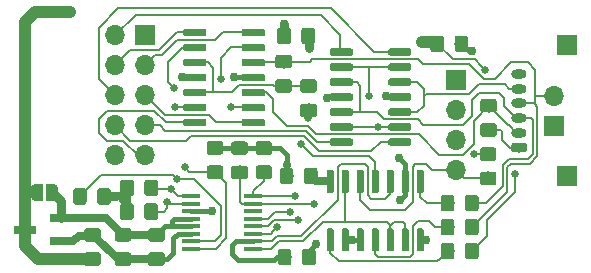
<source format=gtl>
G04 #@! TF.GenerationSoftware,KiCad,Pcbnew,(5.1.4)-1*
G04 #@! TF.CreationDate,2019-12-07T17:35:06+00:00*
G04 #@! TF.ProjectId,analog,616e616c-6f67-42e6-9b69-6361645f7063,rev?*
G04 #@! TF.SameCoordinates,Original*
G04 #@! TF.FileFunction,Copper,L1,Top*
G04 #@! TF.FilePolarity,Positive*
%FSLAX46Y46*%
G04 Gerber Fmt 4.6, Leading zero omitted, Abs format (unit mm)*
G04 Created by KiCad (PCBNEW (5.1.4)-1) date 2019-12-07 17:35:06*
%MOMM*%
%LPD*%
G04 APERTURE LIST*
%ADD10C,0.100000*%
%ADD11C,1.150000*%
%ADD12R,1.600000X0.410000*%
%ADD13O,1.700000X1.700000*%
%ADD14R,1.700000X1.700000*%
%ADD15C,0.600000*%
%ADD16R,1.900000X0.800000*%
%ADD17C,0.500000*%
%ADD18C,0.800000*%
%ADD19O,1.300000X0.800000*%
%ADD20C,0.762000*%
%ADD21C,0.660400*%
%ADD22C,0.203200*%
%ADD23C,0.381000*%
%ADD24C,0.762000*%
%ADD25C,0.635000*%
%ADD26C,1.016000*%
G04 APERTURE END LIST*
D10*
G36*
X41207605Y-46580764D02*
G01*
X41231873Y-46584364D01*
X41255672Y-46590325D01*
X41278771Y-46598590D01*
X41300950Y-46609080D01*
X41321993Y-46621692D01*
X41341699Y-46636307D01*
X41359877Y-46652783D01*
X41376353Y-46670961D01*
X41390968Y-46690667D01*
X41403580Y-46711710D01*
X41414070Y-46733889D01*
X41422335Y-46756988D01*
X41428296Y-46780787D01*
X41431896Y-46805055D01*
X41433100Y-46829559D01*
X41433100Y-47729561D01*
X41431896Y-47754065D01*
X41428296Y-47778333D01*
X41422335Y-47802132D01*
X41414070Y-47825231D01*
X41403580Y-47847410D01*
X41390968Y-47868453D01*
X41376353Y-47888159D01*
X41359877Y-47906337D01*
X41341699Y-47922813D01*
X41321993Y-47937428D01*
X41300950Y-47950040D01*
X41278771Y-47960530D01*
X41255672Y-47968795D01*
X41231873Y-47974756D01*
X41207605Y-47978356D01*
X41183101Y-47979560D01*
X40533099Y-47979560D01*
X40508595Y-47978356D01*
X40484327Y-47974756D01*
X40460528Y-47968795D01*
X40437429Y-47960530D01*
X40415250Y-47950040D01*
X40394207Y-47937428D01*
X40374501Y-47922813D01*
X40356323Y-47906337D01*
X40339847Y-47888159D01*
X40325232Y-47868453D01*
X40312620Y-47847410D01*
X40302130Y-47825231D01*
X40293865Y-47802132D01*
X40287904Y-47778333D01*
X40284304Y-47754065D01*
X40283100Y-47729561D01*
X40283100Y-46829559D01*
X40284304Y-46805055D01*
X40287904Y-46780787D01*
X40293865Y-46756988D01*
X40302130Y-46733889D01*
X40312620Y-46711710D01*
X40325232Y-46690667D01*
X40339847Y-46670961D01*
X40356323Y-46652783D01*
X40374501Y-46636307D01*
X40394207Y-46621692D01*
X40415250Y-46609080D01*
X40437429Y-46598590D01*
X40460528Y-46590325D01*
X40484327Y-46584364D01*
X40508595Y-46580764D01*
X40533099Y-46579560D01*
X41183101Y-46579560D01*
X41207605Y-46580764D01*
X41207605Y-46580764D01*
G37*
D11*
X40858100Y-47279560D03*
D10*
G36*
X39157605Y-46580764D02*
G01*
X39181873Y-46584364D01*
X39205672Y-46590325D01*
X39228771Y-46598590D01*
X39250950Y-46609080D01*
X39271993Y-46621692D01*
X39291699Y-46636307D01*
X39309877Y-46652783D01*
X39326353Y-46670961D01*
X39340968Y-46690667D01*
X39353580Y-46711710D01*
X39364070Y-46733889D01*
X39372335Y-46756988D01*
X39378296Y-46780787D01*
X39381896Y-46805055D01*
X39383100Y-46829559D01*
X39383100Y-47729561D01*
X39381896Y-47754065D01*
X39378296Y-47778333D01*
X39372335Y-47802132D01*
X39364070Y-47825231D01*
X39353580Y-47847410D01*
X39340968Y-47868453D01*
X39326353Y-47888159D01*
X39309877Y-47906337D01*
X39291699Y-47922813D01*
X39271993Y-47937428D01*
X39250950Y-47950040D01*
X39228771Y-47960530D01*
X39205672Y-47968795D01*
X39181873Y-47974756D01*
X39157605Y-47978356D01*
X39133101Y-47979560D01*
X38483099Y-47979560D01*
X38458595Y-47978356D01*
X38434327Y-47974756D01*
X38410528Y-47968795D01*
X38387429Y-47960530D01*
X38365250Y-47950040D01*
X38344207Y-47937428D01*
X38324501Y-47922813D01*
X38306323Y-47906337D01*
X38289847Y-47888159D01*
X38275232Y-47868453D01*
X38262620Y-47847410D01*
X38252130Y-47825231D01*
X38243865Y-47802132D01*
X38237904Y-47778333D01*
X38234304Y-47754065D01*
X38233100Y-47729561D01*
X38233100Y-46829559D01*
X38234304Y-46805055D01*
X38237904Y-46780787D01*
X38243865Y-46756988D01*
X38252130Y-46733889D01*
X38262620Y-46711710D01*
X38275232Y-46690667D01*
X38289847Y-46670961D01*
X38306323Y-46652783D01*
X38324501Y-46636307D01*
X38344207Y-46621692D01*
X38365250Y-46609080D01*
X38387429Y-46598590D01*
X38410528Y-46590325D01*
X38434327Y-46584364D01*
X38458595Y-46580764D01*
X38483099Y-46579560D01*
X39133101Y-46579560D01*
X39157605Y-46580764D01*
X39157605Y-46580764D01*
G37*
D11*
X38808100Y-47279560D03*
D10*
G36*
X52657705Y-45564764D02*
G01*
X52681973Y-45568364D01*
X52705772Y-45574325D01*
X52728871Y-45582590D01*
X52751050Y-45593080D01*
X52772093Y-45605692D01*
X52791799Y-45620307D01*
X52809977Y-45636783D01*
X52826453Y-45654961D01*
X52841068Y-45674667D01*
X52853680Y-45695710D01*
X52864170Y-45717889D01*
X52872435Y-45740988D01*
X52878396Y-45764787D01*
X52881996Y-45789055D01*
X52883200Y-45813559D01*
X52883200Y-46713561D01*
X52881996Y-46738065D01*
X52878396Y-46762333D01*
X52872435Y-46786132D01*
X52864170Y-46809231D01*
X52853680Y-46831410D01*
X52841068Y-46852453D01*
X52826453Y-46872159D01*
X52809977Y-46890337D01*
X52791799Y-46906813D01*
X52772093Y-46921428D01*
X52751050Y-46934040D01*
X52728871Y-46944530D01*
X52705772Y-46952795D01*
X52681973Y-46958756D01*
X52657705Y-46962356D01*
X52633201Y-46963560D01*
X51983199Y-46963560D01*
X51958695Y-46962356D01*
X51934427Y-46958756D01*
X51910628Y-46952795D01*
X51887529Y-46944530D01*
X51865350Y-46934040D01*
X51844307Y-46921428D01*
X51824601Y-46906813D01*
X51806423Y-46890337D01*
X51789947Y-46872159D01*
X51775332Y-46852453D01*
X51762720Y-46831410D01*
X51752230Y-46809231D01*
X51743965Y-46786132D01*
X51738004Y-46762333D01*
X51734404Y-46738065D01*
X51733200Y-46713561D01*
X51733200Y-45813559D01*
X51734404Y-45789055D01*
X51738004Y-45764787D01*
X51743965Y-45740988D01*
X51752230Y-45717889D01*
X51762720Y-45695710D01*
X51775332Y-45674667D01*
X51789947Y-45654961D01*
X51806423Y-45636783D01*
X51824601Y-45620307D01*
X51844307Y-45605692D01*
X51865350Y-45593080D01*
X51887529Y-45582590D01*
X51910628Y-45574325D01*
X51934427Y-45568364D01*
X51958695Y-45564764D01*
X51983199Y-45563560D01*
X52633201Y-45563560D01*
X52657705Y-45564764D01*
X52657705Y-45564764D01*
G37*
D11*
X52308200Y-46263560D03*
D10*
G36*
X54707705Y-45564764D02*
G01*
X54731973Y-45568364D01*
X54755772Y-45574325D01*
X54778871Y-45582590D01*
X54801050Y-45593080D01*
X54822093Y-45605692D01*
X54841799Y-45620307D01*
X54859977Y-45636783D01*
X54876453Y-45654961D01*
X54891068Y-45674667D01*
X54903680Y-45695710D01*
X54914170Y-45717889D01*
X54922435Y-45740988D01*
X54928396Y-45764787D01*
X54931996Y-45789055D01*
X54933200Y-45813559D01*
X54933200Y-46713561D01*
X54931996Y-46738065D01*
X54928396Y-46762333D01*
X54922435Y-46786132D01*
X54914170Y-46809231D01*
X54903680Y-46831410D01*
X54891068Y-46852453D01*
X54876453Y-46872159D01*
X54859977Y-46890337D01*
X54841799Y-46906813D01*
X54822093Y-46921428D01*
X54801050Y-46934040D01*
X54778871Y-46944530D01*
X54755772Y-46952795D01*
X54731973Y-46958756D01*
X54707705Y-46962356D01*
X54683201Y-46963560D01*
X54033199Y-46963560D01*
X54008695Y-46962356D01*
X53984427Y-46958756D01*
X53960628Y-46952795D01*
X53937529Y-46944530D01*
X53915350Y-46934040D01*
X53894307Y-46921428D01*
X53874601Y-46906813D01*
X53856423Y-46890337D01*
X53839947Y-46872159D01*
X53825332Y-46852453D01*
X53812720Y-46831410D01*
X53802230Y-46809231D01*
X53793965Y-46786132D01*
X53788004Y-46762333D01*
X53784404Y-46738065D01*
X53783200Y-46713561D01*
X53783200Y-45813559D01*
X53784404Y-45789055D01*
X53788004Y-45764787D01*
X53793965Y-45740988D01*
X53802230Y-45717889D01*
X53812720Y-45695710D01*
X53825332Y-45674667D01*
X53839947Y-45654961D01*
X53856423Y-45636783D01*
X53874601Y-45620307D01*
X53894307Y-45605692D01*
X53915350Y-45593080D01*
X53937529Y-45582590D01*
X53960628Y-45574325D01*
X53984427Y-45568364D01*
X54008695Y-45564764D01*
X54033199Y-45563560D01*
X54683201Y-45563560D01*
X54707705Y-45564764D01*
X54707705Y-45564764D01*
G37*
D11*
X54358200Y-46263560D03*
D12*
X44201900Y-47978060D03*
X44201900Y-48613060D03*
X44201900Y-49248060D03*
X44201900Y-49883060D03*
X44201900Y-50518060D03*
X44201900Y-51153060D03*
X44201900Y-51788060D03*
X44201900Y-52423060D03*
X49510500Y-52423060D03*
X49510500Y-51788060D03*
X49510500Y-51153060D03*
X49510500Y-50518060D03*
X49510500Y-49883060D03*
X49510500Y-49248060D03*
X49510500Y-48613060D03*
X49510500Y-47978060D03*
D13*
X66617400Y-45730160D03*
X66617400Y-43190160D03*
X66617400Y-40650160D03*
D14*
X66617400Y-38110160D03*
X74923200Y-42021760D03*
D13*
X74923200Y-39481760D03*
D10*
G36*
X56164903Y-50710682D02*
G01*
X56179464Y-50712842D01*
X56193743Y-50716419D01*
X56207603Y-50721378D01*
X56220910Y-50727672D01*
X56233536Y-50735240D01*
X56245359Y-50744008D01*
X56256266Y-50753894D01*
X56266152Y-50764801D01*
X56274920Y-50776624D01*
X56282488Y-50789250D01*
X56288782Y-50802557D01*
X56293741Y-50816417D01*
X56297318Y-50830696D01*
X56299478Y-50845257D01*
X56300200Y-50859960D01*
X56300200Y-52509960D01*
X56299478Y-52524663D01*
X56297318Y-52539224D01*
X56293741Y-52553503D01*
X56288782Y-52567363D01*
X56282488Y-52580670D01*
X56274920Y-52593296D01*
X56266152Y-52605119D01*
X56256266Y-52616026D01*
X56245359Y-52625912D01*
X56233536Y-52634680D01*
X56220910Y-52642248D01*
X56207603Y-52648542D01*
X56193743Y-52653501D01*
X56179464Y-52657078D01*
X56164903Y-52659238D01*
X56150200Y-52659960D01*
X55850200Y-52659960D01*
X55835497Y-52659238D01*
X55820936Y-52657078D01*
X55806657Y-52653501D01*
X55792797Y-52648542D01*
X55779490Y-52642248D01*
X55766864Y-52634680D01*
X55755041Y-52625912D01*
X55744134Y-52616026D01*
X55734248Y-52605119D01*
X55725480Y-52593296D01*
X55717912Y-52580670D01*
X55711618Y-52567363D01*
X55706659Y-52553503D01*
X55703082Y-52539224D01*
X55700922Y-52524663D01*
X55700200Y-52509960D01*
X55700200Y-50859960D01*
X55700922Y-50845257D01*
X55703082Y-50830696D01*
X55706659Y-50816417D01*
X55711618Y-50802557D01*
X55717912Y-50789250D01*
X55725480Y-50776624D01*
X55734248Y-50764801D01*
X55744134Y-50753894D01*
X55755041Y-50744008D01*
X55766864Y-50735240D01*
X55779490Y-50727672D01*
X55792797Y-50721378D01*
X55806657Y-50716419D01*
X55820936Y-50712842D01*
X55835497Y-50710682D01*
X55850200Y-50709960D01*
X56150200Y-50709960D01*
X56164903Y-50710682D01*
X56164903Y-50710682D01*
G37*
D15*
X56000200Y-51684960D03*
D10*
G36*
X57434903Y-50710682D02*
G01*
X57449464Y-50712842D01*
X57463743Y-50716419D01*
X57477603Y-50721378D01*
X57490910Y-50727672D01*
X57503536Y-50735240D01*
X57515359Y-50744008D01*
X57526266Y-50753894D01*
X57536152Y-50764801D01*
X57544920Y-50776624D01*
X57552488Y-50789250D01*
X57558782Y-50802557D01*
X57563741Y-50816417D01*
X57567318Y-50830696D01*
X57569478Y-50845257D01*
X57570200Y-50859960D01*
X57570200Y-52509960D01*
X57569478Y-52524663D01*
X57567318Y-52539224D01*
X57563741Y-52553503D01*
X57558782Y-52567363D01*
X57552488Y-52580670D01*
X57544920Y-52593296D01*
X57536152Y-52605119D01*
X57526266Y-52616026D01*
X57515359Y-52625912D01*
X57503536Y-52634680D01*
X57490910Y-52642248D01*
X57477603Y-52648542D01*
X57463743Y-52653501D01*
X57449464Y-52657078D01*
X57434903Y-52659238D01*
X57420200Y-52659960D01*
X57120200Y-52659960D01*
X57105497Y-52659238D01*
X57090936Y-52657078D01*
X57076657Y-52653501D01*
X57062797Y-52648542D01*
X57049490Y-52642248D01*
X57036864Y-52634680D01*
X57025041Y-52625912D01*
X57014134Y-52616026D01*
X57004248Y-52605119D01*
X56995480Y-52593296D01*
X56987912Y-52580670D01*
X56981618Y-52567363D01*
X56976659Y-52553503D01*
X56973082Y-52539224D01*
X56970922Y-52524663D01*
X56970200Y-52509960D01*
X56970200Y-50859960D01*
X56970922Y-50845257D01*
X56973082Y-50830696D01*
X56976659Y-50816417D01*
X56981618Y-50802557D01*
X56987912Y-50789250D01*
X56995480Y-50776624D01*
X57004248Y-50764801D01*
X57014134Y-50753894D01*
X57025041Y-50744008D01*
X57036864Y-50735240D01*
X57049490Y-50727672D01*
X57062797Y-50721378D01*
X57076657Y-50716419D01*
X57090936Y-50712842D01*
X57105497Y-50710682D01*
X57120200Y-50709960D01*
X57420200Y-50709960D01*
X57434903Y-50710682D01*
X57434903Y-50710682D01*
G37*
D15*
X57270200Y-51684960D03*
D10*
G36*
X58704903Y-50710682D02*
G01*
X58719464Y-50712842D01*
X58733743Y-50716419D01*
X58747603Y-50721378D01*
X58760910Y-50727672D01*
X58773536Y-50735240D01*
X58785359Y-50744008D01*
X58796266Y-50753894D01*
X58806152Y-50764801D01*
X58814920Y-50776624D01*
X58822488Y-50789250D01*
X58828782Y-50802557D01*
X58833741Y-50816417D01*
X58837318Y-50830696D01*
X58839478Y-50845257D01*
X58840200Y-50859960D01*
X58840200Y-52509960D01*
X58839478Y-52524663D01*
X58837318Y-52539224D01*
X58833741Y-52553503D01*
X58828782Y-52567363D01*
X58822488Y-52580670D01*
X58814920Y-52593296D01*
X58806152Y-52605119D01*
X58796266Y-52616026D01*
X58785359Y-52625912D01*
X58773536Y-52634680D01*
X58760910Y-52642248D01*
X58747603Y-52648542D01*
X58733743Y-52653501D01*
X58719464Y-52657078D01*
X58704903Y-52659238D01*
X58690200Y-52659960D01*
X58390200Y-52659960D01*
X58375497Y-52659238D01*
X58360936Y-52657078D01*
X58346657Y-52653501D01*
X58332797Y-52648542D01*
X58319490Y-52642248D01*
X58306864Y-52634680D01*
X58295041Y-52625912D01*
X58284134Y-52616026D01*
X58274248Y-52605119D01*
X58265480Y-52593296D01*
X58257912Y-52580670D01*
X58251618Y-52567363D01*
X58246659Y-52553503D01*
X58243082Y-52539224D01*
X58240922Y-52524663D01*
X58240200Y-52509960D01*
X58240200Y-50859960D01*
X58240922Y-50845257D01*
X58243082Y-50830696D01*
X58246659Y-50816417D01*
X58251618Y-50802557D01*
X58257912Y-50789250D01*
X58265480Y-50776624D01*
X58274248Y-50764801D01*
X58284134Y-50753894D01*
X58295041Y-50744008D01*
X58306864Y-50735240D01*
X58319490Y-50727672D01*
X58332797Y-50721378D01*
X58346657Y-50716419D01*
X58360936Y-50712842D01*
X58375497Y-50710682D01*
X58390200Y-50709960D01*
X58690200Y-50709960D01*
X58704903Y-50710682D01*
X58704903Y-50710682D01*
G37*
D15*
X58540200Y-51684960D03*
D10*
G36*
X59974903Y-50710682D02*
G01*
X59989464Y-50712842D01*
X60003743Y-50716419D01*
X60017603Y-50721378D01*
X60030910Y-50727672D01*
X60043536Y-50735240D01*
X60055359Y-50744008D01*
X60066266Y-50753894D01*
X60076152Y-50764801D01*
X60084920Y-50776624D01*
X60092488Y-50789250D01*
X60098782Y-50802557D01*
X60103741Y-50816417D01*
X60107318Y-50830696D01*
X60109478Y-50845257D01*
X60110200Y-50859960D01*
X60110200Y-52509960D01*
X60109478Y-52524663D01*
X60107318Y-52539224D01*
X60103741Y-52553503D01*
X60098782Y-52567363D01*
X60092488Y-52580670D01*
X60084920Y-52593296D01*
X60076152Y-52605119D01*
X60066266Y-52616026D01*
X60055359Y-52625912D01*
X60043536Y-52634680D01*
X60030910Y-52642248D01*
X60017603Y-52648542D01*
X60003743Y-52653501D01*
X59989464Y-52657078D01*
X59974903Y-52659238D01*
X59960200Y-52659960D01*
X59660200Y-52659960D01*
X59645497Y-52659238D01*
X59630936Y-52657078D01*
X59616657Y-52653501D01*
X59602797Y-52648542D01*
X59589490Y-52642248D01*
X59576864Y-52634680D01*
X59565041Y-52625912D01*
X59554134Y-52616026D01*
X59544248Y-52605119D01*
X59535480Y-52593296D01*
X59527912Y-52580670D01*
X59521618Y-52567363D01*
X59516659Y-52553503D01*
X59513082Y-52539224D01*
X59510922Y-52524663D01*
X59510200Y-52509960D01*
X59510200Y-50859960D01*
X59510922Y-50845257D01*
X59513082Y-50830696D01*
X59516659Y-50816417D01*
X59521618Y-50802557D01*
X59527912Y-50789250D01*
X59535480Y-50776624D01*
X59544248Y-50764801D01*
X59554134Y-50753894D01*
X59565041Y-50744008D01*
X59576864Y-50735240D01*
X59589490Y-50727672D01*
X59602797Y-50721378D01*
X59616657Y-50716419D01*
X59630936Y-50712842D01*
X59645497Y-50710682D01*
X59660200Y-50709960D01*
X59960200Y-50709960D01*
X59974903Y-50710682D01*
X59974903Y-50710682D01*
G37*
D15*
X59810200Y-51684960D03*
D10*
G36*
X61244903Y-50710682D02*
G01*
X61259464Y-50712842D01*
X61273743Y-50716419D01*
X61287603Y-50721378D01*
X61300910Y-50727672D01*
X61313536Y-50735240D01*
X61325359Y-50744008D01*
X61336266Y-50753894D01*
X61346152Y-50764801D01*
X61354920Y-50776624D01*
X61362488Y-50789250D01*
X61368782Y-50802557D01*
X61373741Y-50816417D01*
X61377318Y-50830696D01*
X61379478Y-50845257D01*
X61380200Y-50859960D01*
X61380200Y-52509960D01*
X61379478Y-52524663D01*
X61377318Y-52539224D01*
X61373741Y-52553503D01*
X61368782Y-52567363D01*
X61362488Y-52580670D01*
X61354920Y-52593296D01*
X61346152Y-52605119D01*
X61336266Y-52616026D01*
X61325359Y-52625912D01*
X61313536Y-52634680D01*
X61300910Y-52642248D01*
X61287603Y-52648542D01*
X61273743Y-52653501D01*
X61259464Y-52657078D01*
X61244903Y-52659238D01*
X61230200Y-52659960D01*
X60930200Y-52659960D01*
X60915497Y-52659238D01*
X60900936Y-52657078D01*
X60886657Y-52653501D01*
X60872797Y-52648542D01*
X60859490Y-52642248D01*
X60846864Y-52634680D01*
X60835041Y-52625912D01*
X60824134Y-52616026D01*
X60814248Y-52605119D01*
X60805480Y-52593296D01*
X60797912Y-52580670D01*
X60791618Y-52567363D01*
X60786659Y-52553503D01*
X60783082Y-52539224D01*
X60780922Y-52524663D01*
X60780200Y-52509960D01*
X60780200Y-50859960D01*
X60780922Y-50845257D01*
X60783082Y-50830696D01*
X60786659Y-50816417D01*
X60791618Y-50802557D01*
X60797912Y-50789250D01*
X60805480Y-50776624D01*
X60814248Y-50764801D01*
X60824134Y-50753894D01*
X60835041Y-50744008D01*
X60846864Y-50735240D01*
X60859490Y-50727672D01*
X60872797Y-50721378D01*
X60886657Y-50716419D01*
X60900936Y-50712842D01*
X60915497Y-50710682D01*
X60930200Y-50709960D01*
X61230200Y-50709960D01*
X61244903Y-50710682D01*
X61244903Y-50710682D01*
G37*
D15*
X61080200Y-51684960D03*
D10*
G36*
X62514903Y-50710682D02*
G01*
X62529464Y-50712842D01*
X62543743Y-50716419D01*
X62557603Y-50721378D01*
X62570910Y-50727672D01*
X62583536Y-50735240D01*
X62595359Y-50744008D01*
X62606266Y-50753894D01*
X62616152Y-50764801D01*
X62624920Y-50776624D01*
X62632488Y-50789250D01*
X62638782Y-50802557D01*
X62643741Y-50816417D01*
X62647318Y-50830696D01*
X62649478Y-50845257D01*
X62650200Y-50859960D01*
X62650200Y-52509960D01*
X62649478Y-52524663D01*
X62647318Y-52539224D01*
X62643741Y-52553503D01*
X62638782Y-52567363D01*
X62632488Y-52580670D01*
X62624920Y-52593296D01*
X62616152Y-52605119D01*
X62606266Y-52616026D01*
X62595359Y-52625912D01*
X62583536Y-52634680D01*
X62570910Y-52642248D01*
X62557603Y-52648542D01*
X62543743Y-52653501D01*
X62529464Y-52657078D01*
X62514903Y-52659238D01*
X62500200Y-52659960D01*
X62200200Y-52659960D01*
X62185497Y-52659238D01*
X62170936Y-52657078D01*
X62156657Y-52653501D01*
X62142797Y-52648542D01*
X62129490Y-52642248D01*
X62116864Y-52634680D01*
X62105041Y-52625912D01*
X62094134Y-52616026D01*
X62084248Y-52605119D01*
X62075480Y-52593296D01*
X62067912Y-52580670D01*
X62061618Y-52567363D01*
X62056659Y-52553503D01*
X62053082Y-52539224D01*
X62050922Y-52524663D01*
X62050200Y-52509960D01*
X62050200Y-50859960D01*
X62050922Y-50845257D01*
X62053082Y-50830696D01*
X62056659Y-50816417D01*
X62061618Y-50802557D01*
X62067912Y-50789250D01*
X62075480Y-50776624D01*
X62084248Y-50764801D01*
X62094134Y-50753894D01*
X62105041Y-50744008D01*
X62116864Y-50735240D01*
X62129490Y-50727672D01*
X62142797Y-50721378D01*
X62156657Y-50716419D01*
X62170936Y-50712842D01*
X62185497Y-50710682D01*
X62200200Y-50709960D01*
X62500200Y-50709960D01*
X62514903Y-50710682D01*
X62514903Y-50710682D01*
G37*
D15*
X62350200Y-51684960D03*
D10*
G36*
X63784903Y-50710682D02*
G01*
X63799464Y-50712842D01*
X63813743Y-50716419D01*
X63827603Y-50721378D01*
X63840910Y-50727672D01*
X63853536Y-50735240D01*
X63865359Y-50744008D01*
X63876266Y-50753894D01*
X63886152Y-50764801D01*
X63894920Y-50776624D01*
X63902488Y-50789250D01*
X63908782Y-50802557D01*
X63913741Y-50816417D01*
X63917318Y-50830696D01*
X63919478Y-50845257D01*
X63920200Y-50859960D01*
X63920200Y-52509960D01*
X63919478Y-52524663D01*
X63917318Y-52539224D01*
X63913741Y-52553503D01*
X63908782Y-52567363D01*
X63902488Y-52580670D01*
X63894920Y-52593296D01*
X63886152Y-52605119D01*
X63876266Y-52616026D01*
X63865359Y-52625912D01*
X63853536Y-52634680D01*
X63840910Y-52642248D01*
X63827603Y-52648542D01*
X63813743Y-52653501D01*
X63799464Y-52657078D01*
X63784903Y-52659238D01*
X63770200Y-52659960D01*
X63470200Y-52659960D01*
X63455497Y-52659238D01*
X63440936Y-52657078D01*
X63426657Y-52653501D01*
X63412797Y-52648542D01*
X63399490Y-52642248D01*
X63386864Y-52634680D01*
X63375041Y-52625912D01*
X63364134Y-52616026D01*
X63354248Y-52605119D01*
X63345480Y-52593296D01*
X63337912Y-52580670D01*
X63331618Y-52567363D01*
X63326659Y-52553503D01*
X63323082Y-52539224D01*
X63320922Y-52524663D01*
X63320200Y-52509960D01*
X63320200Y-50859960D01*
X63320922Y-50845257D01*
X63323082Y-50830696D01*
X63326659Y-50816417D01*
X63331618Y-50802557D01*
X63337912Y-50789250D01*
X63345480Y-50776624D01*
X63354248Y-50764801D01*
X63364134Y-50753894D01*
X63375041Y-50744008D01*
X63386864Y-50735240D01*
X63399490Y-50727672D01*
X63412797Y-50721378D01*
X63426657Y-50716419D01*
X63440936Y-50712842D01*
X63455497Y-50710682D01*
X63470200Y-50709960D01*
X63770200Y-50709960D01*
X63784903Y-50710682D01*
X63784903Y-50710682D01*
G37*
D15*
X63620200Y-51684960D03*
D10*
G36*
X63784903Y-45760682D02*
G01*
X63799464Y-45762842D01*
X63813743Y-45766419D01*
X63827603Y-45771378D01*
X63840910Y-45777672D01*
X63853536Y-45785240D01*
X63865359Y-45794008D01*
X63876266Y-45803894D01*
X63886152Y-45814801D01*
X63894920Y-45826624D01*
X63902488Y-45839250D01*
X63908782Y-45852557D01*
X63913741Y-45866417D01*
X63917318Y-45880696D01*
X63919478Y-45895257D01*
X63920200Y-45909960D01*
X63920200Y-47559960D01*
X63919478Y-47574663D01*
X63917318Y-47589224D01*
X63913741Y-47603503D01*
X63908782Y-47617363D01*
X63902488Y-47630670D01*
X63894920Y-47643296D01*
X63886152Y-47655119D01*
X63876266Y-47666026D01*
X63865359Y-47675912D01*
X63853536Y-47684680D01*
X63840910Y-47692248D01*
X63827603Y-47698542D01*
X63813743Y-47703501D01*
X63799464Y-47707078D01*
X63784903Y-47709238D01*
X63770200Y-47709960D01*
X63470200Y-47709960D01*
X63455497Y-47709238D01*
X63440936Y-47707078D01*
X63426657Y-47703501D01*
X63412797Y-47698542D01*
X63399490Y-47692248D01*
X63386864Y-47684680D01*
X63375041Y-47675912D01*
X63364134Y-47666026D01*
X63354248Y-47655119D01*
X63345480Y-47643296D01*
X63337912Y-47630670D01*
X63331618Y-47617363D01*
X63326659Y-47603503D01*
X63323082Y-47589224D01*
X63320922Y-47574663D01*
X63320200Y-47559960D01*
X63320200Y-45909960D01*
X63320922Y-45895257D01*
X63323082Y-45880696D01*
X63326659Y-45866417D01*
X63331618Y-45852557D01*
X63337912Y-45839250D01*
X63345480Y-45826624D01*
X63354248Y-45814801D01*
X63364134Y-45803894D01*
X63375041Y-45794008D01*
X63386864Y-45785240D01*
X63399490Y-45777672D01*
X63412797Y-45771378D01*
X63426657Y-45766419D01*
X63440936Y-45762842D01*
X63455497Y-45760682D01*
X63470200Y-45759960D01*
X63770200Y-45759960D01*
X63784903Y-45760682D01*
X63784903Y-45760682D01*
G37*
D15*
X63620200Y-46734960D03*
D10*
G36*
X62514903Y-45760682D02*
G01*
X62529464Y-45762842D01*
X62543743Y-45766419D01*
X62557603Y-45771378D01*
X62570910Y-45777672D01*
X62583536Y-45785240D01*
X62595359Y-45794008D01*
X62606266Y-45803894D01*
X62616152Y-45814801D01*
X62624920Y-45826624D01*
X62632488Y-45839250D01*
X62638782Y-45852557D01*
X62643741Y-45866417D01*
X62647318Y-45880696D01*
X62649478Y-45895257D01*
X62650200Y-45909960D01*
X62650200Y-47559960D01*
X62649478Y-47574663D01*
X62647318Y-47589224D01*
X62643741Y-47603503D01*
X62638782Y-47617363D01*
X62632488Y-47630670D01*
X62624920Y-47643296D01*
X62616152Y-47655119D01*
X62606266Y-47666026D01*
X62595359Y-47675912D01*
X62583536Y-47684680D01*
X62570910Y-47692248D01*
X62557603Y-47698542D01*
X62543743Y-47703501D01*
X62529464Y-47707078D01*
X62514903Y-47709238D01*
X62500200Y-47709960D01*
X62200200Y-47709960D01*
X62185497Y-47709238D01*
X62170936Y-47707078D01*
X62156657Y-47703501D01*
X62142797Y-47698542D01*
X62129490Y-47692248D01*
X62116864Y-47684680D01*
X62105041Y-47675912D01*
X62094134Y-47666026D01*
X62084248Y-47655119D01*
X62075480Y-47643296D01*
X62067912Y-47630670D01*
X62061618Y-47617363D01*
X62056659Y-47603503D01*
X62053082Y-47589224D01*
X62050922Y-47574663D01*
X62050200Y-47559960D01*
X62050200Y-45909960D01*
X62050922Y-45895257D01*
X62053082Y-45880696D01*
X62056659Y-45866417D01*
X62061618Y-45852557D01*
X62067912Y-45839250D01*
X62075480Y-45826624D01*
X62084248Y-45814801D01*
X62094134Y-45803894D01*
X62105041Y-45794008D01*
X62116864Y-45785240D01*
X62129490Y-45777672D01*
X62142797Y-45771378D01*
X62156657Y-45766419D01*
X62170936Y-45762842D01*
X62185497Y-45760682D01*
X62200200Y-45759960D01*
X62500200Y-45759960D01*
X62514903Y-45760682D01*
X62514903Y-45760682D01*
G37*
D15*
X62350200Y-46734960D03*
D10*
G36*
X61244903Y-45760682D02*
G01*
X61259464Y-45762842D01*
X61273743Y-45766419D01*
X61287603Y-45771378D01*
X61300910Y-45777672D01*
X61313536Y-45785240D01*
X61325359Y-45794008D01*
X61336266Y-45803894D01*
X61346152Y-45814801D01*
X61354920Y-45826624D01*
X61362488Y-45839250D01*
X61368782Y-45852557D01*
X61373741Y-45866417D01*
X61377318Y-45880696D01*
X61379478Y-45895257D01*
X61380200Y-45909960D01*
X61380200Y-47559960D01*
X61379478Y-47574663D01*
X61377318Y-47589224D01*
X61373741Y-47603503D01*
X61368782Y-47617363D01*
X61362488Y-47630670D01*
X61354920Y-47643296D01*
X61346152Y-47655119D01*
X61336266Y-47666026D01*
X61325359Y-47675912D01*
X61313536Y-47684680D01*
X61300910Y-47692248D01*
X61287603Y-47698542D01*
X61273743Y-47703501D01*
X61259464Y-47707078D01*
X61244903Y-47709238D01*
X61230200Y-47709960D01*
X60930200Y-47709960D01*
X60915497Y-47709238D01*
X60900936Y-47707078D01*
X60886657Y-47703501D01*
X60872797Y-47698542D01*
X60859490Y-47692248D01*
X60846864Y-47684680D01*
X60835041Y-47675912D01*
X60824134Y-47666026D01*
X60814248Y-47655119D01*
X60805480Y-47643296D01*
X60797912Y-47630670D01*
X60791618Y-47617363D01*
X60786659Y-47603503D01*
X60783082Y-47589224D01*
X60780922Y-47574663D01*
X60780200Y-47559960D01*
X60780200Y-45909960D01*
X60780922Y-45895257D01*
X60783082Y-45880696D01*
X60786659Y-45866417D01*
X60791618Y-45852557D01*
X60797912Y-45839250D01*
X60805480Y-45826624D01*
X60814248Y-45814801D01*
X60824134Y-45803894D01*
X60835041Y-45794008D01*
X60846864Y-45785240D01*
X60859490Y-45777672D01*
X60872797Y-45771378D01*
X60886657Y-45766419D01*
X60900936Y-45762842D01*
X60915497Y-45760682D01*
X60930200Y-45759960D01*
X61230200Y-45759960D01*
X61244903Y-45760682D01*
X61244903Y-45760682D01*
G37*
D15*
X61080200Y-46734960D03*
D10*
G36*
X59974903Y-45760682D02*
G01*
X59989464Y-45762842D01*
X60003743Y-45766419D01*
X60017603Y-45771378D01*
X60030910Y-45777672D01*
X60043536Y-45785240D01*
X60055359Y-45794008D01*
X60066266Y-45803894D01*
X60076152Y-45814801D01*
X60084920Y-45826624D01*
X60092488Y-45839250D01*
X60098782Y-45852557D01*
X60103741Y-45866417D01*
X60107318Y-45880696D01*
X60109478Y-45895257D01*
X60110200Y-45909960D01*
X60110200Y-47559960D01*
X60109478Y-47574663D01*
X60107318Y-47589224D01*
X60103741Y-47603503D01*
X60098782Y-47617363D01*
X60092488Y-47630670D01*
X60084920Y-47643296D01*
X60076152Y-47655119D01*
X60066266Y-47666026D01*
X60055359Y-47675912D01*
X60043536Y-47684680D01*
X60030910Y-47692248D01*
X60017603Y-47698542D01*
X60003743Y-47703501D01*
X59989464Y-47707078D01*
X59974903Y-47709238D01*
X59960200Y-47709960D01*
X59660200Y-47709960D01*
X59645497Y-47709238D01*
X59630936Y-47707078D01*
X59616657Y-47703501D01*
X59602797Y-47698542D01*
X59589490Y-47692248D01*
X59576864Y-47684680D01*
X59565041Y-47675912D01*
X59554134Y-47666026D01*
X59544248Y-47655119D01*
X59535480Y-47643296D01*
X59527912Y-47630670D01*
X59521618Y-47617363D01*
X59516659Y-47603503D01*
X59513082Y-47589224D01*
X59510922Y-47574663D01*
X59510200Y-47559960D01*
X59510200Y-45909960D01*
X59510922Y-45895257D01*
X59513082Y-45880696D01*
X59516659Y-45866417D01*
X59521618Y-45852557D01*
X59527912Y-45839250D01*
X59535480Y-45826624D01*
X59544248Y-45814801D01*
X59554134Y-45803894D01*
X59565041Y-45794008D01*
X59576864Y-45785240D01*
X59589490Y-45777672D01*
X59602797Y-45771378D01*
X59616657Y-45766419D01*
X59630936Y-45762842D01*
X59645497Y-45760682D01*
X59660200Y-45759960D01*
X59960200Y-45759960D01*
X59974903Y-45760682D01*
X59974903Y-45760682D01*
G37*
D15*
X59810200Y-46734960D03*
D10*
G36*
X58704903Y-45760682D02*
G01*
X58719464Y-45762842D01*
X58733743Y-45766419D01*
X58747603Y-45771378D01*
X58760910Y-45777672D01*
X58773536Y-45785240D01*
X58785359Y-45794008D01*
X58796266Y-45803894D01*
X58806152Y-45814801D01*
X58814920Y-45826624D01*
X58822488Y-45839250D01*
X58828782Y-45852557D01*
X58833741Y-45866417D01*
X58837318Y-45880696D01*
X58839478Y-45895257D01*
X58840200Y-45909960D01*
X58840200Y-47559960D01*
X58839478Y-47574663D01*
X58837318Y-47589224D01*
X58833741Y-47603503D01*
X58828782Y-47617363D01*
X58822488Y-47630670D01*
X58814920Y-47643296D01*
X58806152Y-47655119D01*
X58796266Y-47666026D01*
X58785359Y-47675912D01*
X58773536Y-47684680D01*
X58760910Y-47692248D01*
X58747603Y-47698542D01*
X58733743Y-47703501D01*
X58719464Y-47707078D01*
X58704903Y-47709238D01*
X58690200Y-47709960D01*
X58390200Y-47709960D01*
X58375497Y-47709238D01*
X58360936Y-47707078D01*
X58346657Y-47703501D01*
X58332797Y-47698542D01*
X58319490Y-47692248D01*
X58306864Y-47684680D01*
X58295041Y-47675912D01*
X58284134Y-47666026D01*
X58274248Y-47655119D01*
X58265480Y-47643296D01*
X58257912Y-47630670D01*
X58251618Y-47617363D01*
X58246659Y-47603503D01*
X58243082Y-47589224D01*
X58240922Y-47574663D01*
X58240200Y-47559960D01*
X58240200Y-45909960D01*
X58240922Y-45895257D01*
X58243082Y-45880696D01*
X58246659Y-45866417D01*
X58251618Y-45852557D01*
X58257912Y-45839250D01*
X58265480Y-45826624D01*
X58274248Y-45814801D01*
X58284134Y-45803894D01*
X58295041Y-45794008D01*
X58306864Y-45785240D01*
X58319490Y-45777672D01*
X58332797Y-45771378D01*
X58346657Y-45766419D01*
X58360936Y-45762842D01*
X58375497Y-45760682D01*
X58390200Y-45759960D01*
X58690200Y-45759960D01*
X58704903Y-45760682D01*
X58704903Y-45760682D01*
G37*
D15*
X58540200Y-46734960D03*
D10*
G36*
X57434903Y-45760682D02*
G01*
X57449464Y-45762842D01*
X57463743Y-45766419D01*
X57477603Y-45771378D01*
X57490910Y-45777672D01*
X57503536Y-45785240D01*
X57515359Y-45794008D01*
X57526266Y-45803894D01*
X57536152Y-45814801D01*
X57544920Y-45826624D01*
X57552488Y-45839250D01*
X57558782Y-45852557D01*
X57563741Y-45866417D01*
X57567318Y-45880696D01*
X57569478Y-45895257D01*
X57570200Y-45909960D01*
X57570200Y-47559960D01*
X57569478Y-47574663D01*
X57567318Y-47589224D01*
X57563741Y-47603503D01*
X57558782Y-47617363D01*
X57552488Y-47630670D01*
X57544920Y-47643296D01*
X57536152Y-47655119D01*
X57526266Y-47666026D01*
X57515359Y-47675912D01*
X57503536Y-47684680D01*
X57490910Y-47692248D01*
X57477603Y-47698542D01*
X57463743Y-47703501D01*
X57449464Y-47707078D01*
X57434903Y-47709238D01*
X57420200Y-47709960D01*
X57120200Y-47709960D01*
X57105497Y-47709238D01*
X57090936Y-47707078D01*
X57076657Y-47703501D01*
X57062797Y-47698542D01*
X57049490Y-47692248D01*
X57036864Y-47684680D01*
X57025041Y-47675912D01*
X57014134Y-47666026D01*
X57004248Y-47655119D01*
X56995480Y-47643296D01*
X56987912Y-47630670D01*
X56981618Y-47617363D01*
X56976659Y-47603503D01*
X56973082Y-47589224D01*
X56970922Y-47574663D01*
X56970200Y-47559960D01*
X56970200Y-45909960D01*
X56970922Y-45895257D01*
X56973082Y-45880696D01*
X56976659Y-45866417D01*
X56981618Y-45852557D01*
X56987912Y-45839250D01*
X56995480Y-45826624D01*
X57004248Y-45814801D01*
X57014134Y-45803894D01*
X57025041Y-45794008D01*
X57036864Y-45785240D01*
X57049490Y-45777672D01*
X57062797Y-45771378D01*
X57076657Y-45766419D01*
X57090936Y-45762842D01*
X57105497Y-45760682D01*
X57120200Y-45759960D01*
X57420200Y-45759960D01*
X57434903Y-45760682D01*
X57434903Y-45760682D01*
G37*
D15*
X57270200Y-46734960D03*
D10*
G36*
X56164903Y-45760682D02*
G01*
X56179464Y-45762842D01*
X56193743Y-45766419D01*
X56207603Y-45771378D01*
X56220910Y-45777672D01*
X56233536Y-45785240D01*
X56245359Y-45794008D01*
X56256266Y-45803894D01*
X56266152Y-45814801D01*
X56274920Y-45826624D01*
X56282488Y-45839250D01*
X56288782Y-45852557D01*
X56293741Y-45866417D01*
X56297318Y-45880696D01*
X56299478Y-45895257D01*
X56300200Y-45909960D01*
X56300200Y-47559960D01*
X56299478Y-47574663D01*
X56297318Y-47589224D01*
X56293741Y-47603503D01*
X56288782Y-47617363D01*
X56282488Y-47630670D01*
X56274920Y-47643296D01*
X56266152Y-47655119D01*
X56256266Y-47666026D01*
X56245359Y-47675912D01*
X56233536Y-47684680D01*
X56220910Y-47692248D01*
X56207603Y-47698542D01*
X56193743Y-47703501D01*
X56179464Y-47707078D01*
X56164903Y-47709238D01*
X56150200Y-47709960D01*
X55850200Y-47709960D01*
X55835497Y-47709238D01*
X55820936Y-47707078D01*
X55806657Y-47703501D01*
X55792797Y-47698542D01*
X55779490Y-47692248D01*
X55766864Y-47684680D01*
X55755041Y-47675912D01*
X55744134Y-47666026D01*
X55734248Y-47655119D01*
X55725480Y-47643296D01*
X55717912Y-47630670D01*
X55711618Y-47617363D01*
X55706659Y-47603503D01*
X55703082Y-47589224D01*
X55700922Y-47574663D01*
X55700200Y-47559960D01*
X55700200Y-45909960D01*
X55700922Y-45895257D01*
X55703082Y-45880696D01*
X55706659Y-45866417D01*
X55711618Y-45852557D01*
X55717912Y-45839250D01*
X55725480Y-45826624D01*
X55734248Y-45814801D01*
X55744134Y-45803894D01*
X55755041Y-45794008D01*
X55766864Y-45785240D01*
X55779490Y-45777672D01*
X55792797Y-45771378D01*
X55806657Y-45766419D01*
X55820936Y-45762842D01*
X55835497Y-45760682D01*
X55850200Y-45759960D01*
X56150200Y-45759960D01*
X56164903Y-45760682D01*
X56164903Y-45760682D01*
G37*
D15*
X56000200Y-46734960D03*
D10*
G36*
X69860505Y-45901964D02*
G01*
X69884773Y-45905564D01*
X69908572Y-45911525D01*
X69931671Y-45919790D01*
X69953850Y-45930280D01*
X69974893Y-45942892D01*
X69994599Y-45957507D01*
X70012777Y-45973983D01*
X70029253Y-45992161D01*
X70043868Y-46011867D01*
X70056480Y-46032910D01*
X70066970Y-46055089D01*
X70075235Y-46078188D01*
X70081196Y-46101987D01*
X70084796Y-46126255D01*
X70086000Y-46150759D01*
X70086000Y-46800761D01*
X70084796Y-46825265D01*
X70081196Y-46849533D01*
X70075235Y-46873332D01*
X70066970Y-46896431D01*
X70056480Y-46918610D01*
X70043868Y-46939653D01*
X70029253Y-46959359D01*
X70012777Y-46977537D01*
X69994599Y-46994013D01*
X69974893Y-47008628D01*
X69953850Y-47021240D01*
X69931671Y-47031730D01*
X69908572Y-47039995D01*
X69884773Y-47045956D01*
X69860505Y-47049556D01*
X69836001Y-47050760D01*
X68935999Y-47050760D01*
X68911495Y-47049556D01*
X68887227Y-47045956D01*
X68863428Y-47039995D01*
X68840329Y-47031730D01*
X68818150Y-47021240D01*
X68797107Y-47008628D01*
X68777401Y-46994013D01*
X68759223Y-46977537D01*
X68742747Y-46959359D01*
X68728132Y-46939653D01*
X68715520Y-46918610D01*
X68705030Y-46896431D01*
X68696765Y-46873332D01*
X68690804Y-46849533D01*
X68687204Y-46825265D01*
X68686000Y-46800761D01*
X68686000Y-46150759D01*
X68687204Y-46126255D01*
X68690804Y-46101987D01*
X68696765Y-46078188D01*
X68705030Y-46055089D01*
X68715520Y-46032910D01*
X68728132Y-46011867D01*
X68742747Y-45992161D01*
X68759223Y-45973983D01*
X68777401Y-45957507D01*
X68797107Y-45942892D01*
X68818150Y-45930280D01*
X68840329Y-45919790D01*
X68863428Y-45911525D01*
X68887227Y-45905564D01*
X68911495Y-45901964D01*
X68935999Y-45900760D01*
X69836001Y-45900760D01*
X69860505Y-45901964D01*
X69860505Y-45901964D01*
G37*
D11*
X69386000Y-46475760D03*
D10*
G36*
X69860505Y-43851964D02*
G01*
X69884773Y-43855564D01*
X69908572Y-43861525D01*
X69931671Y-43869790D01*
X69953850Y-43880280D01*
X69974893Y-43892892D01*
X69994599Y-43907507D01*
X70012777Y-43923983D01*
X70029253Y-43942161D01*
X70043868Y-43961867D01*
X70056480Y-43982910D01*
X70066970Y-44005089D01*
X70075235Y-44028188D01*
X70081196Y-44051987D01*
X70084796Y-44076255D01*
X70086000Y-44100759D01*
X70086000Y-44750761D01*
X70084796Y-44775265D01*
X70081196Y-44799533D01*
X70075235Y-44823332D01*
X70066970Y-44846431D01*
X70056480Y-44868610D01*
X70043868Y-44889653D01*
X70029253Y-44909359D01*
X70012777Y-44927537D01*
X69994599Y-44944013D01*
X69974893Y-44958628D01*
X69953850Y-44971240D01*
X69931671Y-44981730D01*
X69908572Y-44989995D01*
X69884773Y-44995956D01*
X69860505Y-44999556D01*
X69836001Y-45000760D01*
X68935999Y-45000760D01*
X68911495Y-44999556D01*
X68887227Y-44995956D01*
X68863428Y-44989995D01*
X68840329Y-44981730D01*
X68818150Y-44971240D01*
X68797107Y-44958628D01*
X68777401Y-44944013D01*
X68759223Y-44927537D01*
X68742747Y-44909359D01*
X68728132Y-44889653D01*
X68715520Y-44868610D01*
X68705030Y-44846431D01*
X68696765Y-44823332D01*
X68690804Y-44799533D01*
X68687204Y-44775265D01*
X68686000Y-44750761D01*
X68686000Y-44100759D01*
X68687204Y-44076255D01*
X68690804Y-44051987D01*
X68696765Y-44028188D01*
X68705030Y-44005089D01*
X68715520Y-43982910D01*
X68728132Y-43961867D01*
X68742747Y-43942161D01*
X68759223Y-43923983D01*
X68777401Y-43907507D01*
X68797107Y-43892892D01*
X68818150Y-43880280D01*
X68840329Y-43869790D01*
X68863428Y-43861525D01*
X68887227Y-43855564D01*
X68911495Y-43851964D01*
X68935999Y-43850760D01*
X69836001Y-43850760D01*
X69860505Y-43851964D01*
X69860505Y-43851964D01*
G37*
D11*
X69386000Y-44425760D03*
D10*
G36*
X68347505Y-47876164D02*
G01*
X68371773Y-47879764D01*
X68395572Y-47885725D01*
X68418671Y-47893990D01*
X68440850Y-47904480D01*
X68461893Y-47917092D01*
X68481599Y-47931707D01*
X68499777Y-47948183D01*
X68516253Y-47966361D01*
X68530868Y-47986067D01*
X68543480Y-48007110D01*
X68553970Y-48029289D01*
X68562235Y-48052388D01*
X68568196Y-48076187D01*
X68571796Y-48100455D01*
X68573000Y-48124959D01*
X68573000Y-49024961D01*
X68571796Y-49049465D01*
X68568196Y-49073733D01*
X68562235Y-49097532D01*
X68553970Y-49120631D01*
X68543480Y-49142810D01*
X68530868Y-49163853D01*
X68516253Y-49183559D01*
X68499777Y-49201737D01*
X68481599Y-49218213D01*
X68461893Y-49232828D01*
X68440850Y-49245440D01*
X68418671Y-49255930D01*
X68395572Y-49264195D01*
X68371773Y-49270156D01*
X68347505Y-49273756D01*
X68323001Y-49274960D01*
X67672999Y-49274960D01*
X67648495Y-49273756D01*
X67624227Y-49270156D01*
X67600428Y-49264195D01*
X67577329Y-49255930D01*
X67555150Y-49245440D01*
X67534107Y-49232828D01*
X67514401Y-49218213D01*
X67496223Y-49201737D01*
X67479747Y-49183559D01*
X67465132Y-49163853D01*
X67452520Y-49142810D01*
X67442030Y-49120631D01*
X67433765Y-49097532D01*
X67427804Y-49073733D01*
X67424204Y-49049465D01*
X67423000Y-49024961D01*
X67423000Y-48124959D01*
X67424204Y-48100455D01*
X67427804Y-48076187D01*
X67433765Y-48052388D01*
X67442030Y-48029289D01*
X67452520Y-48007110D01*
X67465132Y-47986067D01*
X67479747Y-47966361D01*
X67496223Y-47948183D01*
X67514401Y-47931707D01*
X67534107Y-47917092D01*
X67555150Y-47904480D01*
X67577329Y-47893990D01*
X67600428Y-47885725D01*
X67624227Y-47879764D01*
X67648495Y-47876164D01*
X67672999Y-47874960D01*
X68323001Y-47874960D01*
X68347505Y-47876164D01*
X68347505Y-47876164D01*
G37*
D11*
X67998000Y-48574960D03*
D10*
G36*
X66297505Y-47876164D02*
G01*
X66321773Y-47879764D01*
X66345572Y-47885725D01*
X66368671Y-47893990D01*
X66390850Y-47904480D01*
X66411893Y-47917092D01*
X66431599Y-47931707D01*
X66449777Y-47948183D01*
X66466253Y-47966361D01*
X66480868Y-47986067D01*
X66493480Y-48007110D01*
X66503970Y-48029289D01*
X66512235Y-48052388D01*
X66518196Y-48076187D01*
X66521796Y-48100455D01*
X66523000Y-48124959D01*
X66523000Y-49024961D01*
X66521796Y-49049465D01*
X66518196Y-49073733D01*
X66512235Y-49097532D01*
X66503970Y-49120631D01*
X66493480Y-49142810D01*
X66480868Y-49163853D01*
X66466253Y-49183559D01*
X66449777Y-49201737D01*
X66431599Y-49218213D01*
X66411893Y-49232828D01*
X66390850Y-49245440D01*
X66368671Y-49255930D01*
X66345572Y-49264195D01*
X66321773Y-49270156D01*
X66297505Y-49273756D01*
X66273001Y-49274960D01*
X65622999Y-49274960D01*
X65598495Y-49273756D01*
X65574227Y-49270156D01*
X65550428Y-49264195D01*
X65527329Y-49255930D01*
X65505150Y-49245440D01*
X65484107Y-49232828D01*
X65464401Y-49218213D01*
X65446223Y-49201737D01*
X65429747Y-49183559D01*
X65415132Y-49163853D01*
X65402520Y-49142810D01*
X65392030Y-49120631D01*
X65383765Y-49097532D01*
X65377804Y-49073733D01*
X65374204Y-49049465D01*
X65373000Y-49024961D01*
X65373000Y-48124959D01*
X65374204Y-48100455D01*
X65377804Y-48076187D01*
X65383765Y-48052388D01*
X65392030Y-48029289D01*
X65402520Y-48007110D01*
X65415132Y-47986067D01*
X65429747Y-47966361D01*
X65446223Y-47948183D01*
X65464401Y-47931707D01*
X65484107Y-47917092D01*
X65505150Y-47904480D01*
X65527329Y-47893990D01*
X65550428Y-47885725D01*
X65574227Y-47879764D01*
X65598495Y-47876164D01*
X65622999Y-47874960D01*
X66273001Y-47874960D01*
X66297505Y-47876164D01*
X66297505Y-47876164D01*
G37*
D11*
X65948000Y-48574960D03*
D10*
G36*
X66297505Y-49908164D02*
G01*
X66321773Y-49911764D01*
X66345572Y-49917725D01*
X66368671Y-49925990D01*
X66390850Y-49936480D01*
X66411893Y-49949092D01*
X66431599Y-49963707D01*
X66449777Y-49980183D01*
X66466253Y-49998361D01*
X66480868Y-50018067D01*
X66493480Y-50039110D01*
X66503970Y-50061289D01*
X66512235Y-50084388D01*
X66518196Y-50108187D01*
X66521796Y-50132455D01*
X66523000Y-50156959D01*
X66523000Y-51056961D01*
X66521796Y-51081465D01*
X66518196Y-51105733D01*
X66512235Y-51129532D01*
X66503970Y-51152631D01*
X66493480Y-51174810D01*
X66480868Y-51195853D01*
X66466253Y-51215559D01*
X66449777Y-51233737D01*
X66431599Y-51250213D01*
X66411893Y-51264828D01*
X66390850Y-51277440D01*
X66368671Y-51287930D01*
X66345572Y-51296195D01*
X66321773Y-51302156D01*
X66297505Y-51305756D01*
X66273001Y-51306960D01*
X65622999Y-51306960D01*
X65598495Y-51305756D01*
X65574227Y-51302156D01*
X65550428Y-51296195D01*
X65527329Y-51287930D01*
X65505150Y-51277440D01*
X65484107Y-51264828D01*
X65464401Y-51250213D01*
X65446223Y-51233737D01*
X65429747Y-51215559D01*
X65415132Y-51195853D01*
X65402520Y-51174810D01*
X65392030Y-51152631D01*
X65383765Y-51129532D01*
X65377804Y-51105733D01*
X65374204Y-51081465D01*
X65373000Y-51056961D01*
X65373000Y-50156959D01*
X65374204Y-50132455D01*
X65377804Y-50108187D01*
X65383765Y-50084388D01*
X65392030Y-50061289D01*
X65402520Y-50039110D01*
X65415132Y-50018067D01*
X65429747Y-49998361D01*
X65446223Y-49980183D01*
X65464401Y-49963707D01*
X65484107Y-49949092D01*
X65505150Y-49936480D01*
X65527329Y-49925990D01*
X65550428Y-49917725D01*
X65574227Y-49911764D01*
X65598495Y-49908164D01*
X65622999Y-49906960D01*
X66273001Y-49906960D01*
X66297505Y-49908164D01*
X66297505Y-49908164D01*
G37*
D11*
X65948000Y-50606960D03*
D10*
G36*
X68347505Y-49908164D02*
G01*
X68371773Y-49911764D01*
X68395572Y-49917725D01*
X68418671Y-49925990D01*
X68440850Y-49936480D01*
X68461893Y-49949092D01*
X68481599Y-49963707D01*
X68499777Y-49980183D01*
X68516253Y-49998361D01*
X68530868Y-50018067D01*
X68543480Y-50039110D01*
X68553970Y-50061289D01*
X68562235Y-50084388D01*
X68568196Y-50108187D01*
X68571796Y-50132455D01*
X68573000Y-50156959D01*
X68573000Y-51056961D01*
X68571796Y-51081465D01*
X68568196Y-51105733D01*
X68562235Y-51129532D01*
X68553970Y-51152631D01*
X68543480Y-51174810D01*
X68530868Y-51195853D01*
X68516253Y-51215559D01*
X68499777Y-51233737D01*
X68481599Y-51250213D01*
X68461893Y-51264828D01*
X68440850Y-51277440D01*
X68418671Y-51287930D01*
X68395572Y-51296195D01*
X68371773Y-51302156D01*
X68347505Y-51305756D01*
X68323001Y-51306960D01*
X67672999Y-51306960D01*
X67648495Y-51305756D01*
X67624227Y-51302156D01*
X67600428Y-51296195D01*
X67577329Y-51287930D01*
X67555150Y-51277440D01*
X67534107Y-51264828D01*
X67514401Y-51250213D01*
X67496223Y-51233737D01*
X67479747Y-51215559D01*
X67465132Y-51195853D01*
X67452520Y-51174810D01*
X67442030Y-51152631D01*
X67433765Y-51129532D01*
X67427804Y-51105733D01*
X67424204Y-51081465D01*
X67423000Y-51056961D01*
X67423000Y-50156959D01*
X67424204Y-50132455D01*
X67427804Y-50108187D01*
X67433765Y-50084388D01*
X67442030Y-50061289D01*
X67452520Y-50039110D01*
X67465132Y-50018067D01*
X67479747Y-49998361D01*
X67496223Y-49980183D01*
X67514401Y-49963707D01*
X67534107Y-49949092D01*
X67555150Y-49936480D01*
X67577329Y-49925990D01*
X67600428Y-49917725D01*
X67624227Y-49911764D01*
X67648495Y-49908164D01*
X67672999Y-49906960D01*
X68323001Y-49906960D01*
X68347505Y-49908164D01*
X68347505Y-49908164D01*
G37*
D11*
X67998000Y-50606960D03*
D10*
G36*
X68347505Y-51940164D02*
G01*
X68371773Y-51943764D01*
X68395572Y-51949725D01*
X68418671Y-51957990D01*
X68440850Y-51968480D01*
X68461893Y-51981092D01*
X68481599Y-51995707D01*
X68499777Y-52012183D01*
X68516253Y-52030361D01*
X68530868Y-52050067D01*
X68543480Y-52071110D01*
X68553970Y-52093289D01*
X68562235Y-52116388D01*
X68568196Y-52140187D01*
X68571796Y-52164455D01*
X68573000Y-52188959D01*
X68573000Y-53088961D01*
X68571796Y-53113465D01*
X68568196Y-53137733D01*
X68562235Y-53161532D01*
X68553970Y-53184631D01*
X68543480Y-53206810D01*
X68530868Y-53227853D01*
X68516253Y-53247559D01*
X68499777Y-53265737D01*
X68481599Y-53282213D01*
X68461893Y-53296828D01*
X68440850Y-53309440D01*
X68418671Y-53319930D01*
X68395572Y-53328195D01*
X68371773Y-53334156D01*
X68347505Y-53337756D01*
X68323001Y-53338960D01*
X67672999Y-53338960D01*
X67648495Y-53337756D01*
X67624227Y-53334156D01*
X67600428Y-53328195D01*
X67577329Y-53319930D01*
X67555150Y-53309440D01*
X67534107Y-53296828D01*
X67514401Y-53282213D01*
X67496223Y-53265737D01*
X67479747Y-53247559D01*
X67465132Y-53227853D01*
X67452520Y-53206810D01*
X67442030Y-53184631D01*
X67433765Y-53161532D01*
X67427804Y-53137733D01*
X67424204Y-53113465D01*
X67423000Y-53088961D01*
X67423000Y-52188959D01*
X67424204Y-52164455D01*
X67427804Y-52140187D01*
X67433765Y-52116388D01*
X67442030Y-52093289D01*
X67452520Y-52071110D01*
X67465132Y-52050067D01*
X67479747Y-52030361D01*
X67496223Y-52012183D01*
X67514401Y-51995707D01*
X67534107Y-51981092D01*
X67555150Y-51968480D01*
X67577329Y-51957990D01*
X67600428Y-51949725D01*
X67624227Y-51943764D01*
X67648495Y-51940164D01*
X67672999Y-51938960D01*
X68323001Y-51938960D01*
X68347505Y-51940164D01*
X68347505Y-51940164D01*
G37*
D11*
X67998000Y-52638960D03*
D10*
G36*
X66297505Y-51940164D02*
G01*
X66321773Y-51943764D01*
X66345572Y-51949725D01*
X66368671Y-51957990D01*
X66390850Y-51968480D01*
X66411893Y-51981092D01*
X66431599Y-51995707D01*
X66449777Y-52012183D01*
X66466253Y-52030361D01*
X66480868Y-52050067D01*
X66493480Y-52071110D01*
X66503970Y-52093289D01*
X66512235Y-52116388D01*
X66518196Y-52140187D01*
X66521796Y-52164455D01*
X66523000Y-52188959D01*
X66523000Y-53088961D01*
X66521796Y-53113465D01*
X66518196Y-53137733D01*
X66512235Y-53161532D01*
X66503970Y-53184631D01*
X66493480Y-53206810D01*
X66480868Y-53227853D01*
X66466253Y-53247559D01*
X66449777Y-53265737D01*
X66431599Y-53282213D01*
X66411893Y-53296828D01*
X66390850Y-53309440D01*
X66368671Y-53319930D01*
X66345572Y-53328195D01*
X66321773Y-53334156D01*
X66297505Y-53337756D01*
X66273001Y-53338960D01*
X65622999Y-53338960D01*
X65598495Y-53337756D01*
X65574227Y-53334156D01*
X65550428Y-53328195D01*
X65527329Y-53319930D01*
X65505150Y-53309440D01*
X65484107Y-53296828D01*
X65464401Y-53282213D01*
X65446223Y-53265737D01*
X65429747Y-53247559D01*
X65415132Y-53227853D01*
X65402520Y-53206810D01*
X65392030Y-53184631D01*
X65383765Y-53161532D01*
X65377804Y-53137733D01*
X65374204Y-53113465D01*
X65373000Y-53088961D01*
X65373000Y-52188959D01*
X65374204Y-52164455D01*
X65377804Y-52140187D01*
X65383765Y-52116388D01*
X65392030Y-52093289D01*
X65402520Y-52071110D01*
X65415132Y-52050067D01*
X65429747Y-52030361D01*
X65446223Y-52012183D01*
X65464401Y-51995707D01*
X65484107Y-51981092D01*
X65505150Y-51968480D01*
X65527329Y-51957990D01*
X65550428Y-51949725D01*
X65574227Y-51943764D01*
X65598495Y-51940164D01*
X65622999Y-51938960D01*
X66273001Y-51938960D01*
X66297505Y-51940164D01*
X66297505Y-51940164D01*
G37*
D11*
X65948000Y-52638960D03*
D14*
X76040800Y-35189160D03*
D10*
G36*
X45398703Y-33823082D02*
G01*
X45413264Y-33825242D01*
X45427543Y-33828819D01*
X45441403Y-33833778D01*
X45454710Y-33840072D01*
X45467336Y-33847640D01*
X45479159Y-33856408D01*
X45490066Y-33866294D01*
X45499952Y-33877201D01*
X45508720Y-33889024D01*
X45516288Y-33901650D01*
X45522582Y-33914957D01*
X45527541Y-33928817D01*
X45531118Y-33943096D01*
X45533278Y-33957657D01*
X45534000Y-33972360D01*
X45534000Y-34272360D01*
X45533278Y-34287063D01*
X45531118Y-34301624D01*
X45527541Y-34315903D01*
X45522582Y-34329763D01*
X45516288Y-34343070D01*
X45508720Y-34355696D01*
X45499952Y-34367519D01*
X45490066Y-34378426D01*
X45479159Y-34388312D01*
X45467336Y-34397080D01*
X45454710Y-34404648D01*
X45441403Y-34410942D01*
X45427543Y-34415901D01*
X45413264Y-34419478D01*
X45398703Y-34421638D01*
X45384000Y-34422360D01*
X43734000Y-34422360D01*
X43719297Y-34421638D01*
X43704736Y-34419478D01*
X43690457Y-34415901D01*
X43676597Y-34410942D01*
X43663290Y-34404648D01*
X43650664Y-34397080D01*
X43638841Y-34388312D01*
X43627934Y-34378426D01*
X43618048Y-34367519D01*
X43609280Y-34355696D01*
X43601712Y-34343070D01*
X43595418Y-34329763D01*
X43590459Y-34315903D01*
X43586882Y-34301624D01*
X43584722Y-34287063D01*
X43584000Y-34272360D01*
X43584000Y-33972360D01*
X43584722Y-33957657D01*
X43586882Y-33943096D01*
X43590459Y-33928817D01*
X43595418Y-33914957D01*
X43601712Y-33901650D01*
X43609280Y-33889024D01*
X43618048Y-33877201D01*
X43627934Y-33866294D01*
X43638841Y-33856408D01*
X43650664Y-33847640D01*
X43663290Y-33840072D01*
X43676597Y-33833778D01*
X43690457Y-33828819D01*
X43704736Y-33825242D01*
X43719297Y-33823082D01*
X43734000Y-33822360D01*
X45384000Y-33822360D01*
X45398703Y-33823082D01*
X45398703Y-33823082D01*
G37*
D15*
X44559000Y-34122360D03*
D10*
G36*
X45398703Y-35093082D02*
G01*
X45413264Y-35095242D01*
X45427543Y-35098819D01*
X45441403Y-35103778D01*
X45454710Y-35110072D01*
X45467336Y-35117640D01*
X45479159Y-35126408D01*
X45490066Y-35136294D01*
X45499952Y-35147201D01*
X45508720Y-35159024D01*
X45516288Y-35171650D01*
X45522582Y-35184957D01*
X45527541Y-35198817D01*
X45531118Y-35213096D01*
X45533278Y-35227657D01*
X45534000Y-35242360D01*
X45534000Y-35542360D01*
X45533278Y-35557063D01*
X45531118Y-35571624D01*
X45527541Y-35585903D01*
X45522582Y-35599763D01*
X45516288Y-35613070D01*
X45508720Y-35625696D01*
X45499952Y-35637519D01*
X45490066Y-35648426D01*
X45479159Y-35658312D01*
X45467336Y-35667080D01*
X45454710Y-35674648D01*
X45441403Y-35680942D01*
X45427543Y-35685901D01*
X45413264Y-35689478D01*
X45398703Y-35691638D01*
X45384000Y-35692360D01*
X43734000Y-35692360D01*
X43719297Y-35691638D01*
X43704736Y-35689478D01*
X43690457Y-35685901D01*
X43676597Y-35680942D01*
X43663290Y-35674648D01*
X43650664Y-35667080D01*
X43638841Y-35658312D01*
X43627934Y-35648426D01*
X43618048Y-35637519D01*
X43609280Y-35625696D01*
X43601712Y-35613070D01*
X43595418Y-35599763D01*
X43590459Y-35585903D01*
X43586882Y-35571624D01*
X43584722Y-35557063D01*
X43584000Y-35542360D01*
X43584000Y-35242360D01*
X43584722Y-35227657D01*
X43586882Y-35213096D01*
X43590459Y-35198817D01*
X43595418Y-35184957D01*
X43601712Y-35171650D01*
X43609280Y-35159024D01*
X43618048Y-35147201D01*
X43627934Y-35136294D01*
X43638841Y-35126408D01*
X43650664Y-35117640D01*
X43663290Y-35110072D01*
X43676597Y-35103778D01*
X43690457Y-35098819D01*
X43704736Y-35095242D01*
X43719297Y-35093082D01*
X43734000Y-35092360D01*
X45384000Y-35092360D01*
X45398703Y-35093082D01*
X45398703Y-35093082D01*
G37*
D15*
X44559000Y-35392360D03*
D10*
G36*
X45398703Y-36363082D02*
G01*
X45413264Y-36365242D01*
X45427543Y-36368819D01*
X45441403Y-36373778D01*
X45454710Y-36380072D01*
X45467336Y-36387640D01*
X45479159Y-36396408D01*
X45490066Y-36406294D01*
X45499952Y-36417201D01*
X45508720Y-36429024D01*
X45516288Y-36441650D01*
X45522582Y-36454957D01*
X45527541Y-36468817D01*
X45531118Y-36483096D01*
X45533278Y-36497657D01*
X45534000Y-36512360D01*
X45534000Y-36812360D01*
X45533278Y-36827063D01*
X45531118Y-36841624D01*
X45527541Y-36855903D01*
X45522582Y-36869763D01*
X45516288Y-36883070D01*
X45508720Y-36895696D01*
X45499952Y-36907519D01*
X45490066Y-36918426D01*
X45479159Y-36928312D01*
X45467336Y-36937080D01*
X45454710Y-36944648D01*
X45441403Y-36950942D01*
X45427543Y-36955901D01*
X45413264Y-36959478D01*
X45398703Y-36961638D01*
X45384000Y-36962360D01*
X43734000Y-36962360D01*
X43719297Y-36961638D01*
X43704736Y-36959478D01*
X43690457Y-36955901D01*
X43676597Y-36950942D01*
X43663290Y-36944648D01*
X43650664Y-36937080D01*
X43638841Y-36928312D01*
X43627934Y-36918426D01*
X43618048Y-36907519D01*
X43609280Y-36895696D01*
X43601712Y-36883070D01*
X43595418Y-36869763D01*
X43590459Y-36855903D01*
X43586882Y-36841624D01*
X43584722Y-36827063D01*
X43584000Y-36812360D01*
X43584000Y-36512360D01*
X43584722Y-36497657D01*
X43586882Y-36483096D01*
X43590459Y-36468817D01*
X43595418Y-36454957D01*
X43601712Y-36441650D01*
X43609280Y-36429024D01*
X43618048Y-36417201D01*
X43627934Y-36406294D01*
X43638841Y-36396408D01*
X43650664Y-36387640D01*
X43663290Y-36380072D01*
X43676597Y-36373778D01*
X43690457Y-36368819D01*
X43704736Y-36365242D01*
X43719297Y-36363082D01*
X43734000Y-36362360D01*
X45384000Y-36362360D01*
X45398703Y-36363082D01*
X45398703Y-36363082D01*
G37*
D15*
X44559000Y-36662360D03*
D10*
G36*
X45398703Y-37633082D02*
G01*
X45413264Y-37635242D01*
X45427543Y-37638819D01*
X45441403Y-37643778D01*
X45454710Y-37650072D01*
X45467336Y-37657640D01*
X45479159Y-37666408D01*
X45490066Y-37676294D01*
X45499952Y-37687201D01*
X45508720Y-37699024D01*
X45516288Y-37711650D01*
X45522582Y-37724957D01*
X45527541Y-37738817D01*
X45531118Y-37753096D01*
X45533278Y-37767657D01*
X45534000Y-37782360D01*
X45534000Y-38082360D01*
X45533278Y-38097063D01*
X45531118Y-38111624D01*
X45527541Y-38125903D01*
X45522582Y-38139763D01*
X45516288Y-38153070D01*
X45508720Y-38165696D01*
X45499952Y-38177519D01*
X45490066Y-38188426D01*
X45479159Y-38198312D01*
X45467336Y-38207080D01*
X45454710Y-38214648D01*
X45441403Y-38220942D01*
X45427543Y-38225901D01*
X45413264Y-38229478D01*
X45398703Y-38231638D01*
X45384000Y-38232360D01*
X43734000Y-38232360D01*
X43719297Y-38231638D01*
X43704736Y-38229478D01*
X43690457Y-38225901D01*
X43676597Y-38220942D01*
X43663290Y-38214648D01*
X43650664Y-38207080D01*
X43638841Y-38198312D01*
X43627934Y-38188426D01*
X43618048Y-38177519D01*
X43609280Y-38165696D01*
X43601712Y-38153070D01*
X43595418Y-38139763D01*
X43590459Y-38125903D01*
X43586882Y-38111624D01*
X43584722Y-38097063D01*
X43584000Y-38082360D01*
X43584000Y-37782360D01*
X43584722Y-37767657D01*
X43586882Y-37753096D01*
X43590459Y-37738817D01*
X43595418Y-37724957D01*
X43601712Y-37711650D01*
X43609280Y-37699024D01*
X43618048Y-37687201D01*
X43627934Y-37676294D01*
X43638841Y-37666408D01*
X43650664Y-37657640D01*
X43663290Y-37650072D01*
X43676597Y-37643778D01*
X43690457Y-37638819D01*
X43704736Y-37635242D01*
X43719297Y-37633082D01*
X43734000Y-37632360D01*
X45384000Y-37632360D01*
X45398703Y-37633082D01*
X45398703Y-37633082D01*
G37*
D15*
X44559000Y-37932360D03*
D10*
G36*
X45398703Y-38903082D02*
G01*
X45413264Y-38905242D01*
X45427543Y-38908819D01*
X45441403Y-38913778D01*
X45454710Y-38920072D01*
X45467336Y-38927640D01*
X45479159Y-38936408D01*
X45490066Y-38946294D01*
X45499952Y-38957201D01*
X45508720Y-38969024D01*
X45516288Y-38981650D01*
X45522582Y-38994957D01*
X45527541Y-39008817D01*
X45531118Y-39023096D01*
X45533278Y-39037657D01*
X45534000Y-39052360D01*
X45534000Y-39352360D01*
X45533278Y-39367063D01*
X45531118Y-39381624D01*
X45527541Y-39395903D01*
X45522582Y-39409763D01*
X45516288Y-39423070D01*
X45508720Y-39435696D01*
X45499952Y-39447519D01*
X45490066Y-39458426D01*
X45479159Y-39468312D01*
X45467336Y-39477080D01*
X45454710Y-39484648D01*
X45441403Y-39490942D01*
X45427543Y-39495901D01*
X45413264Y-39499478D01*
X45398703Y-39501638D01*
X45384000Y-39502360D01*
X43734000Y-39502360D01*
X43719297Y-39501638D01*
X43704736Y-39499478D01*
X43690457Y-39495901D01*
X43676597Y-39490942D01*
X43663290Y-39484648D01*
X43650664Y-39477080D01*
X43638841Y-39468312D01*
X43627934Y-39458426D01*
X43618048Y-39447519D01*
X43609280Y-39435696D01*
X43601712Y-39423070D01*
X43595418Y-39409763D01*
X43590459Y-39395903D01*
X43586882Y-39381624D01*
X43584722Y-39367063D01*
X43584000Y-39352360D01*
X43584000Y-39052360D01*
X43584722Y-39037657D01*
X43586882Y-39023096D01*
X43590459Y-39008817D01*
X43595418Y-38994957D01*
X43601712Y-38981650D01*
X43609280Y-38969024D01*
X43618048Y-38957201D01*
X43627934Y-38946294D01*
X43638841Y-38936408D01*
X43650664Y-38927640D01*
X43663290Y-38920072D01*
X43676597Y-38913778D01*
X43690457Y-38908819D01*
X43704736Y-38905242D01*
X43719297Y-38903082D01*
X43734000Y-38902360D01*
X45384000Y-38902360D01*
X45398703Y-38903082D01*
X45398703Y-38903082D01*
G37*
D15*
X44559000Y-39202360D03*
D10*
G36*
X45398703Y-40173082D02*
G01*
X45413264Y-40175242D01*
X45427543Y-40178819D01*
X45441403Y-40183778D01*
X45454710Y-40190072D01*
X45467336Y-40197640D01*
X45479159Y-40206408D01*
X45490066Y-40216294D01*
X45499952Y-40227201D01*
X45508720Y-40239024D01*
X45516288Y-40251650D01*
X45522582Y-40264957D01*
X45527541Y-40278817D01*
X45531118Y-40293096D01*
X45533278Y-40307657D01*
X45534000Y-40322360D01*
X45534000Y-40622360D01*
X45533278Y-40637063D01*
X45531118Y-40651624D01*
X45527541Y-40665903D01*
X45522582Y-40679763D01*
X45516288Y-40693070D01*
X45508720Y-40705696D01*
X45499952Y-40717519D01*
X45490066Y-40728426D01*
X45479159Y-40738312D01*
X45467336Y-40747080D01*
X45454710Y-40754648D01*
X45441403Y-40760942D01*
X45427543Y-40765901D01*
X45413264Y-40769478D01*
X45398703Y-40771638D01*
X45384000Y-40772360D01*
X43734000Y-40772360D01*
X43719297Y-40771638D01*
X43704736Y-40769478D01*
X43690457Y-40765901D01*
X43676597Y-40760942D01*
X43663290Y-40754648D01*
X43650664Y-40747080D01*
X43638841Y-40738312D01*
X43627934Y-40728426D01*
X43618048Y-40717519D01*
X43609280Y-40705696D01*
X43601712Y-40693070D01*
X43595418Y-40679763D01*
X43590459Y-40665903D01*
X43586882Y-40651624D01*
X43584722Y-40637063D01*
X43584000Y-40622360D01*
X43584000Y-40322360D01*
X43584722Y-40307657D01*
X43586882Y-40293096D01*
X43590459Y-40278817D01*
X43595418Y-40264957D01*
X43601712Y-40251650D01*
X43609280Y-40239024D01*
X43618048Y-40227201D01*
X43627934Y-40216294D01*
X43638841Y-40206408D01*
X43650664Y-40197640D01*
X43663290Y-40190072D01*
X43676597Y-40183778D01*
X43690457Y-40178819D01*
X43704736Y-40175242D01*
X43719297Y-40173082D01*
X43734000Y-40172360D01*
X45384000Y-40172360D01*
X45398703Y-40173082D01*
X45398703Y-40173082D01*
G37*
D15*
X44559000Y-40472360D03*
D10*
G36*
X45398703Y-41443082D02*
G01*
X45413264Y-41445242D01*
X45427543Y-41448819D01*
X45441403Y-41453778D01*
X45454710Y-41460072D01*
X45467336Y-41467640D01*
X45479159Y-41476408D01*
X45490066Y-41486294D01*
X45499952Y-41497201D01*
X45508720Y-41509024D01*
X45516288Y-41521650D01*
X45522582Y-41534957D01*
X45527541Y-41548817D01*
X45531118Y-41563096D01*
X45533278Y-41577657D01*
X45534000Y-41592360D01*
X45534000Y-41892360D01*
X45533278Y-41907063D01*
X45531118Y-41921624D01*
X45527541Y-41935903D01*
X45522582Y-41949763D01*
X45516288Y-41963070D01*
X45508720Y-41975696D01*
X45499952Y-41987519D01*
X45490066Y-41998426D01*
X45479159Y-42008312D01*
X45467336Y-42017080D01*
X45454710Y-42024648D01*
X45441403Y-42030942D01*
X45427543Y-42035901D01*
X45413264Y-42039478D01*
X45398703Y-42041638D01*
X45384000Y-42042360D01*
X43734000Y-42042360D01*
X43719297Y-42041638D01*
X43704736Y-42039478D01*
X43690457Y-42035901D01*
X43676597Y-42030942D01*
X43663290Y-42024648D01*
X43650664Y-42017080D01*
X43638841Y-42008312D01*
X43627934Y-41998426D01*
X43618048Y-41987519D01*
X43609280Y-41975696D01*
X43601712Y-41963070D01*
X43595418Y-41949763D01*
X43590459Y-41935903D01*
X43586882Y-41921624D01*
X43584722Y-41907063D01*
X43584000Y-41892360D01*
X43584000Y-41592360D01*
X43584722Y-41577657D01*
X43586882Y-41563096D01*
X43590459Y-41548817D01*
X43595418Y-41534957D01*
X43601712Y-41521650D01*
X43609280Y-41509024D01*
X43618048Y-41497201D01*
X43627934Y-41486294D01*
X43638841Y-41476408D01*
X43650664Y-41467640D01*
X43663290Y-41460072D01*
X43676597Y-41453778D01*
X43690457Y-41448819D01*
X43704736Y-41445242D01*
X43719297Y-41443082D01*
X43734000Y-41442360D01*
X45384000Y-41442360D01*
X45398703Y-41443082D01*
X45398703Y-41443082D01*
G37*
D15*
X44559000Y-41742360D03*
D10*
G36*
X50348703Y-41443082D02*
G01*
X50363264Y-41445242D01*
X50377543Y-41448819D01*
X50391403Y-41453778D01*
X50404710Y-41460072D01*
X50417336Y-41467640D01*
X50429159Y-41476408D01*
X50440066Y-41486294D01*
X50449952Y-41497201D01*
X50458720Y-41509024D01*
X50466288Y-41521650D01*
X50472582Y-41534957D01*
X50477541Y-41548817D01*
X50481118Y-41563096D01*
X50483278Y-41577657D01*
X50484000Y-41592360D01*
X50484000Y-41892360D01*
X50483278Y-41907063D01*
X50481118Y-41921624D01*
X50477541Y-41935903D01*
X50472582Y-41949763D01*
X50466288Y-41963070D01*
X50458720Y-41975696D01*
X50449952Y-41987519D01*
X50440066Y-41998426D01*
X50429159Y-42008312D01*
X50417336Y-42017080D01*
X50404710Y-42024648D01*
X50391403Y-42030942D01*
X50377543Y-42035901D01*
X50363264Y-42039478D01*
X50348703Y-42041638D01*
X50334000Y-42042360D01*
X48684000Y-42042360D01*
X48669297Y-42041638D01*
X48654736Y-42039478D01*
X48640457Y-42035901D01*
X48626597Y-42030942D01*
X48613290Y-42024648D01*
X48600664Y-42017080D01*
X48588841Y-42008312D01*
X48577934Y-41998426D01*
X48568048Y-41987519D01*
X48559280Y-41975696D01*
X48551712Y-41963070D01*
X48545418Y-41949763D01*
X48540459Y-41935903D01*
X48536882Y-41921624D01*
X48534722Y-41907063D01*
X48534000Y-41892360D01*
X48534000Y-41592360D01*
X48534722Y-41577657D01*
X48536882Y-41563096D01*
X48540459Y-41548817D01*
X48545418Y-41534957D01*
X48551712Y-41521650D01*
X48559280Y-41509024D01*
X48568048Y-41497201D01*
X48577934Y-41486294D01*
X48588841Y-41476408D01*
X48600664Y-41467640D01*
X48613290Y-41460072D01*
X48626597Y-41453778D01*
X48640457Y-41448819D01*
X48654736Y-41445242D01*
X48669297Y-41443082D01*
X48684000Y-41442360D01*
X50334000Y-41442360D01*
X50348703Y-41443082D01*
X50348703Y-41443082D01*
G37*
D15*
X49509000Y-41742360D03*
D10*
G36*
X50348703Y-40173082D02*
G01*
X50363264Y-40175242D01*
X50377543Y-40178819D01*
X50391403Y-40183778D01*
X50404710Y-40190072D01*
X50417336Y-40197640D01*
X50429159Y-40206408D01*
X50440066Y-40216294D01*
X50449952Y-40227201D01*
X50458720Y-40239024D01*
X50466288Y-40251650D01*
X50472582Y-40264957D01*
X50477541Y-40278817D01*
X50481118Y-40293096D01*
X50483278Y-40307657D01*
X50484000Y-40322360D01*
X50484000Y-40622360D01*
X50483278Y-40637063D01*
X50481118Y-40651624D01*
X50477541Y-40665903D01*
X50472582Y-40679763D01*
X50466288Y-40693070D01*
X50458720Y-40705696D01*
X50449952Y-40717519D01*
X50440066Y-40728426D01*
X50429159Y-40738312D01*
X50417336Y-40747080D01*
X50404710Y-40754648D01*
X50391403Y-40760942D01*
X50377543Y-40765901D01*
X50363264Y-40769478D01*
X50348703Y-40771638D01*
X50334000Y-40772360D01*
X48684000Y-40772360D01*
X48669297Y-40771638D01*
X48654736Y-40769478D01*
X48640457Y-40765901D01*
X48626597Y-40760942D01*
X48613290Y-40754648D01*
X48600664Y-40747080D01*
X48588841Y-40738312D01*
X48577934Y-40728426D01*
X48568048Y-40717519D01*
X48559280Y-40705696D01*
X48551712Y-40693070D01*
X48545418Y-40679763D01*
X48540459Y-40665903D01*
X48536882Y-40651624D01*
X48534722Y-40637063D01*
X48534000Y-40622360D01*
X48534000Y-40322360D01*
X48534722Y-40307657D01*
X48536882Y-40293096D01*
X48540459Y-40278817D01*
X48545418Y-40264957D01*
X48551712Y-40251650D01*
X48559280Y-40239024D01*
X48568048Y-40227201D01*
X48577934Y-40216294D01*
X48588841Y-40206408D01*
X48600664Y-40197640D01*
X48613290Y-40190072D01*
X48626597Y-40183778D01*
X48640457Y-40178819D01*
X48654736Y-40175242D01*
X48669297Y-40173082D01*
X48684000Y-40172360D01*
X50334000Y-40172360D01*
X50348703Y-40173082D01*
X50348703Y-40173082D01*
G37*
D15*
X49509000Y-40472360D03*
D10*
G36*
X50348703Y-38903082D02*
G01*
X50363264Y-38905242D01*
X50377543Y-38908819D01*
X50391403Y-38913778D01*
X50404710Y-38920072D01*
X50417336Y-38927640D01*
X50429159Y-38936408D01*
X50440066Y-38946294D01*
X50449952Y-38957201D01*
X50458720Y-38969024D01*
X50466288Y-38981650D01*
X50472582Y-38994957D01*
X50477541Y-39008817D01*
X50481118Y-39023096D01*
X50483278Y-39037657D01*
X50484000Y-39052360D01*
X50484000Y-39352360D01*
X50483278Y-39367063D01*
X50481118Y-39381624D01*
X50477541Y-39395903D01*
X50472582Y-39409763D01*
X50466288Y-39423070D01*
X50458720Y-39435696D01*
X50449952Y-39447519D01*
X50440066Y-39458426D01*
X50429159Y-39468312D01*
X50417336Y-39477080D01*
X50404710Y-39484648D01*
X50391403Y-39490942D01*
X50377543Y-39495901D01*
X50363264Y-39499478D01*
X50348703Y-39501638D01*
X50334000Y-39502360D01*
X48684000Y-39502360D01*
X48669297Y-39501638D01*
X48654736Y-39499478D01*
X48640457Y-39495901D01*
X48626597Y-39490942D01*
X48613290Y-39484648D01*
X48600664Y-39477080D01*
X48588841Y-39468312D01*
X48577934Y-39458426D01*
X48568048Y-39447519D01*
X48559280Y-39435696D01*
X48551712Y-39423070D01*
X48545418Y-39409763D01*
X48540459Y-39395903D01*
X48536882Y-39381624D01*
X48534722Y-39367063D01*
X48534000Y-39352360D01*
X48534000Y-39052360D01*
X48534722Y-39037657D01*
X48536882Y-39023096D01*
X48540459Y-39008817D01*
X48545418Y-38994957D01*
X48551712Y-38981650D01*
X48559280Y-38969024D01*
X48568048Y-38957201D01*
X48577934Y-38946294D01*
X48588841Y-38936408D01*
X48600664Y-38927640D01*
X48613290Y-38920072D01*
X48626597Y-38913778D01*
X48640457Y-38908819D01*
X48654736Y-38905242D01*
X48669297Y-38903082D01*
X48684000Y-38902360D01*
X50334000Y-38902360D01*
X50348703Y-38903082D01*
X50348703Y-38903082D01*
G37*
D15*
X49509000Y-39202360D03*
D10*
G36*
X50348703Y-37633082D02*
G01*
X50363264Y-37635242D01*
X50377543Y-37638819D01*
X50391403Y-37643778D01*
X50404710Y-37650072D01*
X50417336Y-37657640D01*
X50429159Y-37666408D01*
X50440066Y-37676294D01*
X50449952Y-37687201D01*
X50458720Y-37699024D01*
X50466288Y-37711650D01*
X50472582Y-37724957D01*
X50477541Y-37738817D01*
X50481118Y-37753096D01*
X50483278Y-37767657D01*
X50484000Y-37782360D01*
X50484000Y-38082360D01*
X50483278Y-38097063D01*
X50481118Y-38111624D01*
X50477541Y-38125903D01*
X50472582Y-38139763D01*
X50466288Y-38153070D01*
X50458720Y-38165696D01*
X50449952Y-38177519D01*
X50440066Y-38188426D01*
X50429159Y-38198312D01*
X50417336Y-38207080D01*
X50404710Y-38214648D01*
X50391403Y-38220942D01*
X50377543Y-38225901D01*
X50363264Y-38229478D01*
X50348703Y-38231638D01*
X50334000Y-38232360D01*
X48684000Y-38232360D01*
X48669297Y-38231638D01*
X48654736Y-38229478D01*
X48640457Y-38225901D01*
X48626597Y-38220942D01*
X48613290Y-38214648D01*
X48600664Y-38207080D01*
X48588841Y-38198312D01*
X48577934Y-38188426D01*
X48568048Y-38177519D01*
X48559280Y-38165696D01*
X48551712Y-38153070D01*
X48545418Y-38139763D01*
X48540459Y-38125903D01*
X48536882Y-38111624D01*
X48534722Y-38097063D01*
X48534000Y-38082360D01*
X48534000Y-37782360D01*
X48534722Y-37767657D01*
X48536882Y-37753096D01*
X48540459Y-37738817D01*
X48545418Y-37724957D01*
X48551712Y-37711650D01*
X48559280Y-37699024D01*
X48568048Y-37687201D01*
X48577934Y-37676294D01*
X48588841Y-37666408D01*
X48600664Y-37657640D01*
X48613290Y-37650072D01*
X48626597Y-37643778D01*
X48640457Y-37638819D01*
X48654736Y-37635242D01*
X48669297Y-37633082D01*
X48684000Y-37632360D01*
X50334000Y-37632360D01*
X50348703Y-37633082D01*
X50348703Y-37633082D01*
G37*
D15*
X49509000Y-37932360D03*
D10*
G36*
X50348703Y-36363082D02*
G01*
X50363264Y-36365242D01*
X50377543Y-36368819D01*
X50391403Y-36373778D01*
X50404710Y-36380072D01*
X50417336Y-36387640D01*
X50429159Y-36396408D01*
X50440066Y-36406294D01*
X50449952Y-36417201D01*
X50458720Y-36429024D01*
X50466288Y-36441650D01*
X50472582Y-36454957D01*
X50477541Y-36468817D01*
X50481118Y-36483096D01*
X50483278Y-36497657D01*
X50484000Y-36512360D01*
X50484000Y-36812360D01*
X50483278Y-36827063D01*
X50481118Y-36841624D01*
X50477541Y-36855903D01*
X50472582Y-36869763D01*
X50466288Y-36883070D01*
X50458720Y-36895696D01*
X50449952Y-36907519D01*
X50440066Y-36918426D01*
X50429159Y-36928312D01*
X50417336Y-36937080D01*
X50404710Y-36944648D01*
X50391403Y-36950942D01*
X50377543Y-36955901D01*
X50363264Y-36959478D01*
X50348703Y-36961638D01*
X50334000Y-36962360D01*
X48684000Y-36962360D01*
X48669297Y-36961638D01*
X48654736Y-36959478D01*
X48640457Y-36955901D01*
X48626597Y-36950942D01*
X48613290Y-36944648D01*
X48600664Y-36937080D01*
X48588841Y-36928312D01*
X48577934Y-36918426D01*
X48568048Y-36907519D01*
X48559280Y-36895696D01*
X48551712Y-36883070D01*
X48545418Y-36869763D01*
X48540459Y-36855903D01*
X48536882Y-36841624D01*
X48534722Y-36827063D01*
X48534000Y-36812360D01*
X48534000Y-36512360D01*
X48534722Y-36497657D01*
X48536882Y-36483096D01*
X48540459Y-36468817D01*
X48545418Y-36454957D01*
X48551712Y-36441650D01*
X48559280Y-36429024D01*
X48568048Y-36417201D01*
X48577934Y-36406294D01*
X48588841Y-36396408D01*
X48600664Y-36387640D01*
X48613290Y-36380072D01*
X48626597Y-36373778D01*
X48640457Y-36368819D01*
X48654736Y-36365242D01*
X48669297Y-36363082D01*
X48684000Y-36362360D01*
X50334000Y-36362360D01*
X50348703Y-36363082D01*
X50348703Y-36363082D01*
G37*
D15*
X49509000Y-36662360D03*
D10*
G36*
X50348703Y-35093082D02*
G01*
X50363264Y-35095242D01*
X50377543Y-35098819D01*
X50391403Y-35103778D01*
X50404710Y-35110072D01*
X50417336Y-35117640D01*
X50429159Y-35126408D01*
X50440066Y-35136294D01*
X50449952Y-35147201D01*
X50458720Y-35159024D01*
X50466288Y-35171650D01*
X50472582Y-35184957D01*
X50477541Y-35198817D01*
X50481118Y-35213096D01*
X50483278Y-35227657D01*
X50484000Y-35242360D01*
X50484000Y-35542360D01*
X50483278Y-35557063D01*
X50481118Y-35571624D01*
X50477541Y-35585903D01*
X50472582Y-35599763D01*
X50466288Y-35613070D01*
X50458720Y-35625696D01*
X50449952Y-35637519D01*
X50440066Y-35648426D01*
X50429159Y-35658312D01*
X50417336Y-35667080D01*
X50404710Y-35674648D01*
X50391403Y-35680942D01*
X50377543Y-35685901D01*
X50363264Y-35689478D01*
X50348703Y-35691638D01*
X50334000Y-35692360D01*
X48684000Y-35692360D01*
X48669297Y-35691638D01*
X48654736Y-35689478D01*
X48640457Y-35685901D01*
X48626597Y-35680942D01*
X48613290Y-35674648D01*
X48600664Y-35667080D01*
X48588841Y-35658312D01*
X48577934Y-35648426D01*
X48568048Y-35637519D01*
X48559280Y-35625696D01*
X48551712Y-35613070D01*
X48545418Y-35599763D01*
X48540459Y-35585903D01*
X48536882Y-35571624D01*
X48534722Y-35557063D01*
X48534000Y-35542360D01*
X48534000Y-35242360D01*
X48534722Y-35227657D01*
X48536882Y-35213096D01*
X48540459Y-35198817D01*
X48545418Y-35184957D01*
X48551712Y-35171650D01*
X48559280Y-35159024D01*
X48568048Y-35147201D01*
X48577934Y-35136294D01*
X48588841Y-35126408D01*
X48600664Y-35117640D01*
X48613290Y-35110072D01*
X48626597Y-35103778D01*
X48640457Y-35098819D01*
X48654736Y-35095242D01*
X48669297Y-35093082D01*
X48684000Y-35092360D01*
X50334000Y-35092360D01*
X50348703Y-35093082D01*
X50348703Y-35093082D01*
G37*
D15*
X49509000Y-35392360D03*
D10*
G36*
X50348703Y-33823082D02*
G01*
X50363264Y-33825242D01*
X50377543Y-33828819D01*
X50391403Y-33833778D01*
X50404710Y-33840072D01*
X50417336Y-33847640D01*
X50429159Y-33856408D01*
X50440066Y-33866294D01*
X50449952Y-33877201D01*
X50458720Y-33889024D01*
X50466288Y-33901650D01*
X50472582Y-33914957D01*
X50477541Y-33928817D01*
X50481118Y-33943096D01*
X50483278Y-33957657D01*
X50484000Y-33972360D01*
X50484000Y-34272360D01*
X50483278Y-34287063D01*
X50481118Y-34301624D01*
X50477541Y-34315903D01*
X50472582Y-34329763D01*
X50466288Y-34343070D01*
X50458720Y-34355696D01*
X50449952Y-34367519D01*
X50440066Y-34378426D01*
X50429159Y-34388312D01*
X50417336Y-34397080D01*
X50404710Y-34404648D01*
X50391403Y-34410942D01*
X50377543Y-34415901D01*
X50363264Y-34419478D01*
X50348703Y-34421638D01*
X50334000Y-34422360D01*
X48684000Y-34422360D01*
X48669297Y-34421638D01*
X48654736Y-34419478D01*
X48640457Y-34415901D01*
X48626597Y-34410942D01*
X48613290Y-34404648D01*
X48600664Y-34397080D01*
X48588841Y-34388312D01*
X48577934Y-34378426D01*
X48568048Y-34367519D01*
X48559280Y-34355696D01*
X48551712Y-34343070D01*
X48545418Y-34329763D01*
X48540459Y-34315903D01*
X48536882Y-34301624D01*
X48534722Y-34287063D01*
X48534000Y-34272360D01*
X48534000Y-33972360D01*
X48534722Y-33957657D01*
X48536882Y-33943096D01*
X48540459Y-33928817D01*
X48545418Y-33914957D01*
X48551712Y-33901650D01*
X48559280Y-33889024D01*
X48568048Y-33877201D01*
X48577934Y-33866294D01*
X48588841Y-33856408D01*
X48600664Y-33847640D01*
X48613290Y-33840072D01*
X48626597Y-33833778D01*
X48640457Y-33828819D01*
X48654736Y-33825242D01*
X48669297Y-33823082D01*
X48684000Y-33822360D01*
X50334000Y-33822360D01*
X50348703Y-33823082D01*
X50348703Y-33823082D01*
G37*
D15*
X49509000Y-34122360D03*
D14*
X40353800Y-34376360D03*
D13*
X37813800Y-34376360D03*
X40353800Y-36916360D03*
X37813800Y-36916360D03*
X40353800Y-39456360D03*
X37813800Y-39456360D03*
X40353800Y-41996360D03*
X37813800Y-41996360D03*
X40353800Y-44536360D03*
X37813800Y-44536360D03*
D10*
G36*
X67458505Y-34388764D02*
G01*
X67482773Y-34392364D01*
X67506572Y-34398325D01*
X67529671Y-34406590D01*
X67551850Y-34417080D01*
X67572893Y-34429692D01*
X67592599Y-34444307D01*
X67610777Y-34460783D01*
X67627253Y-34478961D01*
X67641868Y-34498667D01*
X67654480Y-34519710D01*
X67664970Y-34541889D01*
X67673235Y-34564988D01*
X67679196Y-34588787D01*
X67682796Y-34613055D01*
X67684000Y-34637559D01*
X67684000Y-35537561D01*
X67682796Y-35562065D01*
X67679196Y-35586333D01*
X67673235Y-35610132D01*
X67664970Y-35633231D01*
X67654480Y-35655410D01*
X67641868Y-35676453D01*
X67627253Y-35696159D01*
X67610777Y-35714337D01*
X67592599Y-35730813D01*
X67572893Y-35745428D01*
X67551850Y-35758040D01*
X67529671Y-35768530D01*
X67506572Y-35776795D01*
X67482773Y-35782756D01*
X67458505Y-35786356D01*
X67434001Y-35787560D01*
X66783999Y-35787560D01*
X66759495Y-35786356D01*
X66735227Y-35782756D01*
X66711428Y-35776795D01*
X66688329Y-35768530D01*
X66666150Y-35758040D01*
X66645107Y-35745428D01*
X66625401Y-35730813D01*
X66607223Y-35714337D01*
X66590747Y-35696159D01*
X66576132Y-35676453D01*
X66563520Y-35655410D01*
X66553030Y-35633231D01*
X66544765Y-35610132D01*
X66538804Y-35586333D01*
X66535204Y-35562065D01*
X66534000Y-35537561D01*
X66534000Y-34637559D01*
X66535204Y-34613055D01*
X66538804Y-34588787D01*
X66544765Y-34564988D01*
X66553030Y-34541889D01*
X66563520Y-34519710D01*
X66576132Y-34498667D01*
X66590747Y-34478961D01*
X66607223Y-34460783D01*
X66625401Y-34444307D01*
X66645107Y-34429692D01*
X66666150Y-34417080D01*
X66688329Y-34406590D01*
X66711428Y-34398325D01*
X66735227Y-34392364D01*
X66759495Y-34388764D01*
X66783999Y-34387560D01*
X67434001Y-34387560D01*
X67458505Y-34388764D01*
X67458505Y-34388764D01*
G37*
D11*
X67109000Y-35087560D03*
D10*
G36*
X65408505Y-34388764D02*
G01*
X65432773Y-34392364D01*
X65456572Y-34398325D01*
X65479671Y-34406590D01*
X65501850Y-34417080D01*
X65522893Y-34429692D01*
X65542599Y-34444307D01*
X65560777Y-34460783D01*
X65577253Y-34478961D01*
X65591868Y-34498667D01*
X65604480Y-34519710D01*
X65614970Y-34541889D01*
X65623235Y-34564988D01*
X65629196Y-34588787D01*
X65632796Y-34613055D01*
X65634000Y-34637559D01*
X65634000Y-35537561D01*
X65632796Y-35562065D01*
X65629196Y-35586333D01*
X65623235Y-35610132D01*
X65614970Y-35633231D01*
X65604480Y-35655410D01*
X65591868Y-35676453D01*
X65577253Y-35696159D01*
X65560777Y-35714337D01*
X65542599Y-35730813D01*
X65522893Y-35745428D01*
X65501850Y-35758040D01*
X65479671Y-35768530D01*
X65456572Y-35776795D01*
X65432773Y-35782756D01*
X65408505Y-35786356D01*
X65384001Y-35787560D01*
X64733999Y-35787560D01*
X64709495Y-35786356D01*
X64685227Y-35782756D01*
X64661428Y-35776795D01*
X64638329Y-35768530D01*
X64616150Y-35758040D01*
X64595107Y-35745428D01*
X64575401Y-35730813D01*
X64557223Y-35714337D01*
X64540747Y-35696159D01*
X64526132Y-35676453D01*
X64513520Y-35655410D01*
X64503030Y-35633231D01*
X64494765Y-35610132D01*
X64488804Y-35586333D01*
X64485204Y-35562065D01*
X64484000Y-35537561D01*
X64484000Y-34637559D01*
X64485204Y-34613055D01*
X64488804Y-34588787D01*
X64494765Y-34564988D01*
X64503030Y-34541889D01*
X64513520Y-34519710D01*
X64526132Y-34498667D01*
X64540747Y-34478961D01*
X64557223Y-34460783D01*
X64575401Y-34444307D01*
X64595107Y-34429692D01*
X64616150Y-34417080D01*
X64638329Y-34406590D01*
X64661428Y-34398325D01*
X64685227Y-34392364D01*
X64709495Y-34388764D01*
X64733999Y-34387560D01*
X65384001Y-34387560D01*
X65408505Y-34388764D01*
X65408505Y-34388764D01*
G37*
D11*
X65059000Y-35087560D03*
D10*
G36*
X38936005Y-50684564D02*
G01*
X38960273Y-50688164D01*
X38984072Y-50694125D01*
X39007171Y-50702390D01*
X39029350Y-50712880D01*
X39050393Y-50725492D01*
X39070099Y-50740107D01*
X39088277Y-50756583D01*
X39104753Y-50774761D01*
X39119368Y-50794467D01*
X39131980Y-50815510D01*
X39142470Y-50837689D01*
X39150735Y-50860788D01*
X39156696Y-50884587D01*
X39160296Y-50908855D01*
X39161500Y-50933359D01*
X39161500Y-51583361D01*
X39160296Y-51607865D01*
X39156696Y-51632133D01*
X39150735Y-51655932D01*
X39142470Y-51679031D01*
X39131980Y-51701210D01*
X39119368Y-51722253D01*
X39104753Y-51741959D01*
X39088277Y-51760137D01*
X39070099Y-51776613D01*
X39050393Y-51791228D01*
X39029350Y-51803840D01*
X39007171Y-51814330D01*
X38984072Y-51822595D01*
X38960273Y-51828556D01*
X38936005Y-51832156D01*
X38911501Y-51833360D01*
X38011499Y-51833360D01*
X37986995Y-51832156D01*
X37962727Y-51828556D01*
X37938928Y-51822595D01*
X37915829Y-51814330D01*
X37893650Y-51803840D01*
X37872607Y-51791228D01*
X37852901Y-51776613D01*
X37834723Y-51760137D01*
X37818247Y-51741959D01*
X37803632Y-51722253D01*
X37791020Y-51701210D01*
X37780530Y-51679031D01*
X37772265Y-51655932D01*
X37766304Y-51632133D01*
X37762704Y-51607865D01*
X37761500Y-51583361D01*
X37761500Y-50933359D01*
X37762704Y-50908855D01*
X37766304Y-50884587D01*
X37772265Y-50860788D01*
X37780530Y-50837689D01*
X37791020Y-50815510D01*
X37803632Y-50794467D01*
X37818247Y-50774761D01*
X37834723Y-50756583D01*
X37852901Y-50740107D01*
X37872607Y-50725492D01*
X37893650Y-50712880D01*
X37915829Y-50702390D01*
X37938928Y-50694125D01*
X37962727Y-50688164D01*
X37986995Y-50684564D01*
X38011499Y-50683360D01*
X38911501Y-50683360D01*
X38936005Y-50684564D01*
X38936005Y-50684564D01*
G37*
D11*
X38461500Y-51258360D03*
D10*
G36*
X38936005Y-52734564D02*
G01*
X38960273Y-52738164D01*
X38984072Y-52744125D01*
X39007171Y-52752390D01*
X39029350Y-52762880D01*
X39050393Y-52775492D01*
X39070099Y-52790107D01*
X39088277Y-52806583D01*
X39104753Y-52824761D01*
X39119368Y-52844467D01*
X39131980Y-52865510D01*
X39142470Y-52887689D01*
X39150735Y-52910788D01*
X39156696Y-52934587D01*
X39160296Y-52958855D01*
X39161500Y-52983359D01*
X39161500Y-53633361D01*
X39160296Y-53657865D01*
X39156696Y-53682133D01*
X39150735Y-53705932D01*
X39142470Y-53729031D01*
X39131980Y-53751210D01*
X39119368Y-53772253D01*
X39104753Y-53791959D01*
X39088277Y-53810137D01*
X39070099Y-53826613D01*
X39050393Y-53841228D01*
X39029350Y-53853840D01*
X39007171Y-53864330D01*
X38984072Y-53872595D01*
X38960273Y-53878556D01*
X38936005Y-53882156D01*
X38911501Y-53883360D01*
X38011499Y-53883360D01*
X37986995Y-53882156D01*
X37962727Y-53878556D01*
X37938928Y-53872595D01*
X37915829Y-53864330D01*
X37893650Y-53853840D01*
X37872607Y-53841228D01*
X37852901Y-53826613D01*
X37834723Y-53810137D01*
X37818247Y-53791959D01*
X37803632Y-53772253D01*
X37791020Y-53751210D01*
X37780530Y-53729031D01*
X37772265Y-53705932D01*
X37766304Y-53682133D01*
X37762704Y-53657865D01*
X37761500Y-53633361D01*
X37761500Y-52983359D01*
X37762704Y-52958855D01*
X37766304Y-52934587D01*
X37772265Y-52910788D01*
X37780530Y-52887689D01*
X37791020Y-52865510D01*
X37803632Y-52844467D01*
X37818247Y-52824761D01*
X37834723Y-52806583D01*
X37852901Y-52790107D01*
X37872607Y-52775492D01*
X37893650Y-52762880D01*
X37915829Y-52752390D01*
X37938928Y-52744125D01*
X37962727Y-52738164D01*
X37986995Y-52734564D01*
X38011499Y-52733360D01*
X38911501Y-52733360D01*
X38936005Y-52734564D01*
X38936005Y-52734564D01*
G37*
D11*
X38461500Y-53308360D03*
D14*
X76040800Y-46314360D03*
D10*
G36*
X36345205Y-50684564D02*
G01*
X36369473Y-50688164D01*
X36393272Y-50694125D01*
X36416371Y-50702390D01*
X36438550Y-50712880D01*
X36459593Y-50725492D01*
X36479299Y-50740107D01*
X36497477Y-50756583D01*
X36513953Y-50774761D01*
X36528568Y-50794467D01*
X36541180Y-50815510D01*
X36551670Y-50837689D01*
X36559935Y-50860788D01*
X36565896Y-50884587D01*
X36569496Y-50908855D01*
X36570700Y-50933359D01*
X36570700Y-51583361D01*
X36569496Y-51607865D01*
X36565896Y-51632133D01*
X36559935Y-51655932D01*
X36551670Y-51679031D01*
X36541180Y-51701210D01*
X36528568Y-51722253D01*
X36513953Y-51741959D01*
X36497477Y-51760137D01*
X36479299Y-51776613D01*
X36459593Y-51791228D01*
X36438550Y-51803840D01*
X36416371Y-51814330D01*
X36393272Y-51822595D01*
X36369473Y-51828556D01*
X36345205Y-51832156D01*
X36320701Y-51833360D01*
X35420699Y-51833360D01*
X35396195Y-51832156D01*
X35371927Y-51828556D01*
X35348128Y-51822595D01*
X35325029Y-51814330D01*
X35302850Y-51803840D01*
X35281807Y-51791228D01*
X35262101Y-51776613D01*
X35243923Y-51760137D01*
X35227447Y-51741959D01*
X35212832Y-51722253D01*
X35200220Y-51701210D01*
X35189730Y-51679031D01*
X35181465Y-51655932D01*
X35175504Y-51632133D01*
X35171904Y-51607865D01*
X35170700Y-51583361D01*
X35170700Y-50933359D01*
X35171904Y-50908855D01*
X35175504Y-50884587D01*
X35181465Y-50860788D01*
X35189730Y-50837689D01*
X35200220Y-50815510D01*
X35212832Y-50794467D01*
X35227447Y-50774761D01*
X35243923Y-50756583D01*
X35262101Y-50740107D01*
X35281807Y-50725492D01*
X35302850Y-50712880D01*
X35325029Y-50702390D01*
X35348128Y-50694125D01*
X35371927Y-50688164D01*
X35396195Y-50684564D01*
X35420699Y-50683360D01*
X36320701Y-50683360D01*
X36345205Y-50684564D01*
X36345205Y-50684564D01*
G37*
D11*
X35870700Y-51258360D03*
D10*
G36*
X36345205Y-52734564D02*
G01*
X36369473Y-52738164D01*
X36393272Y-52744125D01*
X36416371Y-52752390D01*
X36438550Y-52762880D01*
X36459593Y-52775492D01*
X36479299Y-52790107D01*
X36497477Y-52806583D01*
X36513953Y-52824761D01*
X36528568Y-52844467D01*
X36541180Y-52865510D01*
X36551670Y-52887689D01*
X36559935Y-52910788D01*
X36565896Y-52934587D01*
X36569496Y-52958855D01*
X36570700Y-52983359D01*
X36570700Y-53633361D01*
X36569496Y-53657865D01*
X36565896Y-53682133D01*
X36559935Y-53705932D01*
X36551670Y-53729031D01*
X36541180Y-53751210D01*
X36528568Y-53772253D01*
X36513953Y-53791959D01*
X36497477Y-53810137D01*
X36479299Y-53826613D01*
X36459593Y-53841228D01*
X36438550Y-53853840D01*
X36416371Y-53864330D01*
X36393272Y-53872595D01*
X36369473Y-53878556D01*
X36345205Y-53882156D01*
X36320701Y-53883360D01*
X35420699Y-53883360D01*
X35396195Y-53882156D01*
X35371927Y-53878556D01*
X35348128Y-53872595D01*
X35325029Y-53864330D01*
X35302850Y-53853840D01*
X35281807Y-53841228D01*
X35262101Y-53826613D01*
X35243923Y-53810137D01*
X35227447Y-53791959D01*
X35212832Y-53772253D01*
X35200220Y-53751210D01*
X35189730Y-53729031D01*
X35181465Y-53705932D01*
X35175504Y-53682133D01*
X35171904Y-53657865D01*
X35170700Y-53633361D01*
X35170700Y-52983359D01*
X35171904Y-52958855D01*
X35175504Y-52934587D01*
X35181465Y-52910788D01*
X35189730Y-52887689D01*
X35200220Y-52865510D01*
X35212832Y-52844467D01*
X35227447Y-52824761D01*
X35243923Y-52806583D01*
X35262101Y-52790107D01*
X35281807Y-52775492D01*
X35302850Y-52762880D01*
X35325029Y-52752390D01*
X35348128Y-52744125D01*
X35371927Y-52738164D01*
X35396195Y-52734564D01*
X35420699Y-52733360D01*
X36320701Y-52733360D01*
X36345205Y-52734564D01*
X36345205Y-52734564D01*
G37*
D11*
X35870700Y-53308360D03*
D16*
X33192400Y-51760160D03*
X33192400Y-49860160D03*
X30192400Y-50810160D03*
D17*
X31169400Y-47660560D03*
D10*
G36*
X31669400Y-48410560D02*
G01*
X31169400Y-48410560D01*
X31169400Y-48409958D01*
X31144866Y-48409958D01*
X31096035Y-48405148D01*
X31047910Y-48395576D01*
X31000955Y-48381332D01*
X30955622Y-48362555D01*
X30912349Y-48339424D01*
X30871550Y-48312164D01*
X30833621Y-48281036D01*
X30798924Y-48246339D01*
X30767796Y-48208410D01*
X30740536Y-48167611D01*
X30717405Y-48124338D01*
X30698628Y-48079005D01*
X30684384Y-48032050D01*
X30674812Y-47983925D01*
X30670002Y-47935094D01*
X30670002Y-47910560D01*
X30669400Y-47910560D01*
X30669400Y-47410560D01*
X30670002Y-47410560D01*
X30670002Y-47386026D01*
X30674812Y-47337195D01*
X30684384Y-47289070D01*
X30698628Y-47242115D01*
X30717405Y-47196782D01*
X30740536Y-47153509D01*
X30767796Y-47112710D01*
X30798924Y-47074781D01*
X30833621Y-47040084D01*
X30871550Y-47008956D01*
X30912349Y-46981696D01*
X30955622Y-46958565D01*
X31000955Y-46939788D01*
X31047910Y-46925544D01*
X31096035Y-46915972D01*
X31144866Y-46911162D01*
X31169400Y-46911162D01*
X31169400Y-46910560D01*
X31669400Y-46910560D01*
X31669400Y-48410560D01*
X31669400Y-48410560D01*
G37*
D17*
X32469400Y-47660560D03*
D10*
G36*
X32469400Y-46911162D02*
G01*
X32493934Y-46911162D01*
X32542765Y-46915972D01*
X32590890Y-46925544D01*
X32637845Y-46939788D01*
X32683178Y-46958565D01*
X32726451Y-46981696D01*
X32767250Y-47008956D01*
X32805179Y-47040084D01*
X32839876Y-47074781D01*
X32871004Y-47112710D01*
X32898264Y-47153509D01*
X32921395Y-47196782D01*
X32940172Y-47242115D01*
X32954416Y-47289070D01*
X32963988Y-47337195D01*
X32968798Y-47386026D01*
X32968798Y-47410560D01*
X32969400Y-47410560D01*
X32969400Y-47910560D01*
X32968798Y-47910560D01*
X32968798Y-47935094D01*
X32963988Y-47983925D01*
X32954416Y-48032050D01*
X32940172Y-48079005D01*
X32921395Y-48124338D01*
X32898264Y-48167611D01*
X32871004Y-48208410D01*
X32839876Y-48246339D01*
X32805179Y-48281036D01*
X32767250Y-48312164D01*
X32726451Y-48339424D01*
X32683178Y-48362555D01*
X32637845Y-48381332D01*
X32590890Y-48395576D01*
X32542765Y-48405148D01*
X32493934Y-48409958D01*
X32469400Y-48409958D01*
X32469400Y-48410560D01*
X31969400Y-48410560D01*
X31969400Y-46910560D01*
X32469400Y-46910560D01*
X32469400Y-46911162D01*
X32469400Y-46911162D01*
G37*
G36*
X54555305Y-52448164D02*
G01*
X54579573Y-52451764D01*
X54603372Y-52457725D01*
X54626471Y-52465990D01*
X54648650Y-52476480D01*
X54669693Y-52489092D01*
X54689399Y-52503707D01*
X54707577Y-52520183D01*
X54724053Y-52538361D01*
X54738668Y-52558067D01*
X54751280Y-52579110D01*
X54761770Y-52601289D01*
X54770035Y-52624388D01*
X54775996Y-52648187D01*
X54779596Y-52672455D01*
X54780800Y-52696959D01*
X54780800Y-53596961D01*
X54779596Y-53621465D01*
X54775996Y-53645733D01*
X54770035Y-53669532D01*
X54761770Y-53692631D01*
X54751280Y-53714810D01*
X54738668Y-53735853D01*
X54724053Y-53755559D01*
X54707577Y-53773737D01*
X54689399Y-53790213D01*
X54669693Y-53804828D01*
X54648650Y-53817440D01*
X54626471Y-53827930D01*
X54603372Y-53836195D01*
X54579573Y-53842156D01*
X54555305Y-53845756D01*
X54530801Y-53846960D01*
X53880799Y-53846960D01*
X53856295Y-53845756D01*
X53832027Y-53842156D01*
X53808228Y-53836195D01*
X53785129Y-53827930D01*
X53762950Y-53817440D01*
X53741907Y-53804828D01*
X53722201Y-53790213D01*
X53704023Y-53773737D01*
X53687547Y-53755559D01*
X53672932Y-53735853D01*
X53660320Y-53714810D01*
X53649830Y-53692631D01*
X53641565Y-53669532D01*
X53635604Y-53645733D01*
X53632004Y-53621465D01*
X53630800Y-53596961D01*
X53630800Y-52696959D01*
X53632004Y-52672455D01*
X53635604Y-52648187D01*
X53641565Y-52624388D01*
X53649830Y-52601289D01*
X53660320Y-52579110D01*
X53672932Y-52558067D01*
X53687547Y-52538361D01*
X53704023Y-52520183D01*
X53722201Y-52503707D01*
X53741907Y-52489092D01*
X53762950Y-52476480D01*
X53785129Y-52465990D01*
X53808228Y-52457725D01*
X53832027Y-52451764D01*
X53856295Y-52448164D01*
X53880799Y-52446960D01*
X54530801Y-52446960D01*
X54555305Y-52448164D01*
X54555305Y-52448164D01*
G37*
D11*
X54205800Y-53146960D03*
D10*
G36*
X52505305Y-52448164D02*
G01*
X52529573Y-52451764D01*
X52553372Y-52457725D01*
X52576471Y-52465990D01*
X52598650Y-52476480D01*
X52619693Y-52489092D01*
X52639399Y-52503707D01*
X52657577Y-52520183D01*
X52674053Y-52538361D01*
X52688668Y-52558067D01*
X52701280Y-52579110D01*
X52711770Y-52601289D01*
X52720035Y-52624388D01*
X52725996Y-52648187D01*
X52729596Y-52672455D01*
X52730800Y-52696959D01*
X52730800Y-53596961D01*
X52729596Y-53621465D01*
X52725996Y-53645733D01*
X52720035Y-53669532D01*
X52711770Y-53692631D01*
X52701280Y-53714810D01*
X52688668Y-53735853D01*
X52674053Y-53755559D01*
X52657577Y-53773737D01*
X52639399Y-53790213D01*
X52619693Y-53804828D01*
X52598650Y-53817440D01*
X52576471Y-53827930D01*
X52553372Y-53836195D01*
X52529573Y-53842156D01*
X52505305Y-53845756D01*
X52480801Y-53846960D01*
X51830799Y-53846960D01*
X51806295Y-53845756D01*
X51782027Y-53842156D01*
X51758228Y-53836195D01*
X51735129Y-53827930D01*
X51712950Y-53817440D01*
X51691907Y-53804828D01*
X51672201Y-53790213D01*
X51654023Y-53773737D01*
X51637547Y-53755559D01*
X51622932Y-53735853D01*
X51610320Y-53714810D01*
X51599830Y-53692631D01*
X51591565Y-53669532D01*
X51585604Y-53645733D01*
X51582004Y-53621465D01*
X51580800Y-53596961D01*
X51580800Y-52696959D01*
X51582004Y-52672455D01*
X51585604Y-52648187D01*
X51591565Y-52624388D01*
X51599830Y-52601289D01*
X51610320Y-52579110D01*
X51622932Y-52558067D01*
X51637547Y-52538361D01*
X51654023Y-52520183D01*
X51672201Y-52503707D01*
X51691907Y-52489092D01*
X51712950Y-52476480D01*
X51735129Y-52465990D01*
X51758228Y-52457725D01*
X51782027Y-52451764D01*
X51806295Y-52448164D01*
X51830799Y-52446960D01*
X52480801Y-52446960D01*
X52505305Y-52448164D01*
X52505305Y-52448164D01*
G37*
D11*
X52155800Y-53146960D03*
D10*
G36*
X52537705Y-36012364D02*
G01*
X52561973Y-36015964D01*
X52585772Y-36021925D01*
X52608871Y-36030190D01*
X52631050Y-36040680D01*
X52652093Y-36053292D01*
X52671799Y-36067907D01*
X52689977Y-36084383D01*
X52706453Y-36102561D01*
X52721068Y-36122267D01*
X52733680Y-36143310D01*
X52744170Y-36165489D01*
X52752435Y-36188588D01*
X52758396Y-36212387D01*
X52761996Y-36236655D01*
X52763200Y-36261159D01*
X52763200Y-36911161D01*
X52761996Y-36935665D01*
X52758396Y-36959933D01*
X52752435Y-36983732D01*
X52744170Y-37006831D01*
X52733680Y-37029010D01*
X52721068Y-37050053D01*
X52706453Y-37069759D01*
X52689977Y-37087937D01*
X52671799Y-37104413D01*
X52652093Y-37119028D01*
X52631050Y-37131640D01*
X52608871Y-37142130D01*
X52585772Y-37150395D01*
X52561973Y-37156356D01*
X52537705Y-37159956D01*
X52513201Y-37161160D01*
X51613199Y-37161160D01*
X51588695Y-37159956D01*
X51564427Y-37156356D01*
X51540628Y-37150395D01*
X51517529Y-37142130D01*
X51495350Y-37131640D01*
X51474307Y-37119028D01*
X51454601Y-37104413D01*
X51436423Y-37087937D01*
X51419947Y-37069759D01*
X51405332Y-37050053D01*
X51392720Y-37029010D01*
X51382230Y-37006831D01*
X51373965Y-36983732D01*
X51368004Y-36959933D01*
X51364404Y-36935665D01*
X51363200Y-36911161D01*
X51363200Y-36261159D01*
X51364404Y-36236655D01*
X51368004Y-36212387D01*
X51373965Y-36188588D01*
X51382230Y-36165489D01*
X51392720Y-36143310D01*
X51405332Y-36122267D01*
X51419947Y-36102561D01*
X51436423Y-36084383D01*
X51454601Y-36067907D01*
X51474307Y-36053292D01*
X51495350Y-36040680D01*
X51517529Y-36030190D01*
X51540628Y-36021925D01*
X51564427Y-36015964D01*
X51588695Y-36012364D01*
X51613199Y-36011160D01*
X52513201Y-36011160D01*
X52537705Y-36012364D01*
X52537705Y-36012364D01*
G37*
D11*
X52063200Y-36586160D03*
D10*
G36*
X52537705Y-38062364D02*
G01*
X52561973Y-38065964D01*
X52585772Y-38071925D01*
X52608871Y-38080190D01*
X52631050Y-38090680D01*
X52652093Y-38103292D01*
X52671799Y-38117907D01*
X52689977Y-38134383D01*
X52706453Y-38152561D01*
X52721068Y-38172267D01*
X52733680Y-38193310D01*
X52744170Y-38215489D01*
X52752435Y-38238588D01*
X52758396Y-38262387D01*
X52761996Y-38286655D01*
X52763200Y-38311159D01*
X52763200Y-38961161D01*
X52761996Y-38985665D01*
X52758396Y-39009933D01*
X52752435Y-39033732D01*
X52744170Y-39056831D01*
X52733680Y-39079010D01*
X52721068Y-39100053D01*
X52706453Y-39119759D01*
X52689977Y-39137937D01*
X52671799Y-39154413D01*
X52652093Y-39169028D01*
X52631050Y-39181640D01*
X52608871Y-39192130D01*
X52585772Y-39200395D01*
X52561973Y-39206356D01*
X52537705Y-39209956D01*
X52513201Y-39211160D01*
X51613199Y-39211160D01*
X51588695Y-39209956D01*
X51564427Y-39206356D01*
X51540628Y-39200395D01*
X51517529Y-39192130D01*
X51495350Y-39181640D01*
X51474307Y-39169028D01*
X51454601Y-39154413D01*
X51436423Y-39137937D01*
X51419947Y-39119759D01*
X51405332Y-39100053D01*
X51392720Y-39079010D01*
X51382230Y-39056831D01*
X51373965Y-39033732D01*
X51368004Y-39009933D01*
X51364404Y-38985665D01*
X51363200Y-38961161D01*
X51363200Y-38311159D01*
X51364404Y-38286655D01*
X51368004Y-38262387D01*
X51373965Y-38238588D01*
X51382230Y-38215489D01*
X51392720Y-38193310D01*
X51405332Y-38172267D01*
X51419947Y-38152561D01*
X51436423Y-38134383D01*
X51454601Y-38117907D01*
X51474307Y-38103292D01*
X51495350Y-38090680D01*
X51517529Y-38080190D01*
X51540628Y-38071925D01*
X51564427Y-38065964D01*
X51588695Y-38062364D01*
X51613199Y-38061160D01*
X52513201Y-38061160D01*
X52537705Y-38062364D01*
X52537705Y-38062364D01*
G37*
D11*
X52063200Y-38636160D03*
D10*
G36*
X41768105Y-50684564D02*
G01*
X41792373Y-50688164D01*
X41816172Y-50694125D01*
X41839271Y-50702390D01*
X41861450Y-50712880D01*
X41882493Y-50725492D01*
X41902199Y-50740107D01*
X41920377Y-50756583D01*
X41936853Y-50774761D01*
X41951468Y-50794467D01*
X41964080Y-50815510D01*
X41974570Y-50837689D01*
X41982835Y-50860788D01*
X41988796Y-50884587D01*
X41992396Y-50908855D01*
X41993600Y-50933359D01*
X41993600Y-51583361D01*
X41992396Y-51607865D01*
X41988796Y-51632133D01*
X41982835Y-51655932D01*
X41974570Y-51679031D01*
X41964080Y-51701210D01*
X41951468Y-51722253D01*
X41936853Y-51741959D01*
X41920377Y-51760137D01*
X41902199Y-51776613D01*
X41882493Y-51791228D01*
X41861450Y-51803840D01*
X41839271Y-51814330D01*
X41816172Y-51822595D01*
X41792373Y-51828556D01*
X41768105Y-51832156D01*
X41743601Y-51833360D01*
X40843599Y-51833360D01*
X40819095Y-51832156D01*
X40794827Y-51828556D01*
X40771028Y-51822595D01*
X40747929Y-51814330D01*
X40725750Y-51803840D01*
X40704707Y-51791228D01*
X40685001Y-51776613D01*
X40666823Y-51760137D01*
X40650347Y-51741959D01*
X40635732Y-51722253D01*
X40623120Y-51701210D01*
X40612630Y-51679031D01*
X40604365Y-51655932D01*
X40598404Y-51632133D01*
X40594804Y-51607865D01*
X40593600Y-51583361D01*
X40593600Y-50933359D01*
X40594804Y-50908855D01*
X40598404Y-50884587D01*
X40604365Y-50860788D01*
X40612630Y-50837689D01*
X40623120Y-50815510D01*
X40635732Y-50794467D01*
X40650347Y-50774761D01*
X40666823Y-50756583D01*
X40685001Y-50740107D01*
X40704707Y-50725492D01*
X40725750Y-50712880D01*
X40747929Y-50702390D01*
X40771028Y-50694125D01*
X40794827Y-50688164D01*
X40819095Y-50684564D01*
X40843599Y-50683360D01*
X41743601Y-50683360D01*
X41768105Y-50684564D01*
X41768105Y-50684564D01*
G37*
D11*
X41293600Y-51258360D03*
D10*
G36*
X41768105Y-52734564D02*
G01*
X41792373Y-52738164D01*
X41816172Y-52744125D01*
X41839271Y-52752390D01*
X41861450Y-52762880D01*
X41882493Y-52775492D01*
X41902199Y-52790107D01*
X41920377Y-52806583D01*
X41936853Y-52824761D01*
X41951468Y-52844467D01*
X41964080Y-52865510D01*
X41974570Y-52887689D01*
X41982835Y-52910788D01*
X41988796Y-52934587D01*
X41992396Y-52958855D01*
X41993600Y-52983359D01*
X41993600Y-53633361D01*
X41992396Y-53657865D01*
X41988796Y-53682133D01*
X41982835Y-53705932D01*
X41974570Y-53729031D01*
X41964080Y-53751210D01*
X41951468Y-53772253D01*
X41936853Y-53791959D01*
X41920377Y-53810137D01*
X41902199Y-53826613D01*
X41882493Y-53841228D01*
X41861450Y-53853840D01*
X41839271Y-53864330D01*
X41816172Y-53872595D01*
X41792373Y-53878556D01*
X41768105Y-53882156D01*
X41743601Y-53883360D01*
X40843599Y-53883360D01*
X40819095Y-53882156D01*
X40794827Y-53878556D01*
X40771028Y-53872595D01*
X40747929Y-53864330D01*
X40725750Y-53853840D01*
X40704707Y-53841228D01*
X40685001Y-53826613D01*
X40666823Y-53810137D01*
X40650347Y-53791959D01*
X40635732Y-53772253D01*
X40623120Y-53751210D01*
X40612630Y-53729031D01*
X40604365Y-53705932D01*
X40598404Y-53682133D01*
X40594804Y-53657865D01*
X40593600Y-53633361D01*
X40593600Y-52983359D01*
X40594804Y-52958855D01*
X40598404Y-52934587D01*
X40604365Y-52910788D01*
X40612630Y-52887689D01*
X40623120Y-52865510D01*
X40635732Y-52844467D01*
X40650347Y-52824761D01*
X40666823Y-52806583D01*
X40685001Y-52790107D01*
X40704707Y-52775492D01*
X40725750Y-52762880D01*
X40747929Y-52752390D01*
X40771028Y-52744125D01*
X40794827Y-52738164D01*
X40819095Y-52734564D01*
X40843599Y-52733360D01*
X41743601Y-52733360D01*
X41768105Y-52734564D01*
X41768105Y-52734564D01*
G37*
D11*
X41293600Y-53308360D03*
D10*
G36*
X69885905Y-39737164D02*
G01*
X69910173Y-39740764D01*
X69933972Y-39746725D01*
X69957071Y-39754990D01*
X69979250Y-39765480D01*
X70000293Y-39778092D01*
X70019999Y-39792707D01*
X70038177Y-39809183D01*
X70054653Y-39827361D01*
X70069268Y-39847067D01*
X70081880Y-39868110D01*
X70092370Y-39890289D01*
X70100635Y-39913388D01*
X70106596Y-39937187D01*
X70110196Y-39961455D01*
X70111400Y-39985959D01*
X70111400Y-40635961D01*
X70110196Y-40660465D01*
X70106596Y-40684733D01*
X70100635Y-40708532D01*
X70092370Y-40731631D01*
X70081880Y-40753810D01*
X70069268Y-40774853D01*
X70054653Y-40794559D01*
X70038177Y-40812737D01*
X70019999Y-40829213D01*
X70000293Y-40843828D01*
X69979250Y-40856440D01*
X69957071Y-40866930D01*
X69933972Y-40875195D01*
X69910173Y-40881156D01*
X69885905Y-40884756D01*
X69861401Y-40885960D01*
X68961399Y-40885960D01*
X68936895Y-40884756D01*
X68912627Y-40881156D01*
X68888828Y-40875195D01*
X68865729Y-40866930D01*
X68843550Y-40856440D01*
X68822507Y-40843828D01*
X68802801Y-40829213D01*
X68784623Y-40812737D01*
X68768147Y-40794559D01*
X68753532Y-40774853D01*
X68740920Y-40753810D01*
X68730430Y-40731631D01*
X68722165Y-40708532D01*
X68716204Y-40684733D01*
X68712604Y-40660465D01*
X68711400Y-40635961D01*
X68711400Y-39985959D01*
X68712604Y-39961455D01*
X68716204Y-39937187D01*
X68722165Y-39913388D01*
X68730430Y-39890289D01*
X68740920Y-39868110D01*
X68753532Y-39847067D01*
X68768147Y-39827361D01*
X68784623Y-39809183D01*
X68802801Y-39792707D01*
X68822507Y-39778092D01*
X68843550Y-39765480D01*
X68865729Y-39754990D01*
X68888828Y-39746725D01*
X68912627Y-39740764D01*
X68936895Y-39737164D01*
X68961399Y-39735960D01*
X69861401Y-39735960D01*
X69885905Y-39737164D01*
X69885905Y-39737164D01*
G37*
D11*
X69411400Y-40310960D03*
D10*
G36*
X69885905Y-41787164D02*
G01*
X69910173Y-41790764D01*
X69933972Y-41796725D01*
X69957071Y-41804990D01*
X69979250Y-41815480D01*
X70000293Y-41828092D01*
X70019999Y-41842707D01*
X70038177Y-41859183D01*
X70054653Y-41877361D01*
X70069268Y-41897067D01*
X70081880Y-41918110D01*
X70092370Y-41940289D01*
X70100635Y-41963388D01*
X70106596Y-41987187D01*
X70110196Y-42011455D01*
X70111400Y-42035959D01*
X70111400Y-42685961D01*
X70110196Y-42710465D01*
X70106596Y-42734733D01*
X70100635Y-42758532D01*
X70092370Y-42781631D01*
X70081880Y-42803810D01*
X70069268Y-42824853D01*
X70054653Y-42844559D01*
X70038177Y-42862737D01*
X70019999Y-42879213D01*
X70000293Y-42893828D01*
X69979250Y-42906440D01*
X69957071Y-42916930D01*
X69933972Y-42925195D01*
X69910173Y-42931156D01*
X69885905Y-42934756D01*
X69861401Y-42935960D01*
X68961399Y-42935960D01*
X68936895Y-42934756D01*
X68912627Y-42931156D01*
X68888828Y-42925195D01*
X68865729Y-42916930D01*
X68843550Y-42906440D01*
X68822507Y-42893828D01*
X68802801Y-42879213D01*
X68784623Y-42862737D01*
X68768147Y-42844559D01*
X68753532Y-42824853D01*
X68740920Y-42803810D01*
X68730430Y-42781631D01*
X68722165Y-42758532D01*
X68716204Y-42734733D01*
X68712604Y-42710465D01*
X68711400Y-42685961D01*
X68711400Y-42035959D01*
X68712604Y-42011455D01*
X68716204Y-41987187D01*
X68722165Y-41963388D01*
X68730430Y-41940289D01*
X68740920Y-41918110D01*
X68753532Y-41897067D01*
X68768147Y-41877361D01*
X68784623Y-41859183D01*
X68802801Y-41842707D01*
X68822507Y-41828092D01*
X68843550Y-41815480D01*
X68865729Y-41804990D01*
X68888828Y-41796725D01*
X68912627Y-41790764D01*
X68936895Y-41787164D01*
X68961399Y-41785960D01*
X69861401Y-41785960D01*
X69885905Y-41787164D01*
X69885905Y-41787164D01*
G37*
D11*
X69411400Y-42360960D03*
D10*
G36*
X52441805Y-33715664D02*
G01*
X52466073Y-33719264D01*
X52489872Y-33725225D01*
X52512971Y-33733490D01*
X52535150Y-33743980D01*
X52556193Y-33756592D01*
X52575899Y-33771207D01*
X52594077Y-33787683D01*
X52610553Y-33805861D01*
X52625168Y-33825567D01*
X52637780Y-33846610D01*
X52648270Y-33868789D01*
X52656535Y-33891888D01*
X52662496Y-33915687D01*
X52666096Y-33939955D01*
X52667300Y-33964459D01*
X52667300Y-34864461D01*
X52666096Y-34888965D01*
X52662496Y-34913233D01*
X52656535Y-34937032D01*
X52648270Y-34960131D01*
X52637780Y-34982310D01*
X52625168Y-35003353D01*
X52610553Y-35023059D01*
X52594077Y-35041237D01*
X52575899Y-35057713D01*
X52556193Y-35072328D01*
X52535150Y-35084940D01*
X52512971Y-35095430D01*
X52489872Y-35103695D01*
X52466073Y-35109656D01*
X52441805Y-35113256D01*
X52417301Y-35114460D01*
X51767299Y-35114460D01*
X51742795Y-35113256D01*
X51718527Y-35109656D01*
X51694728Y-35103695D01*
X51671629Y-35095430D01*
X51649450Y-35084940D01*
X51628407Y-35072328D01*
X51608701Y-35057713D01*
X51590523Y-35041237D01*
X51574047Y-35023059D01*
X51559432Y-35003353D01*
X51546820Y-34982310D01*
X51536330Y-34960131D01*
X51528065Y-34937032D01*
X51522104Y-34913233D01*
X51518504Y-34888965D01*
X51517300Y-34864461D01*
X51517300Y-33964459D01*
X51518504Y-33939955D01*
X51522104Y-33915687D01*
X51528065Y-33891888D01*
X51536330Y-33868789D01*
X51546820Y-33846610D01*
X51559432Y-33825567D01*
X51574047Y-33805861D01*
X51590523Y-33787683D01*
X51608701Y-33771207D01*
X51628407Y-33756592D01*
X51649450Y-33743980D01*
X51671629Y-33733490D01*
X51694728Y-33725225D01*
X51718527Y-33719264D01*
X51742795Y-33715664D01*
X51767299Y-33714460D01*
X52417301Y-33714460D01*
X52441805Y-33715664D01*
X52441805Y-33715664D01*
G37*
D11*
X52092300Y-34414460D03*
D10*
G36*
X54491805Y-33715664D02*
G01*
X54516073Y-33719264D01*
X54539872Y-33725225D01*
X54562971Y-33733490D01*
X54585150Y-33743980D01*
X54606193Y-33756592D01*
X54625899Y-33771207D01*
X54644077Y-33787683D01*
X54660553Y-33805861D01*
X54675168Y-33825567D01*
X54687780Y-33846610D01*
X54698270Y-33868789D01*
X54706535Y-33891888D01*
X54712496Y-33915687D01*
X54716096Y-33939955D01*
X54717300Y-33964459D01*
X54717300Y-34864461D01*
X54716096Y-34888965D01*
X54712496Y-34913233D01*
X54706535Y-34937032D01*
X54698270Y-34960131D01*
X54687780Y-34982310D01*
X54675168Y-35003353D01*
X54660553Y-35023059D01*
X54644077Y-35041237D01*
X54625899Y-35057713D01*
X54606193Y-35072328D01*
X54585150Y-35084940D01*
X54562971Y-35095430D01*
X54539872Y-35103695D01*
X54516073Y-35109656D01*
X54491805Y-35113256D01*
X54467301Y-35114460D01*
X53817299Y-35114460D01*
X53792795Y-35113256D01*
X53768527Y-35109656D01*
X53744728Y-35103695D01*
X53721629Y-35095430D01*
X53699450Y-35084940D01*
X53678407Y-35072328D01*
X53658701Y-35057713D01*
X53640523Y-35041237D01*
X53624047Y-35023059D01*
X53609432Y-35003353D01*
X53596820Y-34982310D01*
X53586330Y-34960131D01*
X53578065Y-34937032D01*
X53572104Y-34913233D01*
X53568504Y-34888965D01*
X53567300Y-34864461D01*
X53567300Y-33964459D01*
X53568504Y-33939955D01*
X53572104Y-33915687D01*
X53578065Y-33891888D01*
X53586330Y-33868789D01*
X53596820Y-33846610D01*
X53609432Y-33825567D01*
X53624047Y-33805861D01*
X53640523Y-33787683D01*
X53658701Y-33771207D01*
X53678407Y-33756592D01*
X53699450Y-33743980D01*
X53721629Y-33733490D01*
X53744728Y-33725225D01*
X53768527Y-33719264D01*
X53792795Y-33715664D01*
X53817299Y-33714460D01*
X54467301Y-33714460D01*
X54491805Y-33715664D01*
X54491805Y-33715664D01*
G37*
D11*
X54142300Y-34414460D03*
D10*
G36*
X54645905Y-38086164D02*
G01*
X54670173Y-38089764D01*
X54693972Y-38095725D01*
X54717071Y-38103990D01*
X54739250Y-38114480D01*
X54760293Y-38127092D01*
X54779999Y-38141707D01*
X54798177Y-38158183D01*
X54814653Y-38176361D01*
X54829268Y-38196067D01*
X54841880Y-38217110D01*
X54852370Y-38239289D01*
X54860635Y-38262388D01*
X54866596Y-38286187D01*
X54870196Y-38310455D01*
X54871400Y-38334959D01*
X54871400Y-38984961D01*
X54870196Y-39009465D01*
X54866596Y-39033733D01*
X54860635Y-39057532D01*
X54852370Y-39080631D01*
X54841880Y-39102810D01*
X54829268Y-39123853D01*
X54814653Y-39143559D01*
X54798177Y-39161737D01*
X54779999Y-39178213D01*
X54760293Y-39192828D01*
X54739250Y-39205440D01*
X54717071Y-39215930D01*
X54693972Y-39224195D01*
X54670173Y-39230156D01*
X54645905Y-39233756D01*
X54621401Y-39234960D01*
X53721399Y-39234960D01*
X53696895Y-39233756D01*
X53672627Y-39230156D01*
X53648828Y-39224195D01*
X53625729Y-39215930D01*
X53603550Y-39205440D01*
X53582507Y-39192828D01*
X53562801Y-39178213D01*
X53544623Y-39161737D01*
X53528147Y-39143559D01*
X53513532Y-39123853D01*
X53500920Y-39102810D01*
X53490430Y-39080631D01*
X53482165Y-39057532D01*
X53476204Y-39033733D01*
X53472604Y-39009465D01*
X53471400Y-38984961D01*
X53471400Y-38334959D01*
X53472604Y-38310455D01*
X53476204Y-38286187D01*
X53482165Y-38262388D01*
X53490430Y-38239289D01*
X53500920Y-38217110D01*
X53513532Y-38196067D01*
X53528147Y-38176361D01*
X53544623Y-38158183D01*
X53562801Y-38141707D01*
X53582507Y-38127092D01*
X53603550Y-38114480D01*
X53625729Y-38103990D01*
X53648828Y-38095725D01*
X53672627Y-38089764D01*
X53696895Y-38086164D01*
X53721399Y-38084960D01*
X54621401Y-38084960D01*
X54645905Y-38086164D01*
X54645905Y-38086164D01*
G37*
D11*
X54171400Y-38659960D03*
D10*
G36*
X54645905Y-40136164D02*
G01*
X54670173Y-40139764D01*
X54693972Y-40145725D01*
X54717071Y-40153990D01*
X54739250Y-40164480D01*
X54760293Y-40177092D01*
X54779999Y-40191707D01*
X54798177Y-40208183D01*
X54814653Y-40226361D01*
X54829268Y-40246067D01*
X54841880Y-40267110D01*
X54852370Y-40289289D01*
X54860635Y-40312388D01*
X54866596Y-40336187D01*
X54870196Y-40360455D01*
X54871400Y-40384959D01*
X54871400Y-41034961D01*
X54870196Y-41059465D01*
X54866596Y-41083733D01*
X54860635Y-41107532D01*
X54852370Y-41130631D01*
X54841880Y-41152810D01*
X54829268Y-41173853D01*
X54814653Y-41193559D01*
X54798177Y-41211737D01*
X54779999Y-41228213D01*
X54760293Y-41242828D01*
X54739250Y-41255440D01*
X54717071Y-41265930D01*
X54693972Y-41274195D01*
X54670173Y-41280156D01*
X54645905Y-41283756D01*
X54621401Y-41284960D01*
X53721399Y-41284960D01*
X53696895Y-41283756D01*
X53672627Y-41280156D01*
X53648828Y-41274195D01*
X53625729Y-41265930D01*
X53603550Y-41255440D01*
X53582507Y-41242828D01*
X53562801Y-41228213D01*
X53544623Y-41211737D01*
X53528147Y-41193559D01*
X53513532Y-41173853D01*
X53500920Y-41152810D01*
X53490430Y-41130631D01*
X53482165Y-41107532D01*
X53476204Y-41083733D01*
X53472604Y-41059465D01*
X53471400Y-41034961D01*
X53471400Y-40384959D01*
X53472604Y-40360455D01*
X53476204Y-40336187D01*
X53482165Y-40312388D01*
X53490430Y-40289289D01*
X53500920Y-40267110D01*
X53513532Y-40246067D01*
X53528147Y-40226361D01*
X53544623Y-40208183D01*
X53562801Y-40191707D01*
X53582507Y-40177092D01*
X53603550Y-40164480D01*
X53625729Y-40153990D01*
X53648828Y-40145725D01*
X53672627Y-40139764D01*
X53696895Y-40136164D01*
X53721399Y-40134960D01*
X54621401Y-40134960D01*
X54645905Y-40136164D01*
X54645905Y-40136164D01*
G37*
D11*
X54171400Y-40709960D03*
D10*
G36*
X57793903Y-35474082D02*
G01*
X57808464Y-35476242D01*
X57822743Y-35479819D01*
X57836603Y-35484778D01*
X57849910Y-35491072D01*
X57862536Y-35498640D01*
X57874359Y-35507408D01*
X57885266Y-35517294D01*
X57895152Y-35528201D01*
X57903920Y-35540024D01*
X57911488Y-35552650D01*
X57917782Y-35565957D01*
X57922741Y-35579817D01*
X57926318Y-35594096D01*
X57928478Y-35608657D01*
X57929200Y-35623360D01*
X57929200Y-35923360D01*
X57928478Y-35938063D01*
X57926318Y-35952624D01*
X57922741Y-35966903D01*
X57917782Y-35980763D01*
X57911488Y-35994070D01*
X57903920Y-36006696D01*
X57895152Y-36018519D01*
X57885266Y-36029426D01*
X57874359Y-36039312D01*
X57862536Y-36048080D01*
X57849910Y-36055648D01*
X57836603Y-36061942D01*
X57822743Y-36066901D01*
X57808464Y-36070478D01*
X57793903Y-36072638D01*
X57779200Y-36073360D01*
X56129200Y-36073360D01*
X56114497Y-36072638D01*
X56099936Y-36070478D01*
X56085657Y-36066901D01*
X56071797Y-36061942D01*
X56058490Y-36055648D01*
X56045864Y-36048080D01*
X56034041Y-36039312D01*
X56023134Y-36029426D01*
X56013248Y-36018519D01*
X56004480Y-36006696D01*
X55996912Y-35994070D01*
X55990618Y-35980763D01*
X55985659Y-35966903D01*
X55982082Y-35952624D01*
X55979922Y-35938063D01*
X55979200Y-35923360D01*
X55979200Y-35623360D01*
X55979922Y-35608657D01*
X55982082Y-35594096D01*
X55985659Y-35579817D01*
X55990618Y-35565957D01*
X55996912Y-35552650D01*
X56004480Y-35540024D01*
X56013248Y-35528201D01*
X56023134Y-35517294D01*
X56034041Y-35507408D01*
X56045864Y-35498640D01*
X56058490Y-35491072D01*
X56071797Y-35484778D01*
X56085657Y-35479819D01*
X56099936Y-35476242D01*
X56114497Y-35474082D01*
X56129200Y-35473360D01*
X57779200Y-35473360D01*
X57793903Y-35474082D01*
X57793903Y-35474082D01*
G37*
D15*
X56954200Y-35773360D03*
D10*
G36*
X57793903Y-36744082D02*
G01*
X57808464Y-36746242D01*
X57822743Y-36749819D01*
X57836603Y-36754778D01*
X57849910Y-36761072D01*
X57862536Y-36768640D01*
X57874359Y-36777408D01*
X57885266Y-36787294D01*
X57895152Y-36798201D01*
X57903920Y-36810024D01*
X57911488Y-36822650D01*
X57917782Y-36835957D01*
X57922741Y-36849817D01*
X57926318Y-36864096D01*
X57928478Y-36878657D01*
X57929200Y-36893360D01*
X57929200Y-37193360D01*
X57928478Y-37208063D01*
X57926318Y-37222624D01*
X57922741Y-37236903D01*
X57917782Y-37250763D01*
X57911488Y-37264070D01*
X57903920Y-37276696D01*
X57895152Y-37288519D01*
X57885266Y-37299426D01*
X57874359Y-37309312D01*
X57862536Y-37318080D01*
X57849910Y-37325648D01*
X57836603Y-37331942D01*
X57822743Y-37336901D01*
X57808464Y-37340478D01*
X57793903Y-37342638D01*
X57779200Y-37343360D01*
X56129200Y-37343360D01*
X56114497Y-37342638D01*
X56099936Y-37340478D01*
X56085657Y-37336901D01*
X56071797Y-37331942D01*
X56058490Y-37325648D01*
X56045864Y-37318080D01*
X56034041Y-37309312D01*
X56023134Y-37299426D01*
X56013248Y-37288519D01*
X56004480Y-37276696D01*
X55996912Y-37264070D01*
X55990618Y-37250763D01*
X55985659Y-37236903D01*
X55982082Y-37222624D01*
X55979922Y-37208063D01*
X55979200Y-37193360D01*
X55979200Y-36893360D01*
X55979922Y-36878657D01*
X55982082Y-36864096D01*
X55985659Y-36849817D01*
X55990618Y-36835957D01*
X55996912Y-36822650D01*
X56004480Y-36810024D01*
X56013248Y-36798201D01*
X56023134Y-36787294D01*
X56034041Y-36777408D01*
X56045864Y-36768640D01*
X56058490Y-36761072D01*
X56071797Y-36754778D01*
X56085657Y-36749819D01*
X56099936Y-36746242D01*
X56114497Y-36744082D01*
X56129200Y-36743360D01*
X57779200Y-36743360D01*
X57793903Y-36744082D01*
X57793903Y-36744082D01*
G37*
D15*
X56954200Y-37043360D03*
D10*
G36*
X57793903Y-38014082D02*
G01*
X57808464Y-38016242D01*
X57822743Y-38019819D01*
X57836603Y-38024778D01*
X57849910Y-38031072D01*
X57862536Y-38038640D01*
X57874359Y-38047408D01*
X57885266Y-38057294D01*
X57895152Y-38068201D01*
X57903920Y-38080024D01*
X57911488Y-38092650D01*
X57917782Y-38105957D01*
X57922741Y-38119817D01*
X57926318Y-38134096D01*
X57928478Y-38148657D01*
X57929200Y-38163360D01*
X57929200Y-38463360D01*
X57928478Y-38478063D01*
X57926318Y-38492624D01*
X57922741Y-38506903D01*
X57917782Y-38520763D01*
X57911488Y-38534070D01*
X57903920Y-38546696D01*
X57895152Y-38558519D01*
X57885266Y-38569426D01*
X57874359Y-38579312D01*
X57862536Y-38588080D01*
X57849910Y-38595648D01*
X57836603Y-38601942D01*
X57822743Y-38606901D01*
X57808464Y-38610478D01*
X57793903Y-38612638D01*
X57779200Y-38613360D01*
X56129200Y-38613360D01*
X56114497Y-38612638D01*
X56099936Y-38610478D01*
X56085657Y-38606901D01*
X56071797Y-38601942D01*
X56058490Y-38595648D01*
X56045864Y-38588080D01*
X56034041Y-38579312D01*
X56023134Y-38569426D01*
X56013248Y-38558519D01*
X56004480Y-38546696D01*
X55996912Y-38534070D01*
X55990618Y-38520763D01*
X55985659Y-38506903D01*
X55982082Y-38492624D01*
X55979922Y-38478063D01*
X55979200Y-38463360D01*
X55979200Y-38163360D01*
X55979922Y-38148657D01*
X55982082Y-38134096D01*
X55985659Y-38119817D01*
X55990618Y-38105957D01*
X55996912Y-38092650D01*
X56004480Y-38080024D01*
X56013248Y-38068201D01*
X56023134Y-38057294D01*
X56034041Y-38047408D01*
X56045864Y-38038640D01*
X56058490Y-38031072D01*
X56071797Y-38024778D01*
X56085657Y-38019819D01*
X56099936Y-38016242D01*
X56114497Y-38014082D01*
X56129200Y-38013360D01*
X57779200Y-38013360D01*
X57793903Y-38014082D01*
X57793903Y-38014082D01*
G37*
D15*
X56954200Y-38313360D03*
D10*
G36*
X57793903Y-39284082D02*
G01*
X57808464Y-39286242D01*
X57822743Y-39289819D01*
X57836603Y-39294778D01*
X57849910Y-39301072D01*
X57862536Y-39308640D01*
X57874359Y-39317408D01*
X57885266Y-39327294D01*
X57895152Y-39338201D01*
X57903920Y-39350024D01*
X57911488Y-39362650D01*
X57917782Y-39375957D01*
X57922741Y-39389817D01*
X57926318Y-39404096D01*
X57928478Y-39418657D01*
X57929200Y-39433360D01*
X57929200Y-39733360D01*
X57928478Y-39748063D01*
X57926318Y-39762624D01*
X57922741Y-39776903D01*
X57917782Y-39790763D01*
X57911488Y-39804070D01*
X57903920Y-39816696D01*
X57895152Y-39828519D01*
X57885266Y-39839426D01*
X57874359Y-39849312D01*
X57862536Y-39858080D01*
X57849910Y-39865648D01*
X57836603Y-39871942D01*
X57822743Y-39876901D01*
X57808464Y-39880478D01*
X57793903Y-39882638D01*
X57779200Y-39883360D01*
X56129200Y-39883360D01*
X56114497Y-39882638D01*
X56099936Y-39880478D01*
X56085657Y-39876901D01*
X56071797Y-39871942D01*
X56058490Y-39865648D01*
X56045864Y-39858080D01*
X56034041Y-39849312D01*
X56023134Y-39839426D01*
X56013248Y-39828519D01*
X56004480Y-39816696D01*
X55996912Y-39804070D01*
X55990618Y-39790763D01*
X55985659Y-39776903D01*
X55982082Y-39762624D01*
X55979922Y-39748063D01*
X55979200Y-39733360D01*
X55979200Y-39433360D01*
X55979922Y-39418657D01*
X55982082Y-39404096D01*
X55985659Y-39389817D01*
X55990618Y-39375957D01*
X55996912Y-39362650D01*
X56004480Y-39350024D01*
X56013248Y-39338201D01*
X56023134Y-39327294D01*
X56034041Y-39317408D01*
X56045864Y-39308640D01*
X56058490Y-39301072D01*
X56071797Y-39294778D01*
X56085657Y-39289819D01*
X56099936Y-39286242D01*
X56114497Y-39284082D01*
X56129200Y-39283360D01*
X57779200Y-39283360D01*
X57793903Y-39284082D01*
X57793903Y-39284082D01*
G37*
D15*
X56954200Y-39583360D03*
D10*
G36*
X57793903Y-40554082D02*
G01*
X57808464Y-40556242D01*
X57822743Y-40559819D01*
X57836603Y-40564778D01*
X57849910Y-40571072D01*
X57862536Y-40578640D01*
X57874359Y-40587408D01*
X57885266Y-40597294D01*
X57895152Y-40608201D01*
X57903920Y-40620024D01*
X57911488Y-40632650D01*
X57917782Y-40645957D01*
X57922741Y-40659817D01*
X57926318Y-40674096D01*
X57928478Y-40688657D01*
X57929200Y-40703360D01*
X57929200Y-41003360D01*
X57928478Y-41018063D01*
X57926318Y-41032624D01*
X57922741Y-41046903D01*
X57917782Y-41060763D01*
X57911488Y-41074070D01*
X57903920Y-41086696D01*
X57895152Y-41098519D01*
X57885266Y-41109426D01*
X57874359Y-41119312D01*
X57862536Y-41128080D01*
X57849910Y-41135648D01*
X57836603Y-41141942D01*
X57822743Y-41146901D01*
X57808464Y-41150478D01*
X57793903Y-41152638D01*
X57779200Y-41153360D01*
X56129200Y-41153360D01*
X56114497Y-41152638D01*
X56099936Y-41150478D01*
X56085657Y-41146901D01*
X56071797Y-41141942D01*
X56058490Y-41135648D01*
X56045864Y-41128080D01*
X56034041Y-41119312D01*
X56023134Y-41109426D01*
X56013248Y-41098519D01*
X56004480Y-41086696D01*
X55996912Y-41074070D01*
X55990618Y-41060763D01*
X55985659Y-41046903D01*
X55982082Y-41032624D01*
X55979922Y-41018063D01*
X55979200Y-41003360D01*
X55979200Y-40703360D01*
X55979922Y-40688657D01*
X55982082Y-40674096D01*
X55985659Y-40659817D01*
X55990618Y-40645957D01*
X55996912Y-40632650D01*
X56004480Y-40620024D01*
X56013248Y-40608201D01*
X56023134Y-40597294D01*
X56034041Y-40587408D01*
X56045864Y-40578640D01*
X56058490Y-40571072D01*
X56071797Y-40564778D01*
X56085657Y-40559819D01*
X56099936Y-40556242D01*
X56114497Y-40554082D01*
X56129200Y-40553360D01*
X57779200Y-40553360D01*
X57793903Y-40554082D01*
X57793903Y-40554082D01*
G37*
D15*
X56954200Y-40853360D03*
D10*
G36*
X57793903Y-41824082D02*
G01*
X57808464Y-41826242D01*
X57822743Y-41829819D01*
X57836603Y-41834778D01*
X57849910Y-41841072D01*
X57862536Y-41848640D01*
X57874359Y-41857408D01*
X57885266Y-41867294D01*
X57895152Y-41878201D01*
X57903920Y-41890024D01*
X57911488Y-41902650D01*
X57917782Y-41915957D01*
X57922741Y-41929817D01*
X57926318Y-41944096D01*
X57928478Y-41958657D01*
X57929200Y-41973360D01*
X57929200Y-42273360D01*
X57928478Y-42288063D01*
X57926318Y-42302624D01*
X57922741Y-42316903D01*
X57917782Y-42330763D01*
X57911488Y-42344070D01*
X57903920Y-42356696D01*
X57895152Y-42368519D01*
X57885266Y-42379426D01*
X57874359Y-42389312D01*
X57862536Y-42398080D01*
X57849910Y-42405648D01*
X57836603Y-42411942D01*
X57822743Y-42416901D01*
X57808464Y-42420478D01*
X57793903Y-42422638D01*
X57779200Y-42423360D01*
X56129200Y-42423360D01*
X56114497Y-42422638D01*
X56099936Y-42420478D01*
X56085657Y-42416901D01*
X56071797Y-42411942D01*
X56058490Y-42405648D01*
X56045864Y-42398080D01*
X56034041Y-42389312D01*
X56023134Y-42379426D01*
X56013248Y-42368519D01*
X56004480Y-42356696D01*
X55996912Y-42344070D01*
X55990618Y-42330763D01*
X55985659Y-42316903D01*
X55982082Y-42302624D01*
X55979922Y-42288063D01*
X55979200Y-42273360D01*
X55979200Y-41973360D01*
X55979922Y-41958657D01*
X55982082Y-41944096D01*
X55985659Y-41929817D01*
X55990618Y-41915957D01*
X55996912Y-41902650D01*
X56004480Y-41890024D01*
X56013248Y-41878201D01*
X56023134Y-41867294D01*
X56034041Y-41857408D01*
X56045864Y-41848640D01*
X56058490Y-41841072D01*
X56071797Y-41834778D01*
X56085657Y-41829819D01*
X56099936Y-41826242D01*
X56114497Y-41824082D01*
X56129200Y-41823360D01*
X57779200Y-41823360D01*
X57793903Y-41824082D01*
X57793903Y-41824082D01*
G37*
D15*
X56954200Y-42123360D03*
D10*
G36*
X57793903Y-43094082D02*
G01*
X57808464Y-43096242D01*
X57822743Y-43099819D01*
X57836603Y-43104778D01*
X57849910Y-43111072D01*
X57862536Y-43118640D01*
X57874359Y-43127408D01*
X57885266Y-43137294D01*
X57895152Y-43148201D01*
X57903920Y-43160024D01*
X57911488Y-43172650D01*
X57917782Y-43185957D01*
X57922741Y-43199817D01*
X57926318Y-43214096D01*
X57928478Y-43228657D01*
X57929200Y-43243360D01*
X57929200Y-43543360D01*
X57928478Y-43558063D01*
X57926318Y-43572624D01*
X57922741Y-43586903D01*
X57917782Y-43600763D01*
X57911488Y-43614070D01*
X57903920Y-43626696D01*
X57895152Y-43638519D01*
X57885266Y-43649426D01*
X57874359Y-43659312D01*
X57862536Y-43668080D01*
X57849910Y-43675648D01*
X57836603Y-43681942D01*
X57822743Y-43686901D01*
X57808464Y-43690478D01*
X57793903Y-43692638D01*
X57779200Y-43693360D01*
X56129200Y-43693360D01*
X56114497Y-43692638D01*
X56099936Y-43690478D01*
X56085657Y-43686901D01*
X56071797Y-43681942D01*
X56058490Y-43675648D01*
X56045864Y-43668080D01*
X56034041Y-43659312D01*
X56023134Y-43649426D01*
X56013248Y-43638519D01*
X56004480Y-43626696D01*
X55996912Y-43614070D01*
X55990618Y-43600763D01*
X55985659Y-43586903D01*
X55982082Y-43572624D01*
X55979922Y-43558063D01*
X55979200Y-43543360D01*
X55979200Y-43243360D01*
X55979922Y-43228657D01*
X55982082Y-43214096D01*
X55985659Y-43199817D01*
X55990618Y-43185957D01*
X55996912Y-43172650D01*
X56004480Y-43160024D01*
X56013248Y-43148201D01*
X56023134Y-43137294D01*
X56034041Y-43127408D01*
X56045864Y-43118640D01*
X56058490Y-43111072D01*
X56071797Y-43104778D01*
X56085657Y-43099819D01*
X56099936Y-43096242D01*
X56114497Y-43094082D01*
X56129200Y-43093360D01*
X57779200Y-43093360D01*
X57793903Y-43094082D01*
X57793903Y-43094082D01*
G37*
D15*
X56954200Y-43393360D03*
D10*
G36*
X62743903Y-43094082D02*
G01*
X62758464Y-43096242D01*
X62772743Y-43099819D01*
X62786603Y-43104778D01*
X62799910Y-43111072D01*
X62812536Y-43118640D01*
X62824359Y-43127408D01*
X62835266Y-43137294D01*
X62845152Y-43148201D01*
X62853920Y-43160024D01*
X62861488Y-43172650D01*
X62867782Y-43185957D01*
X62872741Y-43199817D01*
X62876318Y-43214096D01*
X62878478Y-43228657D01*
X62879200Y-43243360D01*
X62879200Y-43543360D01*
X62878478Y-43558063D01*
X62876318Y-43572624D01*
X62872741Y-43586903D01*
X62867782Y-43600763D01*
X62861488Y-43614070D01*
X62853920Y-43626696D01*
X62845152Y-43638519D01*
X62835266Y-43649426D01*
X62824359Y-43659312D01*
X62812536Y-43668080D01*
X62799910Y-43675648D01*
X62786603Y-43681942D01*
X62772743Y-43686901D01*
X62758464Y-43690478D01*
X62743903Y-43692638D01*
X62729200Y-43693360D01*
X61079200Y-43693360D01*
X61064497Y-43692638D01*
X61049936Y-43690478D01*
X61035657Y-43686901D01*
X61021797Y-43681942D01*
X61008490Y-43675648D01*
X60995864Y-43668080D01*
X60984041Y-43659312D01*
X60973134Y-43649426D01*
X60963248Y-43638519D01*
X60954480Y-43626696D01*
X60946912Y-43614070D01*
X60940618Y-43600763D01*
X60935659Y-43586903D01*
X60932082Y-43572624D01*
X60929922Y-43558063D01*
X60929200Y-43543360D01*
X60929200Y-43243360D01*
X60929922Y-43228657D01*
X60932082Y-43214096D01*
X60935659Y-43199817D01*
X60940618Y-43185957D01*
X60946912Y-43172650D01*
X60954480Y-43160024D01*
X60963248Y-43148201D01*
X60973134Y-43137294D01*
X60984041Y-43127408D01*
X60995864Y-43118640D01*
X61008490Y-43111072D01*
X61021797Y-43104778D01*
X61035657Y-43099819D01*
X61049936Y-43096242D01*
X61064497Y-43094082D01*
X61079200Y-43093360D01*
X62729200Y-43093360D01*
X62743903Y-43094082D01*
X62743903Y-43094082D01*
G37*
D15*
X61904200Y-43393360D03*
D10*
G36*
X62743903Y-41824082D02*
G01*
X62758464Y-41826242D01*
X62772743Y-41829819D01*
X62786603Y-41834778D01*
X62799910Y-41841072D01*
X62812536Y-41848640D01*
X62824359Y-41857408D01*
X62835266Y-41867294D01*
X62845152Y-41878201D01*
X62853920Y-41890024D01*
X62861488Y-41902650D01*
X62867782Y-41915957D01*
X62872741Y-41929817D01*
X62876318Y-41944096D01*
X62878478Y-41958657D01*
X62879200Y-41973360D01*
X62879200Y-42273360D01*
X62878478Y-42288063D01*
X62876318Y-42302624D01*
X62872741Y-42316903D01*
X62867782Y-42330763D01*
X62861488Y-42344070D01*
X62853920Y-42356696D01*
X62845152Y-42368519D01*
X62835266Y-42379426D01*
X62824359Y-42389312D01*
X62812536Y-42398080D01*
X62799910Y-42405648D01*
X62786603Y-42411942D01*
X62772743Y-42416901D01*
X62758464Y-42420478D01*
X62743903Y-42422638D01*
X62729200Y-42423360D01*
X61079200Y-42423360D01*
X61064497Y-42422638D01*
X61049936Y-42420478D01*
X61035657Y-42416901D01*
X61021797Y-42411942D01*
X61008490Y-42405648D01*
X60995864Y-42398080D01*
X60984041Y-42389312D01*
X60973134Y-42379426D01*
X60963248Y-42368519D01*
X60954480Y-42356696D01*
X60946912Y-42344070D01*
X60940618Y-42330763D01*
X60935659Y-42316903D01*
X60932082Y-42302624D01*
X60929922Y-42288063D01*
X60929200Y-42273360D01*
X60929200Y-41973360D01*
X60929922Y-41958657D01*
X60932082Y-41944096D01*
X60935659Y-41929817D01*
X60940618Y-41915957D01*
X60946912Y-41902650D01*
X60954480Y-41890024D01*
X60963248Y-41878201D01*
X60973134Y-41867294D01*
X60984041Y-41857408D01*
X60995864Y-41848640D01*
X61008490Y-41841072D01*
X61021797Y-41834778D01*
X61035657Y-41829819D01*
X61049936Y-41826242D01*
X61064497Y-41824082D01*
X61079200Y-41823360D01*
X62729200Y-41823360D01*
X62743903Y-41824082D01*
X62743903Y-41824082D01*
G37*
D15*
X61904200Y-42123360D03*
D10*
G36*
X62743903Y-40554082D02*
G01*
X62758464Y-40556242D01*
X62772743Y-40559819D01*
X62786603Y-40564778D01*
X62799910Y-40571072D01*
X62812536Y-40578640D01*
X62824359Y-40587408D01*
X62835266Y-40597294D01*
X62845152Y-40608201D01*
X62853920Y-40620024D01*
X62861488Y-40632650D01*
X62867782Y-40645957D01*
X62872741Y-40659817D01*
X62876318Y-40674096D01*
X62878478Y-40688657D01*
X62879200Y-40703360D01*
X62879200Y-41003360D01*
X62878478Y-41018063D01*
X62876318Y-41032624D01*
X62872741Y-41046903D01*
X62867782Y-41060763D01*
X62861488Y-41074070D01*
X62853920Y-41086696D01*
X62845152Y-41098519D01*
X62835266Y-41109426D01*
X62824359Y-41119312D01*
X62812536Y-41128080D01*
X62799910Y-41135648D01*
X62786603Y-41141942D01*
X62772743Y-41146901D01*
X62758464Y-41150478D01*
X62743903Y-41152638D01*
X62729200Y-41153360D01*
X61079200Y-41153360D01*
X61064497Y-41152638D01*
X61049936Y-41150478D01*
X61035657Y-41146901D01*
X61021797Y-41141942D01*
X61008490Y-41135648D01*
X60995864Y-41128080D01*
X60984041Y-41119312D01*
X60973134Y-41109426D01*
X60963248Y-41098519D01*
X60954480Y-41086696D01*
X60946912Y-41074070D01*
X60940618Y-41060763D01*
X60935659Y-41046903D01*
X60932082Y-41032624D01*
X60929922Y-41018063D01*
X60929200Y-41003360D01*
X60929200Y-40703360D01*
X60929922Y-40688657D01*
X60932082Y-40674096D01*
X60935659Y-40659817D01*
X60940618Y-40645957D01*
X60946912Y-40632650D01*
X60954480Y-40620024D01*
X60963248Y-40608201D01*
X60973134Y-40597294D01*
X60984041Y-40587408D01*
X60995864Y-40578640D01*
X61008490Y-40571072D01*
X61021797Y-40564778D01*
X61035657Y-40559819D01*
X61049936Y-40556242D01*
X61064497Y-40554082D01*
X61079200Y-40553360D01*
X62729200Y-40553360D01*
X62743903Y-40554082D01*
X62743903Y-40554082D01*
G37*
D15*
X61904200Y-40853360D03*
D10*
G36*
X62743903Y-39284082D02*
G01*
X62758464Y-39286242D01*
X62772743Y-39289819D01*
X62786603Y-39294778D01*
X62799910Y-39301072D01*
X62812536Y-39308640D01*
X62824359Y-39317408D01*
X62835266Y-39327294D01*
X62845152Y-39338201D01*
X62853920Y-39350024D01*
X62861488Y-39362650D01*
X62867782Y-39375957D01*
X62872741Y-39389817D01*
X62876318Y-39404096D01*
X62878478Y-39418657D01*
X62879200Y-39433360D01*
X62879200Y-39733360D01*
X62878478Y-39748063D01*
X62876318Y-39762624D01*
X62872741Y-39776903D01*
X62867782Y-39790763D01*
X62861488Y-39804070D01*
X62853920Y-39816696D01*
X62845152Y-39828519D01*
X62835266Y-39839426D01*
X62824359Y-39849312D01*
X62812536Y-39858080D01*
X62799910Y-39865648D01*
X62786603Y-39871942D01*
X62772743Y-39876901D01*
X62758464Y-39880478D01*
X62743903Y-39882638D01*
X62729200Y-39883360D01*
X61079200Y-39883360D01*
X61064497Y-39882638D01*
X61049936Y-39880478D01*
X61035657Y-39876901D01*
X61021797Y-39871942D01*
X61008490Y-39865648D01*
X60995864Y-39858080D01*
X60984041Y-39849312D01*
X60973134Y-39839426D01*
X60963248Y-39828519D01*
X60954480Y-39816696D01*
X60946912Y-39804070D01*
X60940618Y-39790763D01*
X60935659Y-39776903D01*
X60932082Y-39762624D01*
X60929922Y-39748063D01*
X60929200Y-39733360D01*
X60929200Y-39433360D01*
X60929922Y-39418657D01*
X60932082Y-39404096D01*
X60935659Y-39389817D01*
X60940618Y-39375957D01*
X60946912Y-39362650D01*
X60954480Y-39350024D01*
X60963248Y-39338201D01*
X60973134Y-39327294D01*
X60984041Y-39317408D01*
X60995864Y-39308640D01*
X61008490Y-39301072D01*
X61021797Y-39294778D01*
X61035657Y-39289819D01*
X61049936Y-39286242D01*
X61064497Y-39284082D01*
X61079200Y-39283360D01*
X62729200Y-39283360D01*
X62743903Y-39284082D01*
X62743903Y-39284082D01*
G37*
D15*
X61904200Y-39583360D03*
D10*
G36*
X62743903Y-38014082D02*
G01*
X62758464Y-38016242D01*
X62772743Y-38019819D01*
X62786603Y-38024778D01*
X62799910Y-38031072D01*
X62812536Y-38038640D01*
X62824359Y-38047408D01*
X62835266Y-38057294D01*
X62845152Y-38068201D01*
X62853920Y-38080024D01*
X62861488Y-38092650D01*
X62867782Y-38105957D01*
X62872741Y-38119817D01*
X62876318Y-38134096D01*
X62878478Y-38148657D01*
X62879200Y-38163360D01*
X62879200Y-38463360D01*
X62878478Y-38478063D01*
X62876318Y-38492624D01*
X62872741Y-38506903D01*
X62867782Y-38520763D01*
X62861488Y-38534070D01*
X62853920Y-38546696D01*
X62845152Y-38558519D01*
X62835266Y-38569426D01*
X62824359Y-38579312D01*
X62812536Y-38588080D01*
X62799910Y-38595648D01*
X62786603Y-38601942D01*
X62772743Y-38606901D01*
X62758464Y-38610478D01*
X62743903Y-38612638D01*
X62729200Y-38613360D01*
X61079200Y-38613360D01*
X61064497Y-38612638D01*
X61049936Y-38610478D01*
X61035657Y-38606901D01*
X61021797Y-38601942D01*
X61008490Y-38595648D01*
X60995864Y-38588080D01*
X60984041Y-38579312D01*
X60973134Y-38569426D01*
X60963248Y-38558519D01*
X60954480Y-38546696D01*
X60946912Y-38534070D01*
X60940618Y-38520763D01*
X60935659Y-38506903D01*
X60932082Y-38492624D01*
X60929922Y-38478063D01*
X60929200Y-38463360D01*
X60929200Y-38163360D01*
X60929922Y-38148657D01*
X60932082Y-38134096D01*
X60935659Y-38119817D01*
X60940618Y-38105957D01*
X60946912Y-38092650D01*
X60954480Y-38080024D01*
X60963248Y-38068201D01*
X60973134Y-38057294D01*
X60984041Y-38047408D01*
X60995864Y-38038640D01*
X61008490Y-38031072D01*
X61021797Y-38024778D01*
X61035657Y-38019819D01*
X61049936Y-38016242D01*
X61064497Y-38014082D01*
X61079200Y-38013360D01*
X62729200Y-38013360D01*
X62743903Y-38014082D01*
X62743903Y-38014082D01*
G37*
D15*
X61904200Y-38313360D03*
D10*
G36*
X62743903Y-36744082D02*
G01*
X62758464Y-36746242D01*
X62772743Y-36749819D01*
X62786603Y-36754778D01*
X62799910Y-36761072D01*
X62812536Y-36768640D01*
X62824359Y-36777408D01*
X62835266Y-36787294D01*
X62845152Y-36798201D01*
X62853920Y-36810024D01*
X62861488Y-36822650D01*
X62867782Y-36835957D01*
X62872741Y-36849817D01*
X62876318Y-36864096D01*
X62878478Y-36878657D01*
X62879200Y-36893360D01*
X62879200Y-37193360D01*
X62878478Y-37208063D01*
X62876318Y-37222624D01*
X62872741Y-37236903D01*
X62867782Y-37250763D01*
X62861488Y-37264070D01*
X62853920Y-37276696D01*
X62845152Y-37288519D01*
X62835266Y-37299426D01*
X62824359Y-37309312D01*
X62812536Y-37318080D01*
X62799910Y-37325648D01*
X62786603Y-37331942D01*
X62772743Y-37336901D01*
X62758464Y-37340478D01*
X62743903Y-37342638D01*
X62729200Y-37343360D01*
X61079200Y-37343360D01*
X61064497Y-37342638D01*
X61049936Y-37340478D01*
X61035657Y-37336901D01*
X61021797Y-37331942D01*
X61008490Y-37325648D01*
X60995864Y-37318080D01*
X60984041Y-37309312D01*
X60973134Y-37299426D01*
X60963248Y-37288519D01*
X60954480Y-37276696D01*
X60946912Y-37264070D01*
X60940618Y-37250763D01*
X60935659Y-37236903D01*
X60932082Y-37222624D01*
X60929922Y-37208063D01*
X60929200Y-37193360D01*
X60929200Y-36893360D01*
X60929922Y-36878657D01*
X60932082Y-36864096D01*
X60935659Y-36849817D01*
X60940618Y-36835957D01*
X60946912Y-36822650D01*
X60954480Y-36810024D01*
X60963248Y-36798201D01*
X60973134Y-36787294D01*
X60984041Y-36777408D01*
X60995864Y-36768640D01*
X61008490Y-36761072D01*
X61021797Y-36754778D01*
X61035657Y-36749819D01*
X61049936Y-36746242D01*
X61064497Y-36744082D01*
X61079200Y-36743360D01*
X62729200Y-36743360D01*
X62743903Y-36744082D01*
X62743903Y-36744082D01*
G37*
D15*
X61904200Y-37043360D03*
D10*
G36*
X62743903Y-35474082D02*
G01*
X62758464Y-35476242D01*
X62772743Y-35479819D01*
X62786603Y-35484778D01*
X62799910Y-35491072D01*
X62812536Y-35498640D01*
X62824359Y-35507408D01*
X62835266Y-35517294D01*
X62845152Y-35528201D01*
X62853920Y-35540024D01*
X62861488Y-35552650D01*
X62867782Y-35565957D01*
X62872741Y-35579817D01*
X62876318Y-35594096D01*
X62878478Y-35608657D01*
X62879200Y-35623360D01*
X62879200Y-35923360D01*
X62878478Y-35938063D01*
X62876318Y-35952624D01*
X62872741Y-35966903D01*
X62867782Y-35980763D01*
X62861488Y-35994070D01*
X62853920Y-36006696D01*
X62845152Y-36018519D01*
X62835266Y-36029426D01*
X62824359Y-36039312D01*
X62812536Y-36048080D01*
X62799910Y-36055648D01*
X62786603Y-36061942D01*
X62772743Y-36066901D01*
X62758464Y-36070478D01*
X62743903Y-36072638D01*
X62729200Y-36073360D01*
X61079200Y-36073360D01*
X61064497Y-36072638D01*
X61049936Y-36070478D01*
X61035657Y-36066901D01*
X61021797Y-36061942D01*
X61008490Y-36055648D01*
X60995864Y-36048080D01*
X60984041Y-36039312D01*
X60973134Y-36029426D01*
X60963248Y-36018519D01*
X60954480Y-36006696D01*
X60946912Y-35994070D01*
X60940618Y-35980763D01*
X60935659Y-35966903D01*
X60932082Y-35952624D01*
X60929922Y-35938063D01*
X60929200Y-35923360D01*
X60929200Y-35623360D01*
X60929922Y-35608657D01*
X60932082Y-35594096D01*
X60935659Y-35579817D01*
X60940618Y-35565957D01*
X60946912Y-35552650D01*
X60954480Y-35540024D01*
X60963248Y-35528201D01*
X60973134Y-35517294D01*
X60984041Y-35507408D01*
X60995864Y-35498640D01*
X61008490Y-35491072D01*
X61021797Y-35484778D01*
X61035657Y-35479819D01*
X61049936Y-35476242D01*
X61064497Y-35474082D01*
X61079200Y-35473360D01*
X62729200Y-35473360D01*
X62743903Y-35474082D01*
X62743903Y-35474082D01*
G37*
D15*
X61904200Y-35773360D03*
D10*
G36*
X39144905Y-48587364D02*
G01*
X39169173Y-48590964D01*
X39192972Y-48596925D01*
X39216071Y-48605190D01*
X39238250Y-48615680D01*
X39259293Y-48628292D01*
X39278999Y-48642907D01*
X39297177Y-48659383D01*
X39313653Y-48677561D01*
X39328268Y-48697267D01*
X39340880Y-48718310D01*
X39351370Y-48740489D01*
X39359635Y-48763588D01*
X39365596Y-48787387D01*
X39369196Y-48811655D01*
X39370400Y-48836159D01*
X39370400Y-49736161D01*
X39369196Y-49760665D01*
X39365596Y-49784933D01*
X39359635Y-49808732D01*
X39351370Y-49831831D01*
X39340880Y-49854010D01*
X39328268Y-49875053D01*
X39313653Y-49894759D01*
X39297177Y-49912937D01*
X39278999Y-49929413D01*
X39259293Y-49944028D01*
X39238250Y-49956640D01*
X39216071Y-49967130D01*
X39192972Y-49975395D01*
X39169173Y-49981356D01*
X39144905Y-49984956D01*
X39120401Y-49986160D01*
X38470399Y-49986160D01*
X38445895Y-49984956D01*
X38421627Y-49981356D01*
X38397828Y-49975395D01*
X38374729Y-49967130D01*
X38352550Y-49956640D01*
X38331507Y-49944028D01*
X38311801Y-49929413D01*
X38293623Y-49912937D01*
X38277147Y-49894759D01*
X38262532Y-49875053D01*
X38249920Y-49854010D01*
X38239430Y-49831831D01*
X38231165Y-49808732D01*
X38225204Y-49784933D01*
X38221604Y-49760665D01*
X38220400Y-49736161D01*
X38220400Y-48836159D01*
X38221604Y-48811655D01*
X38225204Y-48787387D01*
X38231165Y-48763588D01*
X38239430Y-48740489D01*
X38249920Y-48718310D01*
X38262532Y-48697267D01*
X38277147Y-48677561D01*
X38293623Y-48659383D01*
X38311801Y-48642907D01*
X38331507Y-48628292D01*
X38352550Y-48615680D01*
X38374729Y-48605190D01*
X38397828Y-48596925D01*
X38421627Y-48590964D01*
X38445895Y-48587364D01*
X38470399Y-48586160D01*
X39120401Y-48586160D01*
X39144905Y-48587364D01*
X39144905Y-48587364D01*
G37*
D11*
X38795400Y-49286160D03*
D10*
G36*
X41194905Y-48587364D02*
G01*
X41219173Y-48590964D01*
X41242972Y-48596925D01*
X41266071Y-48605190D01*
X41288250Y-48615680D01*
X41309293Y-48628292D01*
X41328999Y-48642907D01*
X41347177Y-48659383D01*
X41363653Y-48677561D01*
X41378268Y-48697267D01*
X41390880Y-48718310D01*
X41401370Y-48740489D01*
X41409635Y-48763588D01*
X41415596Y-48787387D01*
X41419196Y-48811655D01*
X41420400Y-48836159D01*
X41420400Y-49736161D01*
X41419196Y-49760665D01*
X41415596Y-49784933D01*
X41409635Y-49808732D01*
X41401370Y-49831831D01*
X41390880Y-49854010D01*
X41378268Y-49875053D01*
X41363653Y-49894759D01*
X41347177Y-49912937D01*
X41328999Y-49929413D01*
X41309293Y-49944028D01*
X41288250Y-49956640D01*
X41266071Y-49967130D01*
X41242972Y-49975395D01*
X41219173Y-49981356D01*
X41194905Y-49984956D01*
X41170401Y-49986160D01*
X40520399Y-49986160D01*
X40495895Y-49984956D01*
X40471627Y-49981356D01*
X40447828Y-49975395D01*
X40424729Y-49967130D01*
X40402550Y-49956640D01*
X40381507Y-49944028D01*
X40361801Y-49929413D01*
X40343623Y-49912937D01*
X40327147Y-49894759D01*
X40312532Y-49875053D01*
X40299920Y-49854010D01*
X40289430Y-49831831D01*
X40281165Y-49808732D01*
X40275204Y-49784933D01*
X40271604Y-49760665D01*
X40270400Y-49736161D01*
X40270400Y-48836159D01*
X40271604Y-48811655D01*
X40275204Y-48787387D01*
X40281165Y-48763588D01*
X40289430Y-48740489D01*
X40299920Y-48718310D01*
X40312532Y-48697267D01*
X40327147Y-48677561D01*
X40343623Y-48659383D01*
X40361801Y-48642907D01*
X40381507Y-48628292D01*
X40402550Y-48615680D01*
X40424729Y-48605190D01*
X40447828Y-48596925D01*
X40471627Y-48590964D01*
X40495895Y-48587364D01*
X40520399Y-48586160D01*
X41170401Y-48586160D01*
X41194905Y-48587364D01*
X41194905Y-48587364D01*
G37*
D11*
X40845400Y-49286160D03*
D10*
G36*
X50861305Y-45377564D02*
G01*
X50885573Y-45381164D01*
X50909372Y-45387125D01*
X50932471Y-45395390D01*
X50954650Y-45405880D01*
X50975693Y-45418492D01*
X50995399Y-45433107D01*
X51013577Y-45449583D01*
X51030053Y-45467761D01*
X51044668Y-45487467D01*
X51057280Y-45508510D01*
X51067770Y-45530689D01*
X51076035Y-45553788D01*
X51081996Y-45577587D01*
X51085596Y-45601855D01*
X51086800Y-45626359D01*
X51086800Y-46276361D01*
X51085596Y-46300865D01*
X51081996Y-46325133D01*
X51076035Y-46348932D01*
X51067770Y-46372031D01*
X51057280Y-46394210D01*
X51044668Y-46415253D01*
X51030053Y-46434959D01*
X51013577Y-46453137D01*
X50995399Y-46469613D01*
X50975693Y-46484228D01*
X50954650Y-46496840D01*
X50932471Y-46507330D01*
X50909372Y-46515595D01*
X50885573Y-46521556D01*
X50861305Y-46525156D01*
X50836801Y-46526360D01*
X49936799Y-46526360D01*
X49912295Y-46525156D01*
X49888027Y-46521556D01*
X49864228Y-46515595D01*
X49841129Y-46507330D01*
X49818950Y-46496840D01*
X49797907Y-46484228D01*
X49778201Y-46469613D01*
X49760023Y-46453137D01*
X49743547Y-46434959D01*
X49728932Y-46415253D01*
X49716320Y-46394210D01*
X49705830Y-46372031D01*
X49697565Y-46348932D01*
X49691604Y-46325133D01*
X49688004Y-46300865D01*
X49686800Y-46276361D01*
X49686800Y-45626359D01*
X49688004Y-45601855D01*
X49691604Y-45577587D01*
X49697565Y-45553788D01*
X49705830Y-45530689D01*
X49716320Y-45508510D01*
X49728932Y-45487467D01*
X49743547Y-45467761D01*
X49760023Y-45449583D01*
X49778201Y-45433107D01*
X49797907Y-45418492D01*
X49818950Y-45405880D01*
X49841129Y-45395390D01*
X49864228Y-45387125D01*
X49888027Y-45381164D01*
X49912295Y-45377564D01*
X49936799Y-45376360D01*
X50836801Y-45376360D01*
X50861305Y-45377564D01*
X50861305Y-45377564D01*
G37*
D11*
X50386800Y-45951360D03*
D10*
G36*
X50861305Y-43327564D02*
G01*
X50885573Y-43331164D01*
X50909372Y-43337125D01*
X50932471Y-43345390D01*
X50954650Y-43355880D01*
X50975693Y-43368492D01*
X50995399Y-43383107D01*
X51013577Y-43399583D01*
X51030053Y-43417761D01*
X51044668Y-43437467D01*
X51057280Y-43458510D01*
X51067770Y-43480689D01*
X51076035Y-43503788D01*
X51081996Y-43527587D01*
X51085596Y-43551855D01*
X51086800Y-43576359D01*
X51086800Y-44226361D01*
X51085596Y-44250865D01*
X51081996Y-44275133D01*
X51076035Y-44298932D01*
X51067770Y-44322031D01*
X51057280Y-44344210D01*
X51044668Y-44365253D01*
X51030053Y-44384959D01*
X51013577Y-44403137D01*
X50995399Y-44419613D01*
X50975693Y-44434228D01*
X50954650Y-44446840D01*
X50932471Y-44457330D01*
X50909372Y-44465595D01*
X50885573Y-44471556D01*
X50861305Y-44475156D01*
X50836801Y-44476360D01*
X49936799Y-44476360D01*
X49912295Y-44475156D01*
X49888027Y-44471556D01*
X49864228Y-44465595D01*
X49841129Y-44457330D01*
X49818950Y-44446840D01*
X49797907Y-44434228D01*
X49778201Y-44419613D01*
X49760023Y-44403137D01*
X49743547Y-44384959D01*
X49728932Y-44365253D01*
X49716320Y-44344210D01*
X49705830Y-44322031D01*
X49697565Y-44298932D01*
X49691604Y-44275133D01*
X49688004Y-44250865D01*
X49686800Y-44226361D01*
X49686800Y-43576359D01*
X49688004Y-43551855D01*
X49691604Y-43527587D01*
X49697565Y-43503788D01*
X49705830Y-43480689D01*
X49716320Y-43458510D01*
X49728932Y-43437467D01*
X49743547Y-43417761D01*
X49760023Y-43399583D01*
X49778201Y-43383107D01*
X49797907Y-43368492D01*
X49818950Y-43355880D01*
X49841129Y-43345390D01*
X49864228Y-43337125D01*
X49888027Y-43331164D01*
X49912295Y-43327564D01*
X49936799Y-43326360D01*
X50836801Y-43326360D01*
X50861305Y-43327564D01*
X50861305Y-43327564D01*
G37*
D11*
X50386800Y-43901360D03*
D10*
G36*
X48803905Y-43343964D02*
G01*
X48828173Y-43347564D01*
X48851972Y-43353525D01*
X48875071Y-43361790D01*
X48897250Y-43372280D01*
X48918293Y-43384892D01*
X48937999Y-43399507D01*
X48956177Y-43415983D01*
X48972653Y-43434161D01*
X48987268Y-43453867D01*
X48999880Y-43474910D01*
X49010370Y-43497089D01*
X49018635Y-43520188D01*
X49024596Y-43543987D01*
X49028196Y-43568255D01*
X49029400Y-43592759D01*
X49029400Y-44242761D01*
X49028196Y-44267265D01*
X49024596Y-44291533D01*
X49018635Y-44315332D01*
X49010370Y-44338431D01*
X48999880Y-44360610D01*
X48987268Y-44381653D01*
X48972653Y-44401359D01*
X48956177Y-44419537D01*
X48937999Y-44436013D01*
X48918293Y-44450628D01*
X48897250Y-44463240D01*
X48875071Y-44473730D01*
X48851972Y-44481995D01*
X48828173Y-44487956D01*
X48803905Y-44491556D01*
X48779401Y-44492760D01*
X47879399Y-44492760D01*
X47854895Y-44491556D01*
X47830627Y-44487956D01*
X47806828Y-44481995D01*
X47783729Y-44473730D01*
X47761550Y-44463240D01*
X47740507Y-44450628D01*
X47720801Y-44436013D01*
X47702623Y-44419537D01*
X47686147Y-44401359D01*
X47671532Y-44381653D01*
X47658920Y-44360610D01*
X47648430Y-44338431D01*
X47640165Y-44315332D01*
X47634204Y-44291533D01*
X47630604Y-44267265D01*
X47629400Y-44242761D01*
X47629400Y-43592759D01*
X47630604Y-43568255D01*
X47634204Y-43543987D01*
X47640165Y-43520188D01*
X47648430Y-43497089D01*
X47658920Y-43474910D01*
X47671532Y-43453867D01*
X47686147Y-43434161D01*
X47702623Y-43415983D01*
X47720801Y-43399507D01*
X47740507Y-43384892D01*
X47761550Y-43372280D01*
X47783729Y-43361790D01*
X47806828Y-43353525D01*
X47830627Y-43347564D01*
X47854895Y-43343964D01*
X47879399Y-43342760D01*
X48779401Y-43342760D01*
X48803905Y-43343964D01*
X48803905Y-43343964D01*
G37*
D11*
X48329400Y-43917760D03*
D10*
G36*
X48803905Y-45393964D02*
G01*
X48828173Y-45397564D01*
X48851972Y-45403525D01*
X48875071Y-45411790D01*
X48897250Y-45422280D01*
X48918293Y-45434892D01*
X48937999Y-45449507D01*
X48956177Y-45465983D01*
X48972653Y-45484161D01*
X48987268Y-45503867D01*
X48999880Y-45524910D01*
X49010370Y-45547089D01*
X49018635Y-45570188D01*
X49024596Y-45593987D01*
X49028196Y-45618255D01*
X49029400Y-45642759D01*
X49029400Y-46292761D01*
X49028196Y-46317265D01*
X49024596Y-46341533D01*
X49018635Y-46365332D01*
X49010370Y-46388431D01*
X48999880Y-46410610D01*
X48987268Y-46431653D01*
X48972653Y-46451359D01*
X48956177Y-46469537D01*
X48937999Y-46486013D01*
X48918293Y-46500628D01*
X48897250Y-46513240D01*
X48875071Y-46523730D01*
X48851972Y-46531995D01*
X48828173Y-46537956D01*
X48803905Y-46541556D01*
X48779401Y-46542760D01*
X47879399Y-46542760D01*
X47854895Y-46541556D01*
X47830627Y-46537956D01*
X47806828Y-46531995D01*
X47783729Y-46523730D01*
X47761550Y-46513240D01*
X47740507Y-46500628D01*
X47720801Y-46486013D01*
X47702623Y-46469537D01*
X47686147Y-46451359D01*
X47671532Y-46431653D01*
X47658920Y-46410610D01*
X47648430Y-46388431D01*
X47640165Y-46365332D01*
X47634204Y-46341533D01*
X47630604Y-46317265D01*
X47629400Y-46292761D01*
X47629400Y-45642759D01*
X47630604Y-45618255D01*
X47634204Y-45593987D01*
X47640165Y-45570188D01*
X47648430Y-45547089D01*
X47658920Y-45524910D01*
X47671532Y-45503867D01*
X47686147Y-45484161D01*
X47702623Y-45465983D01*
X47720801Y-45449507D01*
X47740507Y-45434892D01*
X47761550Y-45422280D01*
X47783729Y-45411790D01*
X47806828Y-45403525D01*
X47830627Y-45397564D01*
X47854895Y-45393964D01*
X47879399Y-45392760D01*
X48779401Y-45392760D01*
X48803905Y-45393964D01*
X48803905Y-45393964D01*
G37*
D11*
X48329400Y-45967760D03*
D10*
G36*
X35157105Y-47291964D02*
G01*
X35181373Y-47295564D01*
X35205172Y-47301525D01*
X35228271Y-47309790D01*
X35250450Y-47320280D01*
X35271493Y-47332892D01*
X35291199Y-47347507D01*
X35309377Y-47363983D01*
X35325853Y-47382161D01*
X35340468Y-47401867D01*
X35353080Y-47422910D01*
X35363570Y-47445089D01*
X35371835Y-47468188D01*
X35377796Y-47491987D01*
X35381396Y-47516255D01*
X35382600Y-47540759D01*
X35382600Y-48440761D01*
X35381396Y-48465265D01*
X35377796Y-48489533D01*
X35371835Y-48513332D01*
X35363570Y-48536431D01*
X35353080Y-48558610D01*
X35340468Y-48579653D01*
X35325853Y-48599359D01*
X35309377Y-48617537D01*
X35291199Y-48634013D01*
X35271493Y-48648628D01*
X35250450Y-48661240D01*
X35228271Y-48671730D01*
X35205172Y-48679995D01*
X35181373Y-48685956D01*
X35157105Y-48689556D01*
X35132601Y-48690760D01*
X34482599Y-48690760D01*
X34458095Y-48689556D01*
X34433827Y-48685956D01*
X34410028Y-48679995D01*
X34386929Y-48671730D01*
X34364750Y-48661240D01*
X34343707Y-48648628D01*
X34324001Y-48634013D01*
X34305823Y-48617537D01*
X34289347Y-48599359D01*
X34274732Y-48579653D01*
X34262120Y-48558610D01*
X34251630Y-48536431D01*
X34243365Y-48513332D01*
X34237404Y-48489533D01*
X34233804Y-48465265D01*
X34232600Y-48440761D01*
X34232600Y-47540759D01*
X34233804Y-47516255D01*
X34237404Y-47491987D01*
X34243365Y-47468188D01*
X34251630Y-47445089D01*
X34262120Y-47422910D01*
X34274732Y-47401867D01*
X34289347Y-47382161D01*
X34305823Y-47363983D01*
X34324001Y-47347507D01*
X34343707Y-47332892D01*
X34364750Y-47320280D01*
X34386929Y-47309790D01*
X34410028Y-47301525D01*
X34433827Y-47295564D01*
X34458095Y-47291964D01*
X34482599Y-47290760D01*
X35132601Y-47290760D01*
X35157105Y-47291964D01*
X35157105Y-47291964D01*
G37*
D11*
X34807600Y-47990760D03*
D10*
G36*
X37207105Y-47291964D02*
G01*
X37231373Y-47295564D01*
X37255172Y-47301525D01*
X37278271Y-47309790D01*
X37300450Y-47320280D01*
X37321493Y-47332892D01*
X37341199Y-47347507D01*
X37359377Y-47363983D01*
X37375853Y-47382161D01*
X37390468Y-47401867D01*
X37403080Y-47422910D01*
X37413570Y-47445089D01*
X37421835Y-47468188D01*
X37427796Y-47491987D01*
X37431396Y-47516255D01*
X37432600Y-47540759D01*
X37432600Y-48440761D01*
X37431396Y-48465265D01*
X37427796Y-48489533D01*
X37421835Y-48513332D01*
X37413570Y-48536431D01*
X37403080Y-48558610D01*
X37390468Y-48579653D01*
X37375853Y-48599359D01*
X37359377Y-48617537D01*
X37341199Y-48634013D01*
X37321493Y-48648628D01*
X37300450Y-48661240D01*
X37278271Y-48671730D01*
X37255172Y-48679995D01*
X37231373Y-48685956D01*
X37207105Y-48689556D01*
X37182601Y-48690760D01*
X36532599Y-48690760D01*
X36508095Y-48689556D01*
X36483827Y-48685956D01*
X36460028Y-48679995D01*
X36436929Y-48671730D01*
X36414750Y-48661240D01*
X36393707Y-48648628D01*
X36374001Y-48634013D01*
X36355823Y-48617537D01*
X36339347Y-48599359D01*
X36324732Y-48579653D01*
X36312120Y-48558610D01*
X36301630Y-48536431D01*
X36293365Y-48513332D01*
X36287404Y-48489533D01*
X36283804Y-48465265D01*
X36282600Y-48440761D01*
X36282600Y-47540759D01*
X36283804Y-47516255D01*
X36287404Y-47491987D01*
X36293365Y-47468188D01*
X36301630Y-47445089D01*
X36312120Y-47422910D01*
X36324732Y-47401867D01*
X36339347Y-47382161D01*
X36355823Y-47363983D01*
X36374001Y-47347507D01*
X36393707Y-47332892D01*
X36414750Y-47320280D01*
X36436929Y-47309790D01*
X36460028Y-47301525D01*
X36483827Y-47295564D01*
X36508095Y-47291964D01*
X36532599Y-47290760D01*
X37182601Y-47290760D01*
X37207105Y-47291964D01*
X37207105Y-47291964D01*
G37*
D11*
X36857600Y-47990760D03*
D10*
G36*
X46721105Y-45368564D02*
G01*
X46745373Y-45372164D01*
X46769172Y-45378125D01*
X46792271Y-45386390D01*
X46814450Y-45396880D01*
X46835493Y-45409492D01*
X46855199Y-45424107D01*
X46873377Y-45440583D01*
X46889853Y-45458761D01*
X46904468Y-45478467D01*
X46917080Y-45499510D01*
X46927570Y-45521689D01*
X46935835Y-45544788D01*
X46941796Y-45568587D01*
X46945396Y-45592855D01*
X46946600Y-45617359D01*
X46946600Y-46267361D01*
X46945396Y-46291865D01*
X46941796Y-46316133D01*
X46935835Y-46339932D01*
X46927570Y-46363031D01*
X46917080Y-46385210D01*
X46904468Y-46406253D01*
X46889853Y-46425959D01*
X46873377Y-46444137D01*
X46855199Y-46460613D01*
X46835493Y-46475228D01*
X46814450Y-46487840D01*
X46792271Y-46498330D01*
X46769172Y-46506595D01*
X46745373Y-46512556D01*
X46721105Y-46516156D01*
X46696601Y-46517360D01*
X45796599Y-46517360D01*
X45772095Y-46516156D01*
X45747827Y-46512556D01*
X45724028Y-46506595D01*
X45700929Y-46498330D01*
X45678750Y-46487840D01*
X45657707Y-46475228D01*
X45638001Y-46460613D01*
X45619823Y-46444137D01*
X45603347Y-46425959D01*
X45588732Y-46406253D01*
X45576120Y-46385210D01*
X45565630Y-46363031D01*
X45557365Y-46339932D01*
X45551404Y-46316133D01*
X45547804Y-46291865D01*
X45546600Y-46267361D01*
X45546600Y-45617359D01*
X45547804Y-45592855D01*
X45551404Y-45568587D01*
X45557365Y-45544788D01*
X45565630Y-45521689D01*
X45576120Y-45499510D01*
X45588732Y-45478467D01*
X45603347Y-45458761D01*
X45619823Y-45440583D01*
X45638001Y-45424107D01*
X45657707Y-45409492D01*
X45678750Y-45396880D01*
X45700929Y-45386390D01*
X45724028Y-45378125D01*
X45747827Y-45372164D01*
X45772095Y-45368564D01*
X45796599Y-45367360D01*
X46696601Y-45367360D01*
X46721105Y-45368564D01*
X46721105Y-45368564D01*
G37*
D11*
X46246600Y-45942360D03*
D10*
G36*
X46721105Y-43318564D02*
G01*
X46745373Y-43322164D01*
X46769172Y-43328125D01*
X46792271Y-43336390D01*
X46814450Y-43346880D01*
X46835493Y-43359492D01*
X46855199Y-43374107D01*
X46873377Y-43390583D01*
X46889853Y-43408761D01*
X46904468Y-43428467D01*
X46917080Y-43449510D01*
X46927570Y-43471689D01*
X46935835Y-43494788D01*
X46941796Y-43518587D01*
X46945396Y-43542855D01*
X46946600Y-43567359D01*
X46946600Y-44217361D01*
X46945396Y-44241865D01*
X46941796Y-44266133D01*
X46935835Y-44289932D01*
X46927570Y-44313031D01*
X46917080Y-44335210D01*
X46904468Y-44356253D01*
X46889853Y-44375959D01*
X46873377Y-44394137D01*
X46855199Y-44410613D01*
X46835493Y-44425228D01*
X46814450Y-44437840D01*
X46792271Y-44448330D01*
X46769172Y-44456595D01*
X46745373Y-44462556D01*
X46721105Y-44466156D01*
X46696601Y-44467360D01*
X45796599Y-44467360D01*
X45772095Y-44466156D01*
X45747827Y-44462556D01*
X45724028Y-44456595D01*
X45700929Y-44448330D01*
X45678750Y-44437840D01*
X45657707Y-44425228D01*
X45638001Y-44410613D01*
X45619823Y-44394137D01*
X45603347Y-44375959D01*
X45588732Y-44356253D01*
X45576120Y-44335210D01*
X45565630Y-44313031D01*
X45557365Y-44289932D01*
X45551404Y-44266133D01*
X45547804Y-44241865D01*
X45546600Y-44217361D01*
X45546600Y-43567359D01*
X45547804Y-43542855D01*
X45551404Y-43518587D01*
X45557365Y-43494788D01*
X45565630Y-43471689D01*
X45576120Y-43449510D01*
X45588732Y-43428467D01*
X45603347Y-43408761D01*
X45619823Y-43390583D01*
X45638001Y-43374107D01*
X45657707Y-43359492D01*
X45678750Y-43346880D01*
X45700929Y-43336390D01*
X45724028Y-43328125D01*
X45747827Y-43322164D01*
X45772095Y-43318564D01*
X45796599Y-43317360D01*
X46696601Y-43317360D01*
X46721105Y-43318564D01*
X46721105Y-43318564D01*
G37*
D11*
X46246600Y-43892360D03*
D10*
G36*
X72471803Y-43467723D02*
G01*
X72491218Y-43470603D01*
X72510257Y-43475372D01*
X72528737Y-43481984D01*
X72546479Y-43490376D01*
X72563314Y-43500466D01*
X72579079Y-43512158D01*
X72593621Y-43525339D01*
X72606802Y-43539881D01*
X72618494Y-43555646D01*
X72628584Y-43572481D01*
X72636976Y-43590223D01*
X72643588Y-43608703D01*
X72648357Y-43627742D01*
X72651237Y-43647157D01*
X72652200Y-43666760D01*
X72652200Y-44066760D01*
X72651237Y-44086363D01*
X72648357Y-44105778D01*
X72643588Y-44124817D01*
X72636976Y-44143297D01*
X72628584Y-44161039D01*
X72618494Y-44177874D01*
X72606802Y-44193639D01*
X72593621Y-44208181D01*
X72579079Y-44221362D01*
X72563314Y-44233054D01*
X72546479Y-44243144D01*
X72528737Y-44251536D01*
X72510257Y-44258148D01*
X72491218Y-44262917D01*
X72471803Y-44265797D01*
X72452200Y-44266760D01*
X71552200Y-44266760D01*
X71532597Y-44265797D01*
X71513182Y-44262917D01*
X71494143Y-44258148D01*
X71475663Y-44251536D01*
X71457921Y-44243144D01*
X71441086Y-44233054D01*
X71425321Y-44221362D01*
X71410779Y-44208181D01*
X71397598Y-44193639D01*
X71385906Y-44177874D01*
X71375816Y-44161039D01*
X71367424Y-44143297D01*
X71360812Y-44124817D01*
X71356043Y-44105778D01*
X71353163Y-44086363D01*
X71352200Y-44066760D01*
X71352200Y-43666760D01*
X71353163Y-43647157D01*
X71356043Y-43627742D01*
X71360812Y-43608703D01*
X71367424Y-43590223D01*
X71375816Y-43572481D01*
X71385906Y-43555646D01*
X71397598Y-43539881D01*
X71410779Y-43525339D01*
X71425321Y-43512158D01*
X71441086Y-43500466D01*
X71457921Y-43490376D01*
X71475663Y-43481984D01*
X71494143Y-43475372D01*
X71513182Y-43470603D01*
X71532597Y-43467723D01*
X71552200Y-43466760D01*
X72452200Y-43466760D01*
X72471803Y-43467723D01*
X72471803Y-43467723D01*
G37*
D18*
X72002200Y-43866760D03*
D19*
X72002200Y-42616760D03*
X72002200Y-41366760D03*
X72002200Y-40116760D03*
X72002200Y-38866760D03*
X72002200Y-37616760D03*
D20*
X61893000Y-48320960D03*
X61816800Y-44739560D03*
X60724600Y-39532560D03*
X64153600Y-51673760D03*
X37890000Y-47990760D03*
X52368000Y-45323760D03*
X54180400Y-35408758D03*
X68039800Y-35722539D03*
X57894000Y-51684960D03*
X47897600Y-37912040D03*
X54779157Y-52014803D03*
X45967198Y-49248060D03*
X39871200Y-53324760D03*
D21*
X71660700Y-46082710D03*
X47618200Y-40446960D03*
X43681200Y-45552360D03*
X51529800Y-50606958D03*
X52606038Y-49287104D03*
D20*
X55720800Y-39634160D03*
X63798000Y-34935160D03*
X32327400Y-32420560D03*
X52114000Y-33436560D03*
X33140200Y-32420560D03*
X33953000Y-32420560D03*
X55176198Y-46734960D03*
D21*
X68184020Y-44426580D03*
X69142870Y-37286490D03*
D20*
X43427216Y-37932360D03*
D21*
X53307800Y-49971950D03*
X54146000Y-41335960D03*
X53536400Y-43571160D03*
X46754610Y-38059360D03*
X43046200Y-46492160D03*
X60013400Y-42093170D03*
X54654000Y-48625760D03*
X59276800Y-39507160D03*
X53028400Y-47990760D03*
X42766800Y-38846760D03*
X42208008Y-48508535D03*
X42868400Y-40421560D03*
X42538200Y-47406562D03*
D22*
X62350200Y-47381160D02*
X62324800Y-47406560D01*
X62350200Y-46734960D02*
X62350200Y-47381160D01*
X61853400Y-39532560D02*
X61904200Y-39583360D01*
X60724600Y-39532560D02*
X61853400Y-39532560D01*
X53901000Y-52994560D02*
X53901000Y-52833160D01*
D23*
X62350200Y-45272960D02*
X62350200Y-46734960D01*
X61816800Y-44739560D02*
X62350200Y-45272960D01*
X62350200Y-47863760D02*
X61893000Y-48320960D01*
X62350200Y-46734960D02*
X62350200Y-47863760D01*
X63631400Y-51673760D02*
X63620200Y-51684960D01*
X64153600Y-51673760D02*
X63631400Y-51673760D01*
X57270200Y-51684960D02*
X58540200Y-51684960D01*
D24*
X36857600Y-47990760D02*
X37890000Y-47990760D01*
D23*
X52368000Y-45323760D02*
X52368000Y-44510960D01*
X51749400Y-43892360D02*
X46246600Y-43892360D01*
X52368000Y-44510960D02*
X51749400Y-43892360D01*
X52368000Y-46203760D02*
X52308200Y-46263560D01*
X52368000Y-45323760D02*
X52368000Y-46203760D01*
D22*
X71205600Y-43866760D02*
X72002200Y-43866760D01*
X70554400Y-43215560D02*
X71205600Y-43866760D01*
X70554400Y-42504360D02*
X70554400Y-43215560D01*
X69411400Y-42360960D02*
X70411000Y-42360960D01*
X70411000Y-42360960D02*
X70554400Y-42504360D01*
D23*
X67743979Y-35722539D02*
X68039800Y-35722539D01*
X67109000Y-35087560D02*
X67743979Y-35722539D01*
D24*
X54180400Y-34452560D02*
X54142300Y-34414460D01*
X54180400Y-35408758D02*
X54180400Y-34452560D01*
D23*
X53926400Y-52867560D02*
X54779157Y-52014803D01*
X44201900Y-49248060D02*
X45967198Y-49248060D01*
D25*
X38461500Y-53308360D02*
X41293600Y-53308360D01*
X35810900Y-51318160D02*
X35870700Y-51258360D01*
X34702300Y-51318160D02*
X35810900Y-51318160D01*
X33192400Y-51760160D02*
X34260300Y-51760160D01*
X34260300Y-51760160D02*
X34702300Y-51318160D01*
X38000600Y-53308360D02*
X38461500Y-53308360D01*
X35870700Y-51258360D02*
X35950600Y-51258360D01*
X35950600Y-51258360D02*
X38000600Y-53308360D01*
D23*
X42211700Y-53308360D02*
X41293600Y-53308360D01*
X42716000Y-52804060D02*
X42211700Y-53308360D01*
X42716000Y-51546760D02*
X42716000Y-52804060D01*
X44201900Y-51153060D02*
X43109700Y-51153060D01*
X43109700Y-51153060D02*
X42716000Y-51546760D01*
D25*
X38795400Y-49286160D02*
X38795400Y-48896160D01*
X37890000Y-47990760D02*
X38169400Y-47990760D01*
X38169400Y-47990760D02*
X38639300Y-48460660D01*
X38795400Y-48486160D02*
X38795400Y-49286160D01*
X38769900Y-48460660D02*
X38795400Y-48486160D01*
X38639300Y-48460660D02*
X38769900Y-48460660D01*
X38808100Y-49273460D02*
X38795400Y-49286160D01*
X38808100Y-47279560D02*
X38808100Y-49273460D01*
D23*
X47917920Y-37932360D02*
X47897600Y-37912040D01*
X49509000Y-37932360D02*
X47917920Y-37932360D01*
D22*
X42002260Y-41104820D02*
X40353800Y-39456360D01*
X45758920Y-41104820D02*
X42002260Y-41104820D01*
X46371060Y-41716960D02*
X45758920Y-41104820D01*
X49509000Y-41742360D02*
X49483600Y-41716960D01*
X49483600Y-41716960D02*
X46371060Y-41716960D01*
X55187411Y-32649171D02*
X56852600Y-34314360D01*
X56852600Y-34314360D02*
X56852600Y-35773360D01*
X39540989Y-32649171D02*
X55187411Y-32649171D01*
X37813800Y-34376360D02*
X39540989Y-32649171D01*
X43484000Y-34122360D02*
X44559000Y-34122360D01*
X42995400Y-34122360D02*
X43484000Y-34122360D01*
X41471400Y-35646360D02*
X42995400Y-34122360D01*
X37813800Y-36916360D02*
X39083800Y-35646360D01*
X39083800Y-35646360D02*
X41471400Y-35646360D01*
X59746700Y-35773360D02*
X61802600Y-35773360D01*
X56063700Y-32090360D02*
X59746700Y-35773360D01*
X38017000Y-32090360D02*
X56063700Y-32090360D01*
X36391400Y-33715960D02*
X38017000Y-32090360D01*
X37813800Y-39456360D02*
X36391400Y-38033960D01*
X36391400Y-38033960D02*
X36391400Y-33715960D01*
X60267400Y-43393360D02*
X61904200Y-43393360D01*
X59495240Y-44165520D02*
X60267400Y-43393360D01*
X39096500Y-43279060D02*
X43795500Y-43279060D01*
X37813800Y-41996360D02*
X39096500Y-43279060D01*
X43795500Y-43279060D02*
X44214600Y-42859960D01*
X44214600Y-42859960D02*
X53790404Y-42859960D01*
X53790404Y-42859960D02*
X55095964Y-44165520D01*
X55095964Y-44165520D02*
X59495240Y-44165520D01*
X42065050Y-41742360D02*
X43484000Y-41742360D01*
X41076075Y-40753385D02*
X42065050Y-41742360D01*
X37100975Y-40753385D02*
X41076075Y-40753385D01*
X39731500Y-44536360D02*
X38486900Y-43291760D01*
X40353800Y-44536360D02*
X39731500Y-44536360D01*
X43484000Y-41742360D02*
X44559000Y-41742360D01*
X38486900Y-43291760D02*
X37102600Y-43291760D01*
X37102600Y-43291760D02*
X36442200Y-42631360D01*
X36442200Y-42631360D02*
X36442200Y-41412160D01*
X36442200Y-41412160D02*
X37100975Y-40753385D01*
X55777600Y-43393360D02*
X56852600Y-43393360D01*
X41555881Y-41996360D02*
X42013070Y-42453549D01*
X55879200Y-43393360D02*
X56954200Y-43393360D01*
X42013070Y-42453549D02*
X53958744Y-42453549D01*
X40353800Y-41996360D02*
X41555881Y-41996360D01*
X53958744Y-42453549D02*
X54898555Y-43393360D01*
X54898555Y-43393360D02*
X55879200Y-43393360D01*
X40353800Y-36916360D02*
X41080950Y-36916360D01*
X41203799Y-36066361D02*
X40353800Y-36916360D01*
X41739739Y-36066361D02*
X41203799Y-36066361D01*
X43051280Y-34754820D02*
X41739739Y-36066361D01*
X46269460Y-34754820D02*
X43051280Y-34754820D01*
X49509000Y-34122360D02*
X46901920Y-34122360D01*
X46901920Y-34122360D02*
X46269460Y-34754820D01*
D24*
X33192400Y-48383560D02*
X32469400Y-47660560D01*
X33192400Y-49860160D02*
X33192400Y-48383560D01*
D23*
X42627100Y-50518060D02*
X42627100Y-50060860D01*
X42627100Y-50518060D02*
X44201900Y-50518060D01*
X42804900Y-49883060D02*
X44201900Y-49883060D01*
X42627100Y-50060860D02*
X42804900Y-49883060D01*
D25*
X37063300Y-49860160D02*
X38461500Y-51258360D01*
X33192400Y-49860160D02*
X37063300Y-49860160D01*
X38461500Y-51258360D02*
X41293600Y-51258360D01*
D23*
X42033900Y-50518060D02*
X42627100Y-50518060D01*
X41293600Y-51258360D02*
X42033900Y-50518060D01*
D22*
X71091400Y-41990960D02*
X69411400Y-40310960D01*
X71752200Y-42616760D02*
X72002200Y-42616760D01*
X71126400Y-41990960D02*
X71752200Y-42616760D01*
X71091400Y-41990960D02*
X71126400Y-41990960D01*
X51148800Y-40859818D02*
X51148800Y-39767160D01*
X67252400Y-44460160D02*
X65245800Y-44460160D01*
X68141400Y-41631310D02*
X68141400Y-43571160D01*
X54127084Y-42047138D02*
X52336120Y-42047138D01*
X68788028Y-40984682D02*
X68141400Y-41631310D01*
X68788028Y-40934332D02*
X68788028Y-40984682D01*
X50584000Y-39202360D02*
X49509000Y-39202360D01*
X52336120Y-42047138D02*
X51148800Y-40859818D01*
X69411400Y-40310960D02*
X68788028Y-40934332D01*
X68141400Y-43571160D02*
X67252400Y-44460160D01*
X51148800Y-39767160D02*
X50584000Y-39202360D01*
X65245800Y-44460160D02*
X65245800Y-44457620D01*
X65245800Y-44457620D02*
X63546540Y-42758360D01*
X54838306Y-42758360D02*
X54127084Y-42047138D01*
X63546540Y-42758360D02*
X54838306Y-42758360D01*
X62877600Y-38313360D02*
X61802600Y-38313360D01*
X62877600Y-40853360D02*
X61802600Y-40853360D01*
X63925000Y-39520958D02*
X63930801Y-39526759D01*
X63925000Y-38872160D02*
X63925000Y-39520958D01*
X61904200Y-38313360D02*
X63366200Y-38313360D01*
X63366200Y-38313360D02*
X63925000Y-38872160D01*
X63391600Y-40853360D02*
X61904200Y-40853360D01*
X63930801Y-39526759D02*
X63930801Y-40314159D01*
X63930801Y-40314159D02*
X63391600Y-40853360D01*
X67998000Y-52638960D02*
X69284400Y-51352560D01*
X69284400Y-51352560D02*
X69284400Y-50022760D01*
X69284400Y-50022760D02*
X71660700Y-47646460D01*
X71660700Y-46549683D02*
X71660700Y-46082710D01*
X71660700Y-47646460D02*
X71660700Y-46549683D01*
X64090100Y-39367460D02*
X63930801Y-39526759D01*
X67747700Y-39367460D02*
X64090100Y-39367460D01*
X68598600Y-38516560D02*
X67747700Y-39367460D01*
X70798800Y-38516560D02*
X68598600Y-38516560D01*
X72002200Y-38866760D02*
X71149000Y-38866760D01*
X71149000Y-38866760D02*
X70798800Y-38516560D01*
X50584000Y-36662360D02*
X49509000Y-36662360D01*
X49585200Y-36586160D02*
X49509000Y-36662360D01*
X52063200Y-36586160D02*
X49585200Y-36586160D01*
X67998000Y-50606960D02*
X68125000Y-50733960D01*
X73338018Y-39492142D02*
X73348400Y-39481760D01*
X73348400Y-39481760D02*
X74923200Y-39481760D01*
X73338018Y-39568342D02*
X73338018Y-39492142D01*
X73246800Y-40116760D02*
X73338018Y-40207978D01*
X72002200Y-40116760D02*
X73246800Y-40116760D01*
X73338018Y-40207978D02*
X73338018Y-39568342D01*
X67998000Y-50606960D02*
X71011611Y-47593349D01*
X73551611Y-44577700D02*
X73551611Y-40421571D01*
X73551611Y-40421571D02*
X73338018Y-40207978D01*
X72881740Y-45247571D02*
X73551611Y-44577700D01*
X71306939Y-45247571D02*
X72881740Y-45247571D01*
X71011611Y-45542899D02*
X71306939Y-45247571D01*
X71011611Y-47593349D02*
X71011611Y-45542899D01*
X54323800Y-36586160D02*
X52063200Y-36586160D01*
X54501600Y-36408360D02*
X54323800Y-36586160D01*
X63480500Y-36408360D02*
X54501600Y-36408360D01*
X63886900Y-36814760D02*
X63480500Y-36408360D01*
X67773100Y-36814760D02*
X63886900Y-36814760D01*
X73338018Y-37261578D02*
X72738800Y-36662360D01*
X73338018Y-39568342D02*
X73338018Y-37261578D01*
X72738800Y-36662360D02*
X71316400Y-36662360D01*
X71316400Y-36662360D02*
X69944799Y-38033961D01*
X69944799Y-38033961D02*
X68992301Y-38033961D01*
X68992301Y-38033961D02*
X67773100Y-36814760D01*
X57927600Y-38313360D02*
X56852600Y-38313360D01*
X58540200Y-40853360D02*
X56954200Y-40853360D01*
X71123600Y-40740960D02*
X70996800Y-40614160D01*
X70996800Y-40614160D02*
X70884600Y-40501960D01*
X71752200Y-41366760D02*
X72002200Y-41366760D01*
X71126400Y-40740960D02*
X71752200Y-41366760D01*
X71123600Y-40740960D02*
X71126400Y-40740960D01*
X73145200Y-44409360D02*
X73145200Y-41513760D01*
X72713400Y-44841160D02*
X73145200Y-44409360D01*
X71138600Y-44841160D02*
X72713400Y-44841160D01*
X70605200Y-45374560D02*
X71138600Y-44841160D01*
X70605200Y-47127160D02*
X70605200Y-45374560D01*
X69157400Y-48574960D02*
X70605200Y-47127160D01*
X73145200Y-41513760D02*
X72998200Y-41366760D01*
X67998000Y-48574960D02*
X69157400Y-48574960D01*
X72998200Y-41366760D02*
X72002200Y-41366760D01*
X58235400Y-38313360D02*
X56954200Y-38313360D01*
X58540200Y-40853360D02*
X58540200Y-38618160D01*
X58540200Y-38618160D02*
X58235400Y-38313360D01*
X59962600Y-40853360D02*
X58540200Y-40853360D01*
X60597600Y-41488360D02*
X59962600Y-40853360D01*
X63455100Y-41488360D02*
X60597600Y-41488360D01*
X63884203Y-41917463D02*
X63455100Y-41488360D01*
X67280497Y-41917463D02*
X63884203Y-41917463D01*
X68014400Y-41183560D02*
X67280497Y-41917463D01*
X70732200Y-40349560D02*
X70732200Y-39684960D01*
X70996800Y-40614160D02*
X70732200Y-40349560D01*
X70732200Y-39684960D02*
X70274990Y-39227750D01*
X70274990Y-39227750D02*
X68636710Y-39227750D01*
X68636710Y-39227750D02*
X68014400Y-39850060D01*
X68014400Y-39850060D02*
X68014400Y-41183560D01*
X47643600Y-40472360D02*
X47618200Y-40446960D01*
X49509000Y-40472360D02*
X47643600Y-40472360D01*
X44071200Y-45942360D02*
X43681200Y-45552360D01*
X46246600Y-45942360D02*
X44071200Y-45942360D01*
X47186412Y-51536285D02*
X47186412Y-46882172D01*
X44201900Y-52423060D02*
X46299637Y-52423060D01*
X46869972Y-46565732D02*
X46246600Y-45942360D01*
X47186412Y-46882172D02*
X46869972Y-46565732D01*
X46299637Y-52423060D02*
X47186412Y-51536285D01*
X57273600Y-47813360D02*
X57273600Y-50146360D01*
X57270200Y-47809960D02*
X57273600Y-47813360D01*
X57270200Y-46734960D02*
X57270200Y-47809960D01*
X61080200Y-50403760D02*
X61080200Y-51684960D01*
X57273600Y-50146360D02*
X60822800Y-50146360D01*
X60822800Y-50146360D02*
X61080200Y-50403760D01*
X51009100Y-52423060D02*
X49510500Y-52423060D01*
X51633569Y-51798591D02*
X51009100Y-52423060D01*
X53716369Y-51798591D02*
X51633569Y-51798591D01*
X57273600Y-50146360D02*
X55368600Y-50146360D01*
X55368600Y-50146360D02*
X53716369Y-51798591D01*
X61080200Y-50403760D02*
X61156400Y-50403760D01*
X61156400Y-50403760D02*
X61423100Y-50137060D01*
X61423100Y-50137060D02*
X62147000Y-50137060D01*
X62350200Y-50340260D02*
X62350200Y-51684960D01*
X62147000Y-50137060D02*
X62350200Y-50340260D01*
X50983698Y-51153060D02*
X51199601Y-50937157D01*
X49510500Y-51153060D02*
X50983698Y-51153060D01*
X51199601Y-50937157D02*
X51529800Y-50606958D01*
X52533100Y-49324260D02*
X52568882Y-49324260D01*
X52568882Y-49324260D02*
X52606038Y-49287104D01*
X52139065Y-49287104D02*
X52606038Y-49287104D01*
X51300256Y-49287104D02*
X52139065Y-49287104D01*
X49510500Y-49883060D02*
X50704300Y-49883060D01*
X50704300Y-49883060D02*
X51300256Y-49287104D01*
X56903400Y-39634160D02*
X56954200Y-39583360D01*
X55720800Y-39634160D02*
X56903400Y-39634160D01*
D26*
X64906600Y-34935160D02*
X65059000Y-35087560D01*
X63798000Y-34935160D02*
X64906600Y-34935160D01*
X30473200Y-47660560D02*
X31169400Y-47660560D01*
X30192400Y-47941360D02*
X30473200Y-47660560D01*
X30192400Y-47941360D02*
X30192400Y-50810160D01*
X30192400Y-47941360D02*
X30192400Y-33209360D01*
X30192400Y-33209360D02*
X31006600Y-32395160D01*
X31032000Y-32420560D02*
X33953000Y-32420560D01*
X31006600Y-32395160D02*
X31032000Y-32420560D01*
D25*
X54804200Y-46734960D02*
X54637600Y-46568360D01*
X56000200Y-46734960D02*
X54804200Y-46734960D01*
D22*
X55238196Y-46796958D02*
X55176198Y-46734960D01*
X55517598Y-46796958D02*
X55238196Y-46796958D01*
D23*
X56000200Y-46734960D02*
X55176198Y-46734960D01*
D22*
X69386000Y-44425760D02*
X68184840Y-44425760D01*
X68184840Y-44425760D02*
X68184020Y-44426580D01*
X66379789Y-36408349D02*
X68264729Y-36408349D01*
X68264729Y-36408349D02*
X68812671Y-36956291D01*
X68812671Y-36956291D02*
X69142870Y-37286490D01*
X65059000Y-35087560D02*
X66379789Y-36408349D01*
D24*
X52114000Y-34392760D02*
X52092300Y-34414460D01*
X52114000Y-33436560D02*
X52114000Y-34392760D01*
D23*
X44559000Y-37932360D02*
X43427216Y-37932360D01*
D26*
X30192400Y-52226160D02*
X30192400Y-50810160D01*
X31278300Y-53312060D02*
X30192400Y-52226160D01*
X35067000Y-53312060D02*
X31278300Y-53312060D01*
X35070700Y-53308360D02*
X35067000Y-53312060D01*
X35870700Y-53308360D02*
X35070700Y-53308360D01*
D22*
X51250410Y-49971950D02*
X52840827Y-49971950D01*
X52840827Y-49971950D02*
X53307800Y-49971950D01*
X50704300Y-50518060D02*
X51250410Y-49971950D01*
X49510500Y-50518060D02*
X50704300Y-50518060D01*
D23*
X51480800Y-53146960D02*
X51252200Y-53375560D01*
X52155800Y-53146960D02*
X51480800Y-53146960D01*
X51252200Y-53375560D02*
X48202400Y-53375560D01*
X48202400Y-53375560D02*
X47694400Y-52867560D01*
X47694400Y-52867560D02*
X47694400Y-52105560D01*
X48011900Y-51788060D02*
X49510500Y-51788060D01*
X47694400Y-52105560D02*
X48011900Y-51788060D01*
D22*
X61080200Y-47809960D02*
X61080200Y-46734960D01*
X60670800Y-48219360D02*
X61080200Y-47809960D01*
X59480000Y-48219360D02*
X60670800Y-48219360D01*
X56889200Y-45247560D02*
X58921200Y-45247560D01*
X51069349Y-51788060D02*
X51465229Y-51392180D01*
X49510500Y-51788060D02*
X51069349Y-51788060D01*
X51465229Y-51392180D02*
X53548030Y-51392180D01*
X53548030Y-51392180D02*
X56637740Y-48302470D01*
X56637740Y-48302470D02*
X56637740Y-45499020D01*
X56637740Y-45499020D02*
X56889200Y-45247560D01*
X58921200Y-45247560D02*
X59180280Y-45506640D01*
X59180280Y-47919640D02*
X59480000Y-48219360D01*
X59180280Y-45506640D02*
X59180280Y-47919640D01*
X52087000Y-38659960D02*
X52063200Y-38636160D01*
X54171400Y-38659960D02*
X52087000Y-38659960D01*
X45634000Y-36662360D02*
X44559000Y-36662360D01*
X46119600Y-37147960D02*
X45634000Y-36662360D01*
X46119600Y-39176960D02*
X46145000Y-39202360D01*
X46119600Y-37147960D02*
X46119600Y-39176960D01*
X46145000Y-39202360D02*
X44559000Y-39202360D01*
X51224590Y-38597550D02*
X51263200Y-38636160D01*
X51263200Y-38636160D02*
X52063200Y-38636160D01*
X51194400Y-38567360D02*
X51263200Y-38636160D01*
X48321780Y-38567360D02*
X51194400Y-38567360D01*
X46145000Y-39202360D02*
X47686780Y-39202360D01*
X47686780Y-39202360D02*
X48321780Y-38567360D01*
X68486198Y-46475760D02*
X69386000Y-46475760D01*
X66617400Y-45730160D02*
X67363000Y-46475760D01*
X67363000Y-46475760D02*
X68486198Y-46475760D01*
X59403800Y-49184560D02*
X58540200Y-48320960D01*
X58540200Y-48320960D02*
X58540200Y-46734960D01*
X62299400Y-49184560D02*
X59403800Y-49184560D01*
X64636200Y-45730160D02*
X64153600Y-45247560D01*
X66617400Y-45730160D02*
X64636200Y-45730160D01*
X64153600Y-45247560D02*
X63213800Y-45247560D01*
X63213800Y-45247560D02*
X62985200Y-45476160D01*
X62985200Y-48498760D02*
X62299400Y-49184560D01*
X62985200Y-45476160D02*
X62985200Y-48498760D01*
X54146000Y-40735360D02*
X54171400Y-40709960D01*
X54146000Y-41335960D02*
X54146000Y-40735360D01*
X53866599Y-43901359D02*
X53536400Y-43571160D01*
X54552393Y-44587153D02*
X53866599Y-43901359D01*
X59327593Y-44587153D02*
X54552393Y-44587153D01*
X59810200Y-46734960D02*
X59810200Y-45069760D01*
X59810200Y-45069760D02*
X59327593Y-44587153D01*
X46754610Y-37592387D02*
X46754610Y-38059360D01*
X46754610Y-36255950D02*
X46754610Y-37592387D01*
X49509000Y-35392360D02*
X47618200Y-35392360D01*
X47618200Y-35392360D02*
X46754610Y-36255950D01*
X34807600Y-47990760D02*
X36636399Y-46161961D01*
X42716001Y-46161961D02*
X43046200Y-46492160D01*
X46780001Y-51266345D02*
X46780001Y-48803561D01*
X36636399Y-46161961D02*
X42716001Y-46161961D01*
X44201900Y-51788060D02*
X46258286Y-51788060D01*
X46258286Y-51788060D02*
X46780001Y-51266345D01*
X43513173Y-46492160D02*
X43046200Y-46492160D01*
X46780001Y-48803561D02*
X44468600Y-46492160D01*
X44468600Y-46492160D02*
X43513173Y-46492160D01*
X60013400Y-42123360D02*
X60013400Y-42093170D01*
X60013400Y-42123360D02*
X61904200Y-42123360D01*
X56954200Y-42123360D02*
X60013400Y-42123360D01*
X49523200Y-48625760D02*
X49510500Y-48613060D01*
X54654000Y-48625760D02*
X49523200Y-48625760D01*
X48329400Y-46642760D02*
X48329400Y-45967760D01*
X48329400Y-48435160D02*
X48329400Y-46642760D01*
X48507300Y-48613060D02*
X48329400Y-48435160D01*
X49510500Y-48613060D02*
X48507300Y-48613060D01*
X59302200Y-39481760D02*
X59276800Y-39507160D01*
X59302200Y-37043360D02*
X59302200Y-39481760D01*
X59302200Y-37043360D02*
X61904200Y-37043360D01*
X56954200Y-37043360D02*
X59302200Y-37043360D01*
X49523200Y-47990760D02*
X49510500Y-47978060D01*
X53028400Y-47990760D02*
X49523200Y-47990760D01*
X50386800Y-46693560D02*
X50386800Y-45951360D01*
X49510500Y-47978060D02*
X49510500Y-47569860D01*
X49510500Y-47569860D02*
X50386800Y-46693560D01*
X44559000Y-35392360D02*
X43515550Y-35392360D01*
X44201900Y-48613060D02*
X42312533Y-48613060D01*
X42312533Y-48613060D02*
X42208008Y-48508535D01*
X42220706Y-48495837D02*
X42208008Y-48508535D01*
X41897356Y-49286160D02*
X40845400Y-49286160D01*
X42208008Y-48508535D02*
X42208008Y-48975508D01*
X42208008Y-48975508D02*
X41897356Y-49286160D01*
X43515550Y-35392360D02*
X42246100Y-36661810D01*
X42246100Y-38326060D02*
X42766800Y-38846760D01*
X42246100Y-36661810D02*
X42246100Y-38326060D01*
X44559000Y-40472360D02*
X42919200Y-40472360D01*
X42919200Y-40472360D02*
X42868400Y-40421560D01*
X40921602Y-47406562D02*
X40870800Y-47355760D01*
X44201900Y-47978060D02*
X43109698Y-47978060D01*
X43109698Y-47978060D02*
X42868399Y-47736761D01*
X42868399Y-47736761D02*
X42538200Y-47406562D01*
X40985102Y-47406562D02*
X40858100Y-47279560D01*
X42538200Y-47406562D02*
X40985102Y-47406562D01*
X64179000Y-48574960D02*
X65948000Y-48574960D01*
X63620200Y-46734960D02*
X63620200Y-48016160D01*
X63620200Y-48016160D02*
X64179000Y-48574960D01*
X64382200Y-50098960D02*
X64890200Y-50606960D01*
X63417000Y-50098960D02*
X64382200Y-50098960D01*
X59810200Y-52892960D02*
X60013400Y-53096160D01*
X59810200Y-51684960D02*
X59810200Y-52892960D01*
X60013400Y-53096160D02*
X62731200Y-53096160D01*
X64890200Y-50606960D02*
X65948000Y-50606960D01*
X62731200Y-53096160D02*
X62985200Y-52842160D01*
X62985200Y-50530760D02*
X63417000Y-50098960D01*
X62985200Y-52842160D02*
X62985200Y-50530760D01*
X65324628Y-53262332D02*
X65948000Y-52638960D01*
X65084389Y-53502571D02*
X65324628Y-53262332D01*
X56742811Y-53502571D02*
X65084389Y-53502571D01*
X56000200Y-51684960D02*
X56000200Y-52759960D01*
X56000200Y-52759960D02*
X56742811Y-53502571D01*
M02*

</source>
